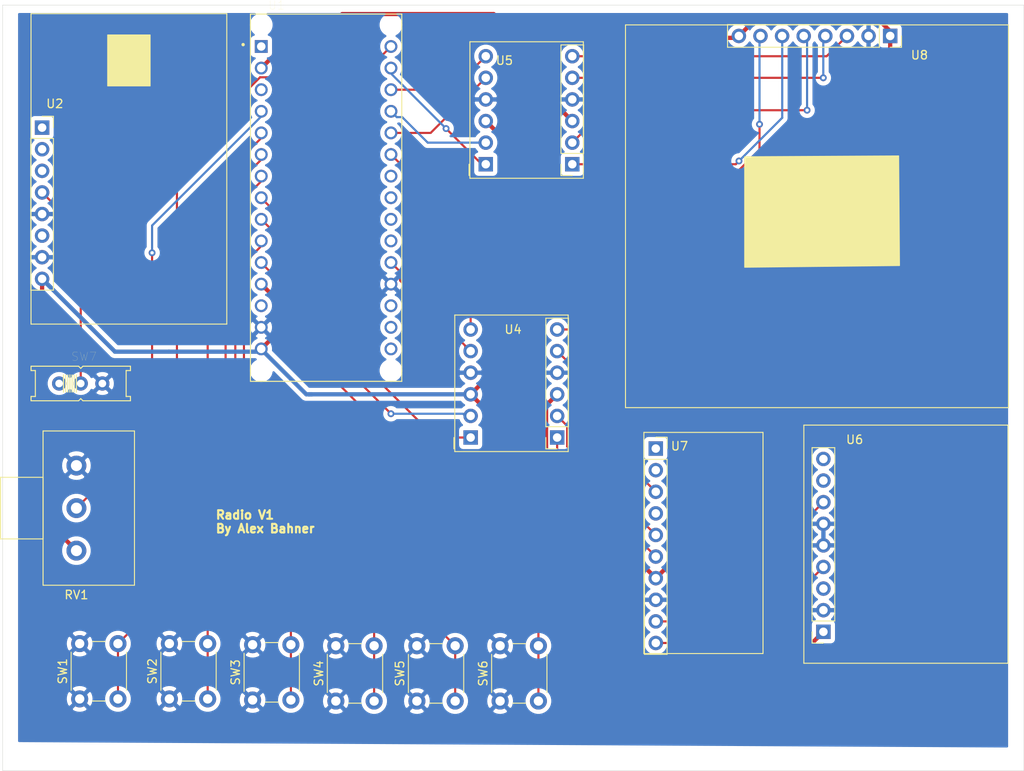
<source format=kicad_pcb>
(kicad_pcb (version 20171130) (host pcbnew 5.1.6-c6e7f7d~87~ubuntu20.04.1)

  (general
    (thickness 1.6)
    (drawings 5)
    (tracks 149)
    (zones 0)
    (modules 15)
    (nets 51)
  )

  (page A4)
  (layers
    (0 F.Cu signal)
    (31 B.Cu signal)
    (32 B.Adhes user)
    (33 F.Adhes user)
    (34 B.Paste user)
    (35 F.Paste user)
    (36 B.SilkS user)
    (37 F.SilkS user)
    (38 B.Mask user)
    (39 F.Mask user)
    (40 Dwgs.User user)
    (41 Cmts.User user)
    (42 Eco1.User user)
    (43 Eco2.User user)
    (44 Edge.Cuts user)
    (45 Margin user)
    (46 B.CrtYd user)
    (47 F.CrtYd user)
    (48 B.Fab user)
    (49 F.Fab user)
  )

  (setup
    (last_trace_width 0.25)
    (user_trace_width 0.25)
    (user_trace_width 0.5)
    (trace_clearance 0.2)
    (zone_clearance 0.508)
    (zone_45_only no)
    (trace_min 0.2)
    (via_size 0.8)
    (via_drill 0.4)
    (via_min_size 0.4)
    (via_min_drill 0.3)
    (uvia_size 0.3)
    (uvia_drill 0.1)
    (uvias_allowed no)
    (uvia_min_size 0.2)
    (uvia_min_drill 0.1)
    (edge_width 0.05)
    (segment_width 0.2)
    (pcb_text_width 0.3)
    (pcb_text_size 1.5 1.5)
    (mod_edge_width 0.12)
    (mod_text_size 1 1)
    (mod_text_width 0.15)
    (pad_size 1.524 1.524)
    (pad_drill 0.762)
    (pad_to_mask_clearance 0.05)
    (aux_axis_origin 0 0)
    (visible_elements FFFFFF7F)
    (pcbplotparams
      (layerselection 0x010fc_ffffffff)
      (usegerberextensions false)
      (usegerberattributes true)
      (usegerberadvancedattributes true)
      (creategerberjobfile true)
      (excludeedgelayer true)
      (linewidth 0.100000)
      (plotframeref false)
      (viasonmask false)
      (mode 1)
      (useauxorigin false)
      (hpglpennumber 1)
      (hpglpenspeed 20)
      (hpglpendiameter 15.000000)
      (psnegative false)
      (psa4output false)
      (plotreference true)
      (plotvalue true)
      (plotinvisibletext false)
      (padsonsilk false)
      (subtractmaskfromsilk false)
      (outputformat 1)
      (mirror false)
      (drillshape 0)
      (scaleselection 1)
      (outputdirectory "Gerbers/"))
  )

  (net 0 "")
  (net 1 +5V)
  (net 2 /Vol)
  (net 3 GND)
  (net 4 /SW0)
  (net 5 /SW1)
  (net 6 /SW2)
  (net 7 /SW3)
  (net 8 /SW4)
  (net 9 /SW5)
  (net 10 /LCD_DN)
  (net 11 /LCD_SCE)
  (net 12 /LCD_DC)
  (net 13 /LCD_RST)
  (net 14 "Net-(U1-Pad24)")
  (net 15 "Net-(U1-Pad23)")
  (net 16 "Net-(U1-Pad22)")
  (net 17 "Net-(U1-Pad21)")
  (net 18 /Si4_RST)
  (net 19 "Net-(U1-Pad18)")
  (net 20 "Net-(U1-Pad17)")
  (net 21 "Net-(U1-Pad16)")
  (net 22 "Net-(U1-Pad13)")
  (net 23 /Si4_SCLK)
  (net 24 /Si4_SDIO)
  (net 25 "Net-(U1-Pad3)")
  (net 26 +3V3)
  (net 27 /LCD_SCLK)
  (net 28 "Net-(U2-Pad6)")
  (net 29 "Net-(SW7-Pad2)")
  (net 30 "Net-(U2-Pad3)")
  (net 31 "Net-(U2-Pad2)")
  (net 32 "Net-(U2-Pad1)")
  (net 33 "Net-(U4-Pad6)")
  (net 34 "Net-(U4-Pad5)")
  (net 35 "Net-(U4-Pad2)")
  (net 36 "Net-(U4-Pad1)")
  (net 37 "Net-(U5-Pad6)")
  (net 38 "Net-(U5-Pad5)")
  (net 39 "Net-(U5-Pad2)")
  (net 40 "Net-(U5-Pad1)")
  (net 41 "Net-(U6-Pad9)")
  (net 42 "Net-(U6-Pad8)")
  (net 43 "Net-(U6-Pad7)")
  (net 44 "Net-(U6-Pad4)")
  (net 45 "Net-(U6-Pad3)")
  (net 46 "Net-(U7-Pad4)")
  (net 47 "Net-(U7-Pad2)")
  (net 48 "Net-(U7-Pad1)")
  (net 49 "Net-(SW7-Pad1)")
  (net 50 "Net-(U1-Pad1)")

  (net_class Default "This is the default net class."
    (clearance 0.2)
    (trace_width 0.25)
    (via_dia 0.8)
    (via_drill 0.4)
    (uvia_dia 0.3)
    (uvia_drill 0.1)
    (add_net +3V3)
    (add_net +5V)
    (add_net /LCD_DC)
    (add_net /LCD_DN)
    (add_net /LCD_RST)
    (add_net /LCD_SCE)
    (add_net /LCD_SCLK)
    (add_net /SW0)
    (add_net /SW1)
    (add_net /SW2)
    (add_net /SW3)
    (add_net /SW4)
    (add_net /SW5)
    (add_net /Si4_RST)
    (add_net /Si4_SCLK)
    (add_net /Si4_SDIO)
    (add_net /Vol)
    (add_net GND)
    (add_net "Net-(SW7-Pad1)")
    (add_net "Net-(SW7-Pad2)")
    (add_net "Net-(U1-Pad1)")
    (add_net "Net-(U1-Pad13)")
    (add_net "Net-(U1-Pad16)")
    (add_net "Net-(U1-Pad17)")
    (add_net "Net-(U1-Pad18)")
    (add_net "Net-(U1-Pad21)")
    (add_net "Net-(U1-Pad22)")
    (add_net "Net-(U1-Pad23)")
    (add_net "Net-(U1-Pad24)")
    (add_net "Net-(U1-Pad3)")
    (add_net "Net-(U2-Pad1)")
    (add_net "Net-(U2-Pad2)")
    (add_net "Net-(U2-Pad3)")
    (add_net "Net-(U2-Pad6)")
    (add_net "Net-(U4-Pad1)")
    (add_net "Net-(U4-Pad2)")
    (add_net "Net-(U4-Pad5)")
    (add_net "Net-(U4-Pad6)")
    (add_net "Net-(U5-Pad1)")
    (add_net "Net-(U5-Pad2)")
    (add_net "Net-(U5-Pad5)")
    (add_net "Net-(U5-Pad6)")
    (add_net "Net-(U6-Pad3)")
    (add_net "Net-(U6-Pad4)")
    (add_net "Net-(U6-Pad7)")
    (add_net "Net-(U6-Pad8)")
    (add_net "Net-(U6-Pad9)")
    (add_net "Net-(U7-Pad1)")
    (add_net "Net-(U7-Pad2)")
    (add_net "Net-(U7-Pad4)")
  )

  (module footprints:PinSocket_1x06_logicshift (layer F.Cu) (tedit 5FAA4049) (tstamp 5FA15C72)
    (at 118.237 70.358 180)
    (descr "Through hole straight socket strip, 1x06, 2.54mm pitch, single row (from Kicad 4.0.7), script generated")
    (tags "Through hole socket strip THT 1x06 2.54mm single row")
    (path /5F8E0D33)
    (fp_text reference U5 (at 9.271 13.843) (layer F.SilkS)
      (effects (font (size 1 1) (thickness 0.15)))
    )
    (fp_text value logicShifter (at -12 -12.6) (layer F.Fab)
      (effects (font (size 1 1) (thickness 0.15)))
    )
    (fp_text user %R (at 1.3 8 90) (layer F.Fab)
      (effects (font (size 1 1) (thickness 0.15)))
    )
    (fp_text user %R (at 1.3 8 90) (layer F.Fab)
      (effects (font (size 1 1) (thickness 0.15)))
    )
    (fp_line (start 13.33 0) (end 0 0) (layer F.SilkS) (width 0.12))
    (fp_line (start 13.33 16.05) (end 13.33 0) (layer F.SilkS) (width 0.12))
    (fp_line (start 0 16.05) (end 13.33 16.05) (layer F.SilkS) (width 0.12))
    (fp_line (start 0 0) (end 0 16.05) (layer F.SilkS) (width 0.12))
    (fp_line (start 0.03 0.38) (end 1.935 0.38) (layer F.Fab) (width 0.1))
    (fp_line (start 1.935 0.38) (end 2.57 1.015) (layer F.Fab) (width 0.1))
    (fp_line (start 2.57 1.015) (end 2.57 15.62) (layer F.Fab) (width 0.1))
    (fp_line (start 2.57 15.62) (end 0.03 15.62) (layer F.Fab) (width 0.1))
    (fp_line (start 0.03 15.62) (end 0.03 0.38) (layer F.Fab) (width 0.1))
    (fp_line (start -0.03 2.92) (end 2.63 2.92) (layer F.SilkS) (width 0.12))
    (fp_line (start -0.03 2.92) (end -0.03 15.68) (layer F.SilkS) (width 0.12))
    (fp_line (start -0.03 15.68) (end 2.63 15.68) (layer F.SilkS) (width 0.12))
    (fp_line (start 2.63 2.92) (end 2.63 15.68) (layer F.SilkS) (width 0.12))
    (fp_line (start 2.63 0.32) (end 2.63 1.65) (layer F.SilkS) (width 0.12))
    (fp_line (start 1.3 0.32) (end 2.63 0.32) (layer F.SilkS) (width 0.12))
    (fp_line (start 13.43 0.32) (end 13.43 1.65) (layer F.SilkS) (width 0.12))
    (fp_line (start 10.195 15.62) (end 10.195 0.38) (layer F.Fab) (width 0.1))
    (fp_line (start 10.195 0.38) (end 12.1 0.38) (layer F.Fab) (width 0.1))
    (fp_line (start 12.735 1.015) (end 12.735 15.62) (layer F.Fab) (width 0.1))
    (fp_line (start 12.735 15.62) (end 10.195 15.62) (layer F.Fab) (width 0.1))
    (fp_line (start 12.1 0.38) (end 12.735 1.015) (layer F.Fab) (width 0.1))
    (pad 7 thru_hole oval (at 11.465 14.35 180) (size 1.7 1.7) (drill 1) (layers *.Cu *.Mask)
      (net 11 /LCD_SCE))
    (pad 10 thru_hole oval (at 11.465 6.73 180) (size 1.7 1.7) (drill 1) (layers *.Cu *.Mask)
      (net 1 +5V))
    (pad 11 thru_hole oval (at 11.465 4.19 180) (size 1.7 1.7) (drill 1) (layers *.Cu *.Mask)
      (net 12 /LCD_DC))
    (pad 8 thru_hole oval (at 11.465 11.81 270) (size 1.7 1.7) (drill 1) (layers *.Cu *.Mask)
      (net 13 /LCD_RST))
    (pad 12 thru_hole rect (at 11.465 1.65 180) (size 1.7 1.7) (drill 1) (layers *.Cu *.Mask)
      (net 10 /LCD_DN))
    (pad 9 thru_hole oval (at 11.465 9.27 180) (size 1.7 1.7) (drill 1) (layers *.Cu *.Mask)
      (net 3 GND))
    (pad 6 thru_hole oval (at 1.3 14.35 180) (size 1.7 1.7) (drill 1) (layers *.Cu *.Mask)
      (net 37 "Net-(U5-Pad6)"))
    (pad 5 thru_hole oval (at 1.3 11.81 180) (size 1.7 1.7) (drill 1) (layers *.Cu *.Mask)
      (net 38 "Net-(U5-Pad5)"))
    (pad 4 thru_hole oval (at 1.3 9.27 180) (size 1.7 1.7) (drill 1) (layers *.Cu *.Mask)
      (net 3 GND))
    (pad 3 thru_hole oval (at 1.3 6.73 180) (size 1.7 1.7) (drill 1) (layers *.Cu *.Mask)
      (net 26 +3V3))
    (pad 2 thru_hole oval (at 1.3 4.19 180) (size 1.7 1.7) (drill 1) (layers *.Cu *.Mask)
      (net 39 "Net-(U5-Pad2)"))
    (pad 1 thru_hole rect (at 1.3 1.65 180) (size 1.7 1.7) (drill 1) (layers *.Cu *.Mask)
      (net 40 "Net-(U5-Pad1)"))
    (model ${KISYS3DMOD}/Connector_PinSocket_2.54mm.3dshapes/PinSocket_1x06_P2.54mm_Vertical.wrl
      (at (xyz 0 0 0))
      (scale (xyz 1 1 1))
      (rotate (xyz 0 0 0))
    )
  )

  (module footprints:MODULE_A000005 (layer F.Cu) (tedit 5FAA2EE3) (tstamp 5FA15BFC)
    (at 88.011 72.644)
    (path /5F8DF1D8)
    (fp_text reference U1 (at -5.825 -22.635) (layer F.SilkS)
      (effects (font (size 1 1) (thickness 0.015)))
    )
    (fp_text value ArdNano (at -0.11 22.635) (layer F.Fab)
      (effects (font (size 1 1) (thickness 0.015)))
    )
    (fp_line (start -8.89 -21.59) (end 8.89 -21.59) (layer F.SilkS) (width 0.127))
    (fp_line (start 8.89 -21.59) (end 8.89 21.59) (layer F.SilkS) (width 0.127))
    (fp_line (start 8.89 21.59) (end -8.89 21.59) (layer F.SilkS) (width 0.127))
    (fp_line (start -8.89 21.59) (end -8.89 -21.59) (layer F.SilkS) (width 0.127))
    (fp_line (start -9.14 -21.84) (end 9.14 -21.84) (layer F.CrtYd) (width 0.05))
    (fp_line (start 9.14 -21.84) (end 9.14 21.84) (layer F.CrtYd) (width 0.05))
    (fp_line (start 9.14 21.84) (end -9.14 21.84) (layer F.CrtYd) (width 0.05))
    (fp_line (start -9.14 21.84) (end -9.14 -21.84) (layer F.CrtYd) (width 0.05))
    (fp_line (start -8.89 -21.59) (end 8.89 -21.59) (layer F.Fab) (width 0.127))
    (fp_line (start -8.89 21.59) (end -8.89 -21.59) (layer F.Fab) (width 0.127))
    (fp_line (start 8.89 -21.59) (end 8.89 21.59) (layer F.Fab) (width 0.127))
    (fp_line (start 8.89 21.59) (end -8.89 21.59) (layer F.Fab) (width 0.127))
    (fp_circle (center -9.75 -18) (end -9.65 -18) (layer F.Fab) (width 0.2))
    (fp_circle (center -9.75 -18) (end -9.65 -18) (layer F.SilkS) (width 0.2))
    (pad 1 thru_hole rect (at -7.62 -17.78) (size 1.508 1.508) (drill 1) (layers *.Cu *.Mask)
      (net 50 "Net-(U1-Pad1)"))
    (pad 2 thru_hole circle (at -7.62 -15.24) (size 1.508 1.508) (drill 1) (layers *.Cu *.Mask)
      (net 26 +3V3))
    (pad 3 thru_hole circle (at -7.62 -12.7) (size 1.508 1.508) (drill 1) (layers *.Cu *.Mask)
      (net 25 "Net-(U1-Pad3)"))
    (pad 4 thru_hole circle (at -7.62 -10.16) (size 1.508 1.508) (drill 1) (layers *.Cu *.Mask)
      (net 2 /Vol))
    (pad 5 thru_hole circle (at -7.62 -7.62) (size 1.508 1.508) (drill 1) (layers *.Cu *.Mask)
      (net 5 /SW1))
    (pad 6 thru_hole circle (at -7.62 -5.08) (size 1.508 1.508) (drill 1) (layers *.Cu *.Mask)
      (net 6 /SW2))
    (pad 7 thru_hole circle (at -7.62 -2.54) (size 1.508 1.508) (drill 1) (layers *.Cu *.Mask)
      (net 7 /SW3))
    (pad 8 thru_hole circle (at -7.62 0) (size 1.508 1.508) (drill 1) (layers *.Cu *.Mask)
      (net 24 /Si4_SDIO))
    (pad 9 thru_hole circle (at -7.62 2.54) (size 1.508 1.508) (drill 1) (layers *.Cu *.Mask)
      (net 23 /Si4_SCLK))
    (pad 10 thru_hole circle (at -7.62 5.08) (size 1.508 1.508) (drill 1) (layers *.Cu *.Mask)
      (net 8 /SW4))
    (pad 11 thru_hole circle (at -7.62 7.62) (size 1.508 1.508) (drill 1) (layers *.Cu *.Mask)
      (net 9 /SW5))
    (pad 12 thru_hole circle (at -7.62 10.16) (size 1.508 1.508) (drill 1) (layers *.Cu *.Mask)
      (net 1 +5V))
    (pad 13 thru_hole circle (at -7.62 12.7) (size 1.508 1.508) (drill 1) (layers *.Cu *.Mask)
      (net 22 "Net-(U1-Pad13)"))
    (pad 14 thru_hole circle (at -7.62 15.24) (size 1.508 1.508) (drill 1) (layers *.Cu *.Mask)
      (net 3 GND))
    (pad 15 thru_hole circle (at -7.62 17.78) (size 1.508 1.508) (drill 1) (layers *.Cu *.Mask)
      (net 1 +5V))
    (pad 16 thru_hole circle (at 7.62 17.78) (size 1.508 1.508) (drill 1) (layers *.Cu *.Mask)
      (net 21 "Net-(U1-Pad16)"))
    (pad 17 thru_hole circle (at 7.62 15.24) (size 1.508 1.508) (drill 1) (layers *.Cu *.Mask)
      (net 20 "Net-(U1-Pad17)"))
    (pad 18 thru_hole circle (at 7.62 12.7) (size 1.508 1.508) (drill 1) (layers *.Cu *.Mask)
      (net 19 "Net-(U1-Pad18)"))
    (pad 19 thru_hole circle (at 7.62 10.16) (size 1.508 1.508) (drill 1) (layers *.Cu *.Mask)
      (net 3 GND))
    (pad 20 thru_hole circle (at 7.62 7.62) (size 1.508 1.508) (drill 1) (layers *.Cu *.Mask)
      (net 18 /Si4_RST))
    (pad 21 thru_hole circle (at 7.62 5.08) (size 1.508 1.508) (drill 1) (layers *.Cu *.Mask)
      (net 17 "Net-(U1-Pad21)"))
    (pad 22 thru_hole circle (at 7.62 2.54) (size 1.508 1.508) (drill 1) (layers *.Cu *.Mask)
      (net 16 "Net-(U1-Pad22)"))
    (pad 23 thru_hole circle (at 7.62 0) (size 1.508 1.508) (drill 1) (layers *.Cu *.Mask)
      (net 15 "Net-(U1-Pad23)"))
    (pad 24 thru_hole circle (at 7.62 -2.54) (size 1.508 1.508) (drill 1) (layers *.Cu *.Mask)
      (net 14 "Net-(U1-Pad24)"))
    (pad 25 thru_hole circle (at 7.62 -5.08) (size 1.508 1.508) (drill 1) (layers *.Cu *.Mask)
      (net 27 /LCD_SCLK))
    (pad 26 thru_hole circle (at 7.62 -7.62) (size 1.508 1.508) (drill 1) (layers *.Cu *.Mask)
      (net 13 /LCD_RST))
    (pad 27 thru_hole circle (at 7.62 -10.16) (size 1.508 1.508) (drill 1) (layers *.Cu *.Mask)
      (net 12 /LCD_DC))
    (pad 28 thru_hole circle (at 7.62 -12.7) (size 1.508 1.508) (drill 1) (layers *.Cu *.Mask)
      (net 11 /LCD_SCE))
    (pad 29 thru_hole circle (at 7.62 -15.24) (size 1.508 1.508) (drill 1) (layers *.Cu *.Mask)
      (net 10 /LCD_DN))
    (pad 30 thru_hole circle (at 7.62 -17.78) (size 1.508 1.508) (drill 1) (layers *.Cu *.Mask)
      (net 4 /SW0))
    (pad None np_thru_hole circle (at -7.62 20.32) (size 1.651 1.651) (drill 1.651) (layers *.Cu *.Mask))
    (pad None np_thru_hole circle (at 7.62 20.32) (size 1.651 1.651) (drill 1.651) (layers *.Cu *.Mask))
    (pad None np_thru_hole circle (at -7.62 -20.32) (size 1.651 1.651) (drill 1.651) (layers *.Cu *.Mask))
    (pad None np_thru_hole circle (at 7.62 -20.32) (size 1.651 1.651) (drill 1.651) (layers *.Cu *.Mask))
  )

  (module footprints:Potentiometer_Alps_RK163_Single_Horizontal (layer F.Cu) (tedit 5FAB23E2) (tstamp 5FA15ADE)
    (at 58.674 104.14 180)
    (descr "Potentiometer, horizontal, Alps RK163 Single, http://www.alps.com/prod/info/E/HTML/Potentiometer/RotaryPotentiometers/RK16/RK16_list.html")
    (tags "Potentiometer horizontal Alps RK163 Single")
    (path /5FB34448)
    (fp_text reference RV1 (at 0 -15.2) (layer F.SilkS)
      (effects (font (size 1 1) (thickness 0.15)))
    )
    (fp_text value 10k (at 0 5.2) (layer F.Fab)
      (effects (font (size 1 1) (thickness 0.15)))
    )
    (fp_text user %R (at -1.45 -5) (layer F.Fab)
      (effects (font (size 1 1) (thickness 0.15)))
    )
    (fp_line (start -6.7 -13.95) (end -6.7 3.95) (layer F.Fab) (width 0.1))
    (fp_line (start -6.7 3.95) (end 3.8 3.95) (layer F.Fab) (width 0.1))
    (fp_line (start 3.8 3.95) (end 3.8 -13.95) (layer F.Fab) (width 0.1))
    (fp_line (start 3.8 -13.95) (end -6.7 -13.95) (layer F.Fab) (width 0.1))
    (fp_line (start 3.8 -8.5) (end 3.8 -1.5) (layer F.Fab) (width 0.1))
    (fp_line (start 3.8 -1.5) (end 8.8 -1.5) (layer F.Fab) (width 0.1))
    (fp_line (start 8.8 -1.5) (end 8.8 -8.5) (layer F.Fab) (width 0.1))
    (fp_line (start 8.8 -8.5) (end 3.8 -8.5) (layer F.Fab) (width 0.1))
    (fp_line (start 8.8 -8) (end 8.8 -2) (layer F.Fab) (width 0.1))
    (fp_line (start -6.82 -14.07) (end 3.92 -14.07) (layer F.SilkS) (width 0.12))
    (fp_line (start -6.82 4.07) (end 3.92 4.07) (layer F.SilkS) (width 0.12))
    (fp_line (start -6.82 -14.07) (end -6.82 4.07) (layer F.SilkS) (width 0.12))
    (fp_line (start 3.92 -14.07) (end 3.92 4.07) (layer F.SilkS) (width 0.12))
    (fp_line (start 3.92 -8.62) (end 8.92 -8.62) (layer F.SilkS) (width 0.12))
    (fp_line (start 3.92 -1.38) (end 8.92 -1.38) (layer F.SilkS) (width 0.12))
    (fp_line (start 3.92 -8.62) (end 3.92 -1.38) (layer F.SilkS) (width 0.12))
    (fp_line (start 8.92 -8.62) (end 8.92 -1.38) (layer F.SilkS) (width 0.12))
    (fp_line (start 8.92 -8.12) (end 8.92 -1.879) (layer F.SilkS) (width 0.12))
    (fp_line (start -6.95 -14.2) (end -6.95 4.2) (layer F.CrtYd) (width 0.05))
    (pad 1 thru_hole circle (at 0 0 180) (size 2.34 2.34) (drill 1.3) (layers *.Cu *.Mask)
      (net 3 GND))
    (pad 2 thru_hole circle (at 0 -5 180) (size 2.34 2.34) (drill 1.3) (layers *.Cu *.Mask)
      (net 2 /Vol))
    (pad 3 thru_hole circle (at 0 -10 180) (size 2.34 2.34) (drill 1.3) (layers *.Cu *.Mask)
      (net 1 +5V))
    (model ${KISYS3DMOD}/Potentiometer_THT.3dshapes/Potentiometer_Alps_RK163_Single_Horizontal.wrl
      (at (xyz 0 0 0))
      (scale (xyz 1 1 1))
      (rotate (xyz 0 0 0))
    )
  )

  (module footprints:PinSocket_1x08_nokiaLCD (layer F.Cu) (tedit 5FAA4261) (tstamp 5FA15CCB)
    (at 123.19 52.324)
    (descr "Through hole straight socket strip, 1x08, 2.54mm pitch, single row (from Kicad 4.0.7), script generated")
    (tags "Through hole socket strip THT 1x08 2.54mm single row")
    (path /5F8E7632)
    (fp_text reference U8 (at 34.544 3.556) (layer F.SilkS)
      (effects (font (size 1 1) (thickness 0.15)))
    )
    (fp_text value 51110LCD (at 12.2 11.7) (layer F.Fab)
      (effects (font (size 1 1) (thickness 0.15)))
    )
    (fp_text user %R (at 22.21 1.3) (layer F.Fab)
      (effects (font (size 1 1) (thickness 0.15)))
    )
    (fp_poly (pts (xy 32.2 28.3) (xy 14 28.5) (xy 14 15.5) (xy 32.1 15.4)) (layer F.SilkS) (width 0.1))
    (fp_line (start 32.43 1.3) (end 32.43 2.63) (layer F.SilkS) (width 0.12))
    (fp_line (start 32.43 2.63) (end 31.1 2.63) (layer F.SilkS) (width 0.12))
    (fp_line (start 29.83 2.63) (end 11.99 2.63) (layer F.SilkS) (width 0.12))
    (fp_line (start 11.99 -0.03) (end 11.99 2.63) (layer F.SilkS) (width 0.12))
    (fp_line (start 29.83 -0.03) (end 11.99 -0.03) (layer F.SilkS) (width 0.12))
    (fp_line (start 29.83 -0.03) (end 29.83 2.63) (layer F.SilkS) (width 0.12))
    (fp_line (start 12.05 0.03) (end 32.37 0.03) (layer F.Fab) (width 0.1))
    (fp_line (start 12.05 2.57) (end 12.05 0.03) (layer F.Fab) (width 0.1))
    (fp_line (start 31.735 2.57) (end 12.05 2.57) (layer F.Fab) (width 0.1))
    (fp_line (start 32.37 1.935) (end 31.735 2.57) (layer F.Fab) (width 0.1))
    (fp_line (start 32.37 0.03) (end 32.37 1.935) (layer F.Fab) (width 0.1))
    (fp_line (start 0 0) (end 0 45) (layer F.SilkS) (width 0.12))
    (fp_line (start 0 45) (end 45 45) (layer F.SilkS) (width 0.12))
    (fp_line (start 45 45) (end 45 0) (layer F.SilkS) (width 0.12))
    (fp_line (start 45 0) (end 0 0) (layer F.SilkS) (width 0.12))
    (pad 8 thru_hole oval (at 13.32 1.3 270) (size 1.7 1.7) (drill 1) (layers *.Cu *.Mask)
      (net 26 +3V3))
    (pad 7 thru_hole oval (at 15.86 1.3 270) (size 1.7 1.7) (drill 1) (layers *.Cu *.Mask)
      (net 33 "Net-(U4-Pad6)"))
    (pad 6 thru_hole oval (at 18.4 1.3 270) (size 1.7 1.7) (drill 1) (layers *.Cu *.Mask)
      (net 40 "Net-(U5-Pad1)"))
    (pad 5 thru_hole oval (at 20.94 1.3 270) (size 1.7 1.7) (drill 1) (layers *.Cu *.Mask)
      (net 39 "Net-(U5-Pad2)"))
    (pad 4 thru_hole oval (at 23.48 1.3 270) (size 1.7 1.7) (drill 1) (layers *.Cu *.Mask)
      (net 38 "Net-(U5-Pad5)"))
    (pad 3 thru_hole oval (at 26.02 1.3 270) (size 1.7 1.7) (drill 1) (layers *.Cu *.Mask)
      (net 37 "Net-(U5-Pad6)"))
    (pad 2 thru_hole oval (at 28.56 1.3 270) (size 1.7 1.7) (drill 1) (layers *.Cu *.Mask)
      (net 3 GND))
    (pad 1 thru_hole rect (at 31.1 1.3 270) (size 1.7 1.7) (drill 1) (layers *.Cu *.Mask)
      (net 26 +3V3))
    (model ${KISYS3DMOD}/Connector_PinSocket_2.54mm.3dshapes/PinSocket_1x08_P2.54mm_Vertical.wrl
      (at (xyz 0 0 0))
      (scale (xyz 1 1 1))
      (rotate (xyz 0 0 0))
    )
  )

  (module footprints:PinSocket_1x10_P2.54mm_Vertical (layer F.Cu) (tedit 5FAA4346) (tstamp 5FA15CAD)
    (at 125.349 126.238 90)
    (descr "Through hole straight socket strip, 1x10, 2.54mm pitch, single row (from Kicad 4.0.7), script generated")
    (tags "Through hole socket strip THT 1x10 2.54mm single row")
    (path /5F8E04BC)
    (fp_text reference U7 (at 24.384 4.191 180) (layer F.SilkS)
      (effects (font (size 1 1) (thickness 0.15)))
    )
    (fp_text value Si470x (at 13.8 10 90) (layer F.Fab)
      (effects (font (size 1 1) (thickness 0.15)))
    )
    (fp_text user %R (at 12.67 1.4 90) (layer F.Fab)
      (effects (font (size 1 1) (thickness 0.15)))
    )
    (fp_line (start 26 0) (end 0 0) (layer F.SilkS) (width 0.12))
    (fp_line (start 26 14) (end 26 0) (layer F.SilkS) (width 0.12))
    (fp_line (start 0 14) (end 26 14) (layer F.SilkS) (width 0.12))
    (fp_line (start 0 0) (end 0 14) (layer F.SilkS) (width 0.12))
    (fp_line (start 25.37 0.13) (end 25.37 2.035) (layer F.Fab) (width 0.1))
    (fp_line (start 25.37 2.035) (end 24.735 2.67) (layer F.Fab) (width 0.1))
    (fp_line (start 24.735 2.67) (end -0.03 2.67) (layer F.Fab) (width 0.1))
    (fp_line (start -0.03 2.67) (end -0.03 0.13) (layer F.Fab) (width 0.1))
    (fp_line (start -0.03 0.13) (end 25.37 0.13) (layer F.Fab) (width 0.1))
    (fp_line (start 22.83 0.07) (end 22.83 2.73) (layer F.SilkS) (width 0.12))
    (fp_line (start 22.83 0.07) (end -0.09 0.07) (layer F.SilkS) (width 0.12))
    (fp_line (start -0.09 0.07) (end -0.09 2.73) (layer F.SilkS) (width 0.12))
    (fp_line (start 22.83 2.73) (end -0.09 2.73) (layer F.SilkS) (width 0.12))
    (fp_line (start 25.43 2.73) (end 24.1 2.73) (layer F.SilkS) (width 0.12))
    (fp_line (start 25.43 1.4) (end 25.43 2.73) (layer F.SilkS) (width 0.12))
    (pad 10 thru_hole oval (at 1.24 1.4) (size 1.7 1.7) (drill 1) (layers *.Cu *.Mask)
      (net 44 "Net-(U6-Pad4)"))
    (pad 9 thru_hole oval (at 3.78 1.4) (size 1.7 1.7) (drill 1) (layers *.Cu *.Mask)
      (net 43 "Net-(U6-Pad7)"))
    (pad 8 thru_hole oval (at 6.32 1.4) (size 1.7 1.7) (drill 1) (layers *.Cu *.Mask)
      (net 3 GND))
    (pad 7 thru_hole oval (at 8.86 1.4) (size 1.7 1.7) (drill 1) (layers *.Cu *.Mask)
      (net 26 +3V3))
    (pad 6 thru_hole oval (at 11.4 1.4) (size 1.7 1.7) (drill 1) (layers *.Cu *.Mask)
      (net 36 "Net-(U4-Pad1)"))
    (pad 5 thru_hole oval (at 13.94 1.4) (size 1.7 1.7) (drill 1) (layers *.Cu *.Mask)
      (net 35 "Net-(U4-Pad2)"))
    (pad 4 thru_hole oval (at 16.48 1.4) (size 1.7 1.7) (drill 1) (layers *.Cu *.Mask)
      (net 46 "Net-(U7-Pad4)"))
    (pad 3 thru_hole oval (at 19.02 1.4) (size 1.7 1.7) (drill 1) (layers *.Cu *.Mask)
      (net 34 "Net-(U4-Pad5)"))
    (pad 2 thru_hole oval (at 21.56 1.4) (size 1.7 1.7) (drill 1) (layers *.Cu *.Mask)
      (net 47 "Net-(U7-Pad2)"))
    (pad 1 thru_hole rect (at 24.1 1.4) (size 1.7 1.7) (drill 1) (layers *.Cu *.Mask)
      (net 48 "Net-(U7-Pad1)"))
    (model ${KISYS3DMOD}/Connector_PinSocket_2.54mm.3dshapes/PinSocket_1x10_P2.54mm_Vertical.wrl
      (at (xyz 0 0 0))
      (scale (xyz 1 1 1))
      (rotate (xyz 0 0 0))
    )
  )

  (module footprints:PinSocket_1x09_cldAMP (layer F.Cu) (tedit 5FAA431A) (tstamp 5FA15C8F)
    (at 144.145 127.381 90)
    (descr "Through hole straight socket strip, 1x09, 2.54mm pitch, single row (from Kicad 4.0.7), script generated")
    (tags "Through hole socket strip THT 1x09 2.54mm single row")
    (path /5F90991F)
    (fp_text reference U6 (at 26.289 5.969 180) (layer F.SilkS)
      (effects (font (size 1 1) (thickness 0.15)))
    )
    (fp_text value CLASSDAMP (at 14.2 19.7 90) (layer F.Fab)
      (effects (font (size 1 1) (thickness 0.15)))
    )
    (fp_text user %R (at 13.86 2.3 270) (layer F.Fab)
      (effects (font (size 1 1) (thickness 0.15)))
    )
    (fp_line (start 28 0) (end 0 0) (layer F.SilkS) (width 0.12))
    (fp_line (start 28 24) (end 28 0) (layer F.SilkS) (width 0.12))
    (fp_line (start 0 24) (end 28 24) (layer F.SilkS) (width 0.12))
    (fp_line (start 0 0) (end 0 24) (layer F.SilkS) (width 0.12))
    (fp_line (start 2.43 3.57) (end 2.43 1.665) (layer F.Fab) (width 0.1))
    (fp_line (start 2.43 1.665) (end 3.065 1.03) (layer F.Fab) (width 0.1))
    (fp_line (start 3.065 1.03) (end 25.29 1.03) (layer F.Fab) (width 0.1))
    (fp_line (start 25.29 1.03) (end 25.29 3.57) (layer F.Fab) (width 0.1))
    (fp_line (start 25.29 3.57) (end 2.43 3.57) (layer F.Fab) (width 0.1))
    (fp_line (start 4.97 3.63) (end 4.97 0.97) (layer F.SilkS) (width 0.12))
    (fp_line (start 4.97 3.63) (end 25.35 3.63) (layer F.SilkS) (width 0.12))
    (fp_line (start 25.35 3.63) (end 25.35 0.97) (layer F.SilkS) (width 0.12))
    (fp_line (start 4.97 0.97) (end 25.35 0.97) (layer F.SilkS) (width 0.12))
    (fp_line (start 2.37 0.97) (end 3.7 0.97) (layer F.SilkS) (width 0.12))
    (fp_line (start 2.37 2.3) (end 2.37 0.97) (layer F.SilkS) (width 0.12))
    (pad 9 thru_hole oval (at 24.02 2.3 180) (size 1.7 1.7) (drill 1) (layers *.Cu *.Mask)
      (net 41 "Net-(U6-Pad9)"))
    (pad 8 thru_hole oval (at 21.48 2.3 180) (size 1.7 1.7) (drill 1) (layers *.Cu *.Mask)
      (net 42 "Net-(U6-Pad8)"))
    (pad 7 thru_hole oval (at 18.94 2.3 180) (size 1.7 1.7) (drill 1) (layers *.Cu *.Mask)
      (net 43 "Net-(U6-Pad7)"))
    (pad 6 thru_hole oval (at 16.4 2.3 180) (size 1.7 1.7) (drill 1) (layers *.Cu *.Mask)
      (net 3 GND))
    (pad 5 thru_hole oval (at 13.86 2.3 180) (size 1.7 1.7) (drill 1) (layers *.Cu *.Mask)
      (net 3 GND))
    (pad 4 thru_hole oval (at 11.32 2.3 180) (size 1.7 1.7) (drill 1) (layers *.Cu *.Mask)
      (net 44 "Net-(U6-Pad4)"))
    (pad 3 thru_hole oval (at 8.78 2.3 180) (size 1.7 1.7) (drill 1) (layers *.Cu *.Mask)
      (net 45 "Net-(U6-Pad3)"))
    (pad 2 thru_hole oval (at 6.24 2.3 180) (size 1.7 1.7) (drill 1) (layers *.Cu *.Mask)
      (net 3 GND))
    (pad 1 thru_hole rect (at 3.7 2.3 180) (size 1.7 1.7) (drill 1) (layers *.Cu *.Mask)
      (net 1 +5V))
    (model ${KISYS3DMOD}/Connector_PinSocket_2.54mm.3dshapes/PinSocket_1x09_P2.54mm_Vertical.wrl
      (at (xyz 0 0 0))
      (scale (xyz 1 1 1))
      (rotate (xyz 0 0 0))
    )
  )

  (module footprints:PinSocket_1x06_logicshift (layer F.Cu) (tedit 5FAA4049) (tstamp 5FA15C46)
    (at 116.459 102.489 180)
    (descr "Through hole straight socket strip, 1x06, 2.54mm pitch, single row (from Kicad 4.0.7), script generated")
    (tags "Through hole socket strip THT 1x06 2.54mm single row")
    (path /5F8E7CBB)
    (fp_text reference U4 (at 6.477 14.351) (layer F.SilkS)
      (effects (font (size 1 1) (thickness 0.15)))
    )
    (fp_text value logicShifter (at -12 -12.6) (layer F.Fab)
      (effects (font (size 1 1) (thickness 0.15)))
    )
    (fp_text user %R (at 1.3 8 90) (layer F.Fab)
      (effects (font (size 1 1) (thickness 0.15)))
    )
    (fp_text user %R (at 1.3 8 90) (layer F.Fab)
      (effects (font (size 1 1) (thickness 0.15)))
    )
    (fp_line (start 13.33 0) (end 0 0) (layer F.SilkS) (width 0.12))
    (fp_line (start 13.33 16.05) (end 13.33 0) (layer F.SilkS) (width 0.12))
    (fp_line (start 0 16.05) (end 13.33 16.05) (layer F.SilkS) (width 0.12))
    (fp_line (start 0 0) (end 0 16.05) (layer F.SilkS) (width 0.12))
    (fp_line (start 0.03 0.38) (end 1.935 0.38) (layer F.Fab) (width 0.1))
    (fp_line (start 1.935 0.38) (end 2.57 1.015) (layer F.Fab) (width 0.1))
    (fp_line (start 2.57 1.015) (end 2.57 15.62) (layer F.Fab) (width 0.1))
    (fp_line (start 2.57 15.62) (end 0.03 15.62) (layer F.Fab) (width 0.1))
    (fp_line (start 0.03 15.62) (end 0.03 0.38) (layer F.Fab) (width 0.1))
    (fp_line (start -0.03 2.92) (end 2.63 2.92) (layer F.SilkS) (width 0.12))
    (fp_line (start -0.03 2.92) (end -0.03 15.68) (layer F.SilkS) (width 0.12))
    (fp_line (start -0.03 15.68) (end 2.63 15.68) (layer F.SilkS) (width 0.12))
    (fp_line (start 2.63 2.92) (end 2.63 15.68) (layer F.SilkS) (width 0.12))
    (fp_line (start 2.63 0.32) (end 2.63 1.65) (layer F.SilkS) (width 0.12))
    (fp_line (start 1.3 0.32) (end 2.63 0.32) (layer F.SilkS) (width 0.12))
    (fp_line (start 13.43 0.32) (end 13.43 1.65) (layer F.SilkS) (width 0.12))
    (fp_line (start 10.195 15.62) (end 10.195 0.38) (layer F.Fab) (width 0.1))
    (fp_line (start 10.195 0.38) (end 12.1 0.38) (layer F.Fab) (width 0.1))
    (fp_line (start 12.735 1.015) (end 12.735 15.62) (layer F.Fab) (width 0.1))
    (fp_line (start 12.735 15.62) (end 10.195 15.62) (layer F.Fab) (width 0.1))
    (fp_line (start 12.1 0.38) (end 12.735 1.015) (layer F.Fab) (width 0.1))
    (pad 7 thru_hole oval (at 11.465 14.35 180) (size 1.7 1.7) (drill 1) (layers *.Cu *.Mask)
      (net 27 /LCD_SCLK))
    (pad 10 thru_hole oval (at 11.465 6.73 180) (size 1.7 1.7) (drill 1) (layers *.Cu *.Mask)
      (net 1 +5V))
    (pad 11 thru_hole oval (at 11.465 4.19 180) (size 1.7 1.7) (drill 1) (layers *.Cu *.Mask)
      (net 23 /Si4_SCLK))
    (pad 8 thru_hole oval (at 11.465 11.81 270) (size 1.7 1.7) (drill 1) (layers *.Cu *.Mask)
      (net 18 /Si4_RST))
    (pad 12 thru_hole rect (at 11.465 1.65 180) (size 1.7 1.7) (drill 1) (layers *.Cu *.Mask)
      (net 24 /Si4_SDIO))
    (pad 9 thru_hole oval (at 11.465 9.27 180) (size 1.7 1.7) (drill 1) (layers *.Cu *.Mask)
      (net 3 GND))
    (pad 6 thru_hole oval (at 1.3 14.35 180) (size 1.7 1.7) (drill 1) (layers *.Cu *.Mask)
      (net 33 "Net-(U4-Pad6)"))
    (pad 5 thru_hole oval (at 1.3 11.81 180) (size 1.7 1.7) (drill 1) (layers *.Cu *.Mask)
      (net 34 "Net-(U4-Pad5)"))
    (pad 4 thru_hole oval (at 1.3 9.27 180) (size 1.7 1.7) (drill 1) (layers *.Cu *.Mask)
      (net 3 GND))
    (pad 3 thru_hole oval (at 1.3 6.73 180) (size 1.7 1.7) (drill 1) (layers *.Cu *.Mask)
      (net 26 +3V3))
    (pad 2 thru_hole oval (at 1.3 4.19 180) (size 1.7 1.7) (drill 1) (layers *.Cu *.Mask)
      (net 35 "Net-(U4-Pad2)"))
    (pad 1 thru_hole rect (at 1.3 1.65 180) (size 1.7 1.7) (drill 1) (layers *.Cu *.Mask)
      (net 36 "Net-(U4-Pad1)"))
    (model ${KISYS3DMOD}/Connector_PinSocket_2.54mm.3dshapes/PinSocket_1x06_P2.54mm_Vertical.wrl
      (at (xyz 0 0 0))
      (scale (xyz 1 1 1))
      (rotate (xyz 0 0 0))
    )
  )

  (module footprints:PinSocket_1x08_powerboost (layer F.Cu) (tedit 5FAA42B7) (tstamp 5FA15C1A)
    (at 53.34 87.503 90)
    (descr "Through hole straight socket strip, 1x08, 2.54mm pitch, single row (from Kicad 4.0.7), script generated")
    (tags "Through hole socket strip THT 1x08 2.54mm single row")
    (path /5F9087A5)
    (fp_text reference U2 (at 25.908 2.794 180) (layer F.SilkS)
      (effects (font (size 1 1) (thickness 0.15)))
    )
    (fp_text value POWERBOOST (at 14.1 19.6 90) (layer F.Fab)
      (effects (font (size 1 1) (thickness 0.15)))
    )
    (fp_text user %R (at 14.21 1.3 90) (layer F.Fab)
      (effects (font (size 1 1) (thickness 0.15)))
    )
    (fp_poly (pts (xy 34 14) (xy 28 14) (xy 28 9) (xy 34 9)) (layer F.SilkS) (width 0.1))
    (fp_line (start 36.5 0) (end 0 0) (layer F.SilkS) (width 0.12))
    (fp_line (start 36.5 23) (end 36.5 0) (layer F.SilkS) (width 0.12))
    (fp_line (start 0 23) (end 36.5 23) (layer F.SilkS) (width 0.12))
    (fp_line (start 0 0) (end 0 23) (layer F.SilkS) (width 0.12))
    (fp_line (start 24.37 0.03) (end 24.37 1.935) (layer F.Fab) (width 0.1))
    (fp_line (start 24.37 1.935) (end 23.735 2.57) (layer F.Fab) (width 0.1))
    (fp_line (start 23.735 2.57) (end 4.05 2.57) (layer F.Fab) (width 0.1))
    (fp_line (start 4.05 2.57) (end 4.05 0.03) (layer F.Fab) (width 0.1))
    (fp_line (start 4.05 0.03) (end 24.37 0.03) (layer F.Fab) (width 0.1))
    (fp_line (start 21.83 -0.03) (end 21.83 2.63) (layer F.SilkS) (width 0.12))
    (fp_line (start 21.83 -0.03) (end 3.99 -0.03) (layer F.SilkS) (width 0.12))
    (fp_line (start 3.99 -0.03) (end 3.99 2.63) (layer F.SilkS) (width 0.12))
    (fp_line (start 21.83 2.63) (end 3.99 2.63) (layer F.SilkS) (width 0.12))
    (fp_line (start 24.43 2.63) (end 23.1 2.63) (layer F.SilkS) (width 0.12))
    (fp_line (start 24.43 1.3) (end 24.43 2.63) (layer F.SilkS) (width 0.12))
    (fp_line (start 24.9 -0.5) (end 24.9 3.05) (layer F.CrtYd) (width 0.05))
    (pad 8 thru_hole oval (at 5.32 1.3) (size 1.7 1.7) (drill 1) (layers *.Cu *.Mask)
      (net 1 +5V))
    (pad 7 thru_hole oval (at 7.86 1.3) (size 1.7 1.7) (drill 1) (layers *.Cu *.Mask)
      (net 3 GND))
    (pad 6 thru_hole oval (at 10.4 1.3) (size 1.7 1.7) (drill 1) (layers *.Cu *.Mask)
      (net 28 "Net-(U2-Pad6)"))
    (pad 5 thru_hole oval (at 12.94 1.3) (size 1.7 1.7) (drill 1) (layers *.Cu *.Mask)
      (net 3 GND))
    (pad 4 thru_hole oval (at 15.48 1.3) (size 1.7 1.7) (drill 1) (layers *.Cu *.Mask)
      (net 29 "Net-(SW7-Pad2)"))
    (pad 3 thru_hole oval (at 18.02 1.3) (size 1.7 1.7) (drill 1) (layers *.Cu *.Mask)
      (net 30 "Net-(U2-Pad3)"))
    (pad 2 thru_hole oval (at 20.56 1.3) (size 1.7 1.7) (drill 1) (layers *.Cu *.Mask)
      (net 31 "Net-(U2-Pad2)"))
    (pad 1 thru_hole rect (at 23.1 1.3) (size 1.7 1.7) (drill 1) (layers *.Cu *.Mask)
      (net 32 "Net-(U2-Pad1)"))
    (model ${KISYS3DMOD}/Connector_PinSocket_2.54mm.3dshapes/PinSocket_1x08_P2.54mm_Vertical.wrl
      (at (xyz 0 0 0))
      (scale (xyz 1 1 1))
      (rotate (xyz 0 0 0))
    )
  )

  (module footprints:EG1218 (layer F.Cu) (tedit 5FA0DB3E) (tstamp 5FA15BBC)
    (at 59.182 94.488)
    (path /5FACE6DD)
    (fp_text reference SW7 (at 0.381 -3.175) (layer F.SilkS)
      (effects (font (size 1 1) (thickness 0.015)))
    )
    (fp_text value SW_DPDT_x2 (at -0.190501 0.403499) (layer F.Fab)
      (effects (font (size 0.787402 0.787402) (thickness 0.015)))
    )
    (fp_line (start -0.508 -1.016) (end -0.508 1.016) (layer F.SilkS) (width 0.127))
    (fp_line (start -0.762 1.016) (end -0.762 -1.016) (layer F.SilkS) (width 0.127))
    (fp_line (start -1.016 -1.016) (end -1.016 1.016) (layer F.SilkS) (width 0.127))
    (fp_line (start -1.27 1.016) (end -1.27 -1.016) (layer F.SilkS) (width 0.127))
    (fp_line (start -1.524 -1.016) (end -1.524 1.016) (layer F.SilkS) (width 0.127))
    (fp_line (start -1.778 1.016) (end -1.778 -1.016) (layer F.SilkS) (width 0.127))
    (fp_line (start -2.032 -1.016) (end -2.032 1.016) (layer F.SilkS) (width 0.127))
    (fp_line (start -2.286 1.016) (end -2.286 -1.016) (layer Dwgs.User) (width 0.127))
    (fp_line (start 2.286 1.016) (end -2.286 1.016) (layer Dwgs.User) (width 0.127))
    (fp_line (start 2.286 -1.016) (end 2.286 1.016) (layer Dwgs.User) (width 0.127))
    (fp_line (start -2.286 -1.016) (end 2.286 -1.016) (layer Dwgs.User) (width 0.127))
    (fp_line (start -5.842 -1.524) (end -5.842 -2.032) (layer F.SilkS) (width 0.127))
    (fp_line (start -5.334 -1.524) (end -5.842 -1.524) (layer F.SilkS) (width 0.127))
    (fp_line (start -5.334 1.524) (end -5.334 -1.524) (layer F.SilkS) (width 0.127))
    (fp_line (start -5.842 1.524) (end -5.334 1.524) (layer F.SilkS) (width 0.127))
    (fp_line (start -5.842 2.032) (end -5.842 1.524) (layer F.SilkS) (width 0.127))
    (fp_line (start -0.254 2.032) (end -5.842 2.032) (layer F.SilkS) (width 0.127))
    (fp_line (start 0 1.778) (end -0.254 2.032) (layer F.SilkS) (width 0.127))
    (fp_line (start 0.254 2.032) (end 0 1.778) (layer F.SilkS) (width 0.127))
    (fp_line (start 5.842 2.032) (end 0.254 2.032) (layer F.SilkS) (width 0.127))
    (fp_line (start 5.842 1.524) (end 5.842 2.032) (layer F.SilkS) (width 0.127))
    (fp_line (start 5.334 1.524) (end 5.842 1.524) (layer F.SilkS) (width 0.127))
    (fp_line (start 5.334 -1.524) (end 5.334 1.524) (layer F.SilkS) (width 0.127))
    (fp_line (start 5.842 -1.524) (end 5.334 -1.524) (layer F.SilkS) (width 0.127))
    (fp_line (start 5.842 -2.032) (end 5.842 -1.524) (layer F.SilkS) (width 0.127))
    (fp_line (start 0.254 -2.032) (end 5.842 -2.032) (layer F.SilkS) (width 0.127))
    (fp_line (start 0 -1.778) (end 0.254 -2.032) (layer F.SilkS) (width 0.127))
    (fp_line (start -0.254 -2.032) (end 0 -1.778) (layer F.SilkS) (width 0.127))
    (fp_line (start -5.842 -2.032) (end -0.254 -2.032) (layer F.SilkS) (width 0.127))
    (pad 3 thru_hole circle (at 2.54 0) (size 1.6764 1.6764) (drill 0.9) (layers *.Cu *.Mask)
      (net 3 GND))
    (pad 1 thru_hole circle (at -2.54 0) (size 1.6764 1.6764) (drill 0.9) (layers *.Cu *.Mask)
      (net 49 "Net-(SW7-Pad1)"))
    (pad 2 thru_hole circle (at 0 0) (size 1.6764 1.6764) (drill 0.9) (layers *.Cu *.Mask)
      (net 29 "Net-(SW7-Pad2)"))
  )

  (module Button_Switch_THT:SW_PUSH_6mm_H4.3mm (layer F.Cu) (tedit 5A02FE31) (tstamp 5FA15B98)
    (at 108.458 131.826 90)
    (descr "tactile push button, 6x6mm e.g. PHAP33xx series, height=4.3mm")
    (tags "tact sw push 6mm")
    (path /5FA2E051)
    (fp_text reference SW6 (at 3.25 -2 90) (layer F.SilkS)
      (effects (font (size 1 1) (thickness 0.15)))
    )
    (fp_text value SW_Push (at 3.75 6.7 90) (layer F.Fab)
      (effects (font (size 1 1) (thickness 0.15)))
    )
    (fp_text user %R (at 3.25 2.25 90) (layer F.Fab)
      (effects (font (size 1 1) (thickness 0.15)))
    )
    (fp_line (start 3.25 -0.75) (end 6.25 -0.75) (layer F.Fab) (width 0.1))
    (fp_line (start 6.25 -0.75) (end 6.25 5.25) (layer F.Fab) (width 0.1))
    (fp_line (start 6.25 5.25) (end 0.25 5.25) (layer F.Fab) (width 0.1))
    (fp_line (start 0.25 5.25) (end 0.25 -0.75) (layer F.Fab) (width 0.1))
    (fp_line (start 0.25 -0.75) (end 3.25 -0.75) (layer F.Fab) (width 0.1))
    (fp_line (start 7.75 6) (end 8 6) (layer F.CrtYd) (width 0.05))
    (fp_line (start 8 6) (end 8 5.75) (layer F.CrtYd) (width 0.05))
    (fp_line (start 7.75 -1.5) (end 8 -1.5) (layer F.CrtYd) (width 0.05))
    (fp_line (start 8 -1.5) (end 8 -1.25) (layer F.CrtYd) (width 0.05))
    (fp_line (start -1.5 -1.25) (end -1.5 -1.5) (layer F.CrtYd) (width 0.05))
    (fp_line (start -1.5 -1.5) (end -1.25 -1.5) (layer F.CrtYd) (width 0.05))
    (fp_line (start -1.5 5.75) (end -1.5 6) (layer F.CrtYd) (width 0.05))
    (fp_line (start -1.5 6) (end -1.25 6) (layer F.CrtYd) (width 0.05))
    (fp_line (start -1.25 -1.5) (end 7.75 -1.5) (layer F.CrtYd) (width 0.05))
    (fp_line (start -1.5 5.75) (end -1.5 -1.25) (layer F.CrtYd) (width 0.05))
    (fp_line (start 7.75 6) (end -1.25 6) (layer F.CrtYd) (width 0.05))
    (fp_line (start 8 -1.25) (end 8 5.75) (layer F.CrtYd) (width 0.05))
    (fp_line (start 1 5.5) (end 5.5 5.5) (layer F.SilkS) (width 0.12))
    (fp_line (start -0.25 1.5) (end -0.25 3) (layer F.SilkS) (width 0.12))
    (fp_line (start 5.5 -1) (end 1 -1) (layer F.SilkS) (width 0.12))
    (fp_line (start 6.75 3) (end 6.75 1.5) (layer F.SilkS) (width 0.12))
    (fp_circle (center 3.25 2.25) (end 1.25 2.5) (layer F.Fab) (width 0.1))
    (pad 1 thru_hole circle (at 6.5 0 180) (size 2 2) (drill 1.1) (layers *.Cu *.Mask)
      (net 3 GND))
    (pad 2 thru_hole circle (at 6.5 4.5 180) (size 2 2) (drill 1.1) (layers *.Cu *.Mask)
      (net 9 /SW5))
    (pad 1 thru_hole circle (at 0 0 180) (size 2 2) (drill 1.1) (layers *.Cu *.Mask)
      (net 3 GND))
    (pad 2 thru_hole circle (at 0 4.5 180) (size 2 2) (drill 1.1) (layers *.Cu *.Mask)
      (net 9 /SW5))
    (model ${KISYS3DMOD}/Button_Switch_THT.3dshapes/SW_PUSH_6mm_H4.3mm.wrl
      (at (xyz 0 0 0))
      (scale (xyz 1 1 1))
      (rotate (xyz 0 0 0))
    )
  )

  (module Button_Switch_THT:SW_PUSH_6mm_H4.3mm (layer F.Cu) (tedit 5A02FE31) (tstamp 5FA15B79)
    (at 98.679 131.826 90)
    (descr "tactile push button, 6x6mm e.g. PHAP33xx series, height=4.3mm")
    (tags "tact sw push 6mm")
    (path /5FA2E06C)
    (fp_text reference SW5 (at 3.25 -2 90) (layer F.SilkS)
      (effects (font (size 1 1) (thickness 0.15)))
    )
    (fp_text value SW_Push (at 3.75 6.7 90) (layer F.Fab)
      (effects (font (size 1 1) (thickness 0.15)))
    )
    (fp_text user %R (at 3.25 2.25 90) (layer F.Fab)
      (effects (font (size 1 1) (thickness 0.15)))
    )
    (fp_line (start 3.25 -0.75) (end 6.25 -0.75) (layer F.Fab) (width 0.1))
    (fp_line (start 6.25 -0.75) (end 6.25 5.25) (layer F.Fab) (width 0.1))
    (fp_line (start 6.25 5.25) (end 0.25 5.25) (layer F.Fab) (width 0.1))
    (fp_line (start 0.25 5.25) (end 0.25 -0.75) (layer F.Fab) (width 0.1))
    (fp_line (start 0.25 -0.75) (end 3.25 -0.75) (layer F.Fab) (width 0.1))
    (fp_line (start 7.75 6) (end 8 6) (layer F.CrtYd) (width 0.05))
    (fp_line (start 8 6) (end 8 5.75) (layer F.CrtYd) (width 0.05))
    (fp_line (start 7.75 -1.5) (end 8 -1.5) (layer F.CrtYd) (width 0.05))
    (fp_line (start 8 -1.5) (end 8 -1.25) (layer F.CrtYd) (width 0.05))
    (fp_line (start -1.5 -1.25) (end -1.5 -1.5) (layer F.CrtYd) (width 0.05))
    (fp_line (start -1.5 -1.5) (end -1.25 -1.5) (layer F.CrtYd) (width 0.05))
    (fp_line (start -1.5 5.75) (end -1.5 6) (layer F.CrtYd) (width 0.05))
    (fp_line (start -1.5 6) (end -1.25 6) (layer F.CrtYd) (width 0.05))
    (fp_line (start -1.25 -1.5) (end 7.75 -1.5) (layer F.CrtYd) (width 0.05))
    (fp_line (start -1.5 5.75) (end -1.5 -1.25) (layer F.CrtYd) (width 0.05))
    (fp_line (start 7.75 6) (end -1.25 6) (layer F.CrtYd) (width 0.05))
    (fp_line (start 8 -1.25) (end 8 5.75) (layer F.CrtYd) (width 0.05))
    (fp_line (start 1 5.5) (end 5.5 5.5) (layer F.SilkS) (width 0.12))
    (fp_line (start -0.25 1.5) (end -0.25 3) (layer F.SilkS) (width 0.12))
    (fp_line (start 5.5 -1) (end 1 -1) (layer F.SilkS) (width 0.12))
    (fp_line (start 6.75 3) (end 6.75 1.5) (layer F.SilkS) (width 0.12))
    (fp_circle (center 3.25 2.25) (end 1.25 2.5) (layer F.Fab) (width 0.1))
    (pad 1 thru_hole circle (at 6.5 0 180) (size 2 2) (drill 1.1) (layers *.Cu *.Mask)
      (net 3 GND))
    (pad 2 thru_hole circle (at 6.5 4.5 180) (size 2 2) (drill 1.1) (layers *.Cu *.Mask)
      (net 8 /SW4))
    (pad 1 thru_hole circle (at 0 0 180) (size 2 2) (drill 1.1) (layers *.Cu *.Mask)
      (net 3 GND))
    (pad 2 thru_hole circle (at 0 4.5 180) (size 2 2) (drill 1.1) (layers *.Cu *.Mask)
      (net 8 /SW4))
    (model ${KISYS3DMOD}/Button_Switch_THT.3dshapes/SW_PUSH_6mm_H4.3mm.wrl
      (at (xyz 0 0 0))
      (scale (xyz 1 1 1))
      (rotate (xyz 0 0 0))
    )
  )

  (module Button_Switch_THT:SW_PUSH_6mm_H4.3mm (layer F.Cu) (tedit 5A02FE31) (tstamp 5FA15B5A)
    (at 89.154 131.826 90)
    (descr "tactile push button, 6x6mm e.g. PHAP33xx series, height=4.3mm")
    (tags "tact sw push 6mm")
    (path /5F9EFF86)
    (fp_text reference SW4 (at 3.25 -2 90) (layer F.SilkS)
      (effects (font (size 1 1) (thickness 0.15)))
    )
    (fp_text value SW_Push (at 3.75 6.7 90) (layer F.Fab)
      (effects (font (size 1 1) (thickness 0.15)))
    )
    (fp_text user %R (at 3.25 2.25 90) (layer F.Fab)
      (effects (font (size 1 1) (thickness 0.15)))
    )
    (fp_line (start 3.25 -0.75) (end 6.25 -0.75) (layer F.Fab) (width 0.1))
    (fp_line (start 6.25 -0.75) (end 6.25 5.25) (layer F.Fab) (width 0.1))
    (fp_line (start 6.25 5.25) (end 0.25 5.25) (layer F.Fab) (width 0.1))
    (fp_line (start 0.25 5.25) (end 0.25 -0.75) (layer F.Fab) (width 0.1))
    (fp_line (start 0.25 -0.75) (end 3.25 -0.75) (layer F.Fab) (width 0.1))
    (fp_line (start 7.75 6) (end 8 6) (layer F.CrtYd) (width 0.05))
    (fp_line (start 8 6) (end 8 5.75) (layer F.CrtYd) (width 0.05))
    (fp_line (start 7.75 -1.5) (end 8 -1.5) (layer F.CrtYd) (width 0.05))
    (fp_line (start 8 -1.5) (end 8 -1.25) (layer F.CrtYd) (width 0.05))
    (fp_line (start -1.5 -1.25) (end -1.5 -1.5) (layer F.CrtYd) (width 0.05))
    (fp_line (start -1.5 -1.5) (end -1.25 -1.5) (layer F.CrtYd) (width 0.05))
    (fp_line (start -1.5 5.75) (end -1.5 6) (layer F.CrtYd) (width 0.05))
    (fp_line (start -1.5 6) (end -1.25 6) (layer F.CrtYd) (width 0.05))
    (fp_line (start -1.25 -1.5) (end 7.75 -1.5) (layer F.CrtYd) (width 0.05))
    (fp_line (start -1.5 5.75) (end -1.5 -1.25) (layer F.CrtYd) (width 0.05))
    (fp_line (start 7.75 6) (end -1.25 6) (layer F.CrtYd) (width 0.05))
    (fp_line (start 8 -1.25) (end 8 5.75) (layer F.CrtYd) (width 0.05))
    (fp_line (start 1 5.5) (end 5.5 5.5) (layer F.SilkS) (width 0.12))
    (fp_line (start -0.25 1.5) (end -0.25 3) (layer F.SilkS) (width 0.12))
    (fp_line (start 5.5 -1) (end 1 -1) (layer F.SilkS) (width 0.12))
    (fp_line (start 6.75 3) (end 6.75 1.5) (layer F.SilkS) (width 0.12))
    (fp_circle (center 3.25 2.25) (end 1.25 2.5) (layer F.Fab) (width 0.1))
    (pad 1 thru_hole circle (at 6.5 0 180) (size 2 2) (drill 1.1) (layers *.Cu *.Mask)
      (net 3 GND))
    (pad 2 thru_hole circle (at 6.5 4.5 180) (size 2 2) (drill 1.1) (layers *.Cu *.Mask)
      (net 7 /SW3))
    (pad 1 thru_hole circle (at 0 0 180) (size 2 2) (drill 1.1) (layers *.Cu *.Mask)
      (net 3 GND))
    (pad 2 thru_hole circle (at 0 4.5 180) (size 2 2) (drill 1.1) (layers *.Cu *.Mask)
      (net 7 /SW3))
    (model ${KISYS3DMOD}/Button_Switch_THT.3dshapes/SW_PUSH_6mm_H4.3mm.wrl
      (at (xyz 0 0 0))
      (scale (xyz 1 1 1))
      (rotate (xyz 0 0 0))
    )
  )

  (module Button_Switch_THT:SW_PUSH_6mm_H4.3mm (layer F.Cu) (tedit 5A02FE31) (tstamp 5FA15B3B)
    (at 79.375 131.699 90)
    (descr "tactile push button, 6x6mm e.g. PHAP33xx series, height=4.3mm")
    (tags "tact sw push 6mm")
    (path /5FA1A2D6)
    (fp_text reference SW3 (at 3.25 -2 90) (layer F.SilkS)
      (effects (font (size 1 1) (thickness 0.15)))
    )
    (fp_text value SW_Push (at 3.75 6.7 90) (layer F.Fab)
      (effects (font (size 1 1) (thickness 0.15)))
    )
    (fp_text user %R (at 3.25 2.25 90) (layer F.Fab)
      (effects (font (size 1 1) (thickness 0.15)))
    )
    (fp_line (start 3.25 -0.75) (end 6.25 -0.75) (layer F.Fab) (width 0.1))
    (fp_line (start 6.25 -0.75) (end 6.25 5.25) (layer F.Fab) (width 0.1))
    (fp_line (start 6.25 5.25) (end 0.25 5.25) (layer F.Fab) (width 0.1))
    (fp_line (start 0.25 5.25) (end 0.25 -0.75) (layer F.Fab) (width 0.1))
    (fp_line (start 0.25 -0.75) (end 3.25 -0.75) (layer F.Fab) (width 0.1))
    (fp_line (start 7.75 6) (end 8 6) (layer F.CrtYd) (width 0.05))
    (fp_line (start 8 6) (end 8 5.75) (layer F.CrtYd) (width 0.05))
    (fp_line (start 7.75 -1.5) (end 8 -1.5) (layer F.CrtYd) (width 0.05))
    (fp_line (start 8 -1.5) (end 8 -1.25) (layer F.CrtYd) (width 0.05))
    (fp_line (start -1.5 -1.25) (end -1.5 -1.5) (layer F.CrtYd) (width 0.05))
    (fp_line (start -1.5 -1.5) (end -1.25 -1.5) (layer F.CrtYd) (width 0.05))
    (fp_line (start -1.5 5.75) (end -1.5 6) (layer F.CrtYd) (width 0.05))
    (fp_line (start -1.5 6) (end -1.25 6) (layer F.CrtYd) (width 0.05))
    (fp_line (start -1.25 -1.5) (end 7.75 -1.5) (layer F.CrtYd) (width 0.05))
    (fp_line (start -1.5 5.75) (end -1.5 -1.25) (layer F.CrtYd) (width 0.05))
    (fp_line (start 7.75 6) (end -1.25 6) (layer F.CrtYd) (width 0.05))
    (fp_line (start 8 -1.25) (end 8 5.75) (layer F.CrtYd) (width 0.05))
    (fp_line (start 1 5.5) (end 5.5 5.5) (layer F.SilkS) (width 0.12))
    (fp_line (start -0.25 1.5) (end -0.25 3) (layer F.SilkS) (width 0.12))
    (fp_line (start 5.5 -1) (end 1 -1) (layer F.SilkS) (width 0.12))
    (fp_line (start 6.75 3) (end 6.75 1.5) (layer F.SilkS) (width 0.12))
    (fp_circle (center 3.25 2.25) (end 1.25 2.5) (layer F.Fab) (width 0.1))
    (pad 1 thru_hole circle (at 6.5 0 180) (size 2 2) (drill 1.1) (layers *.Cu *.Mask)
      (net 3 GND))
    (pad 2 thru_hole circle (at 6.5 4.5 180) (size 2 2) (drill 1.1) (layers *.Cu *.Mask)
      (net 6 /SW2))
    (pad 1 thru_hole circle (at 0 0 180) (size 2 2) (drill 1.1) (layers *.Cu *.Mask)
      (net 3 GND))
    (pad 2 thru_hole circle (at 0 4.5 180) (size 2 2) (drill 1.1) (layers *.Cu *.Mask)
      (net 6 /SW2))
    (model ${KISYS3DMOD}/Button_Switch_THT.3dshapes/SW_PUSH_6mm_H4.3mm.wrl
      (at (xyz 0 0 0))
      (scale (xyz 1 1 1))
      (rotate (xyz 0 0 0))
    )
  )

  (module Button_Switch_THT:SW_PUSH_6mm_H4.3mm (layer F.Cu) (tedit 5A02FE31) (tstamp 5FA15B1C)
    (at 69.596 131.572 90)
    (descr "tactile push button, 6x6mm e.g. PHAP33xx series, height=4.3mm")
    (tags "tact sw push 6mm")
    (path /5FA3F04D)
    (fp_text reference SW2 (at 3.25 -2 90) (layer F.SilkS)
      (effects (font (size 1 1) (thickness 0.15)))
    )
    (fp_text value SW_Push (at 3.75 6.7 90) (layer F.Fab)
      (effects (font (size 1 1) (thickness 0.15)))
    )
    (fp_text user %R (at 3.25 2.25 90) (layer F.Fab)
      (effects (font (size 1 1) (thickness 0.15)))
    )
    (fp_line (start 3.25 -0.75) (end 6.25 -0.75) (layer F.Fab) (width 0.1))
    (fp_line (start 6.25 -0.75) (end 6.25 5.25) (layer F.Fab) (width 0.1))
    (fp_line (start 6.25 5.25) (end 0.25 5.25) (layer F.Fab) (width 0.1))
    (fp_line (start 0.25 5.25) (end 0.25 -0.75) (layer F.Fab) (width 0.1))
    (fp_line (start 0.25 -0.75) (end 3.25 -0.75) (layer F.Fab) (width 0.1))
    (fp_line (start 7.75 6) (end 8 6) (layer F.CrtYd) (width 0.05))
    (fp_line (start 8 6) (end 8 5.75) (layer F.CrtYd) (width 0.05))
    (fp_line (start 7.75 -1.5) (end 8 -1.5) (layer F.CrtYd) (width 0.05))
    (fp_line (start 8 -1.5) (end 8 -1.25) (layer F.CrtYd) (width 0.05))
    (fp_line (start -1.5 -1.25) (end -1.5 -1.5) (layer F.CrtYd) (width 0.05))
    (fp_line (start -1.5 -1.5) (end -1.25 -1.5) (layer F.CrtYd) (width 0.05))
    (fp_line (start -1.5 5.75) (end -1.5 6) (layer F.CrtYd) (width 0.05))
    (fp_line (start -1.5 6) (end -1.25 6) (layer F.CrtYd) (width 0.05))
    (fp_line (start -1.25 -1.5) (end 7.75 -1.5) (layer F.CrtYd) (width 0.05))
    (fp_line (start -1.5 5.75) (end -1.5 -1.25) (layer F.CrtYd) (width 0.05))
    (fp_line (start 7.75 6) (end -1.25 6) (layer F.CrtYd) (width 0.05))
    (fp_line (start 8 -1.25) (end 8 5.75) (layer F.CrtYd) (width 0.05))
    (fp_line (start 1 5.5) (end 5.5 5.5) (layer F.SilkS) (width 0.12))
    (fp_line (start -0.25 1.5) (end -0.25 3) (layer F.SilkS) (width 0.12))
    (fp_line (start 5.5 -1) (end 1 -1) (layer F.SilkS) (width 0.12))
    (fp_line (start 6.75 3) (end 6.75 1.5) (layer F.SilkS) (width 0.12))
    (fp_circle (center 3.25 2.25) (end 1.25 2.5) (layer F.Fab) (width 0.1))
    (pad 1 thru_hole circle (at 6.5 0 180) (size 2 2) (drill 1.1) (layers *.Cu *.Mask)
      (net 3 GND))
    (pad 2 thru_hole circle (at 6.5 4.5 180) (size 2 2) (drill 1.1) (layers *.Cu *.Mask)
      (net 5 /SW1))
    (pad 1 thru_hole circle (at 0 0 180) (size 2 2) (drill 1.1) (layers *.Cu *.Mask)
      (net 3 GND))
    (pad 2 thru_hole circle (at 0 4.5 180) (size 2 2) (drill 1.1) (layers *.Cu *.Mask)
      (net 5 /SW1))
    (model ${KISYS3DMOD}/Button_Switch_THT.3dshapes/SW_PUSH_6mm_H4.3mm.wrl
      (at (xyz 0 0 0))
      (scale (xyz 1 1 1))
      (rotate (xyz 0 0 0))
    )
  )

  (module Button_Switch_THT:SW_PUSH_6mm_H4.3mm (layer F.Cu) (tedit 5A02FE31) (tstamp 5FA15AFD)
    (at 59.055 131.572 90)
    (descr "tactile push button, 6x6mm e.g. PHAP33xx series, height=4.3mm")
    (tags "tact sw push 6mm")
    (path /5FA3F068)
    (fp_text reference SW1 (at 3.25 -2 90) (layer F.SilkS)
      (effects (font (size 1 1) (thickness 0.15)))
    )
    (fp_text value SW_Push (at 3.75 6.7 90) (layer F.Fab)
      (effects (font (size 1 1) (thickness 0.15)))
    )
    (fp_text user %R (at 3.25 2.25 90) (layer F.Fab)
      (effects (font (size 1 1) (thickness 0.15)))
    )
    (fp_line (start 3.25 -0.75) (end 6.25 -0.75) (layer F.Fab) (width 0.1))
    (fp_line (start 6.25 -0.75) (end 6.25 5.25) (layer F.Fab) (width 0.1))
    (fp_line (start 6.25 5.25) (end 0.25 5.25) (layer F.Fab) (width 0.1))
    (fp_line (start 0.25 5.25) (end 0.25 -0.75) (layer F.Fab) (width 0.1))
    (fp_line (start 0.25 -0.75) (end 3.25 -0.75) (layer F.Fab) (width 0.1))
    (fp_line (start 7.75 6) (end 8 6) (layer F.CrtYd) (width 0.05))
    (fp_line (start 8 6) (end 8 5.75) (layer F.CrtYd) (width 0.05))
    (fp_line (start 7.75 -1.5) (end 8 -1.5) (layer F.CrtYd) (width 0.05))
    (fp_line (start 8 -1.5) (end 8 -1.25) (layer F.CrtYd) (width 0.05))
    (fp_line (start -1.5 -1.25) (end -1.5 -1.5) (layer F.CrtYd) (width 0.05))
    (fp_line (start -1.5 -1.5) (end -1.25 -1.5) (layer F.CrtYd) (width 0.05))
    (fp_line (start -1.5 5.75) (end -1.5 6) (layer F.CrtYd) (width 0.05))
    (fp_line (start -1.5 6) (end -1.25 6) (layer F.CrtYd) (width 0.05))
    (fp_line (start -1.25 -1.5) (end 7.75 -1.5) (layer F.CrtYd) (width 0.05))
    (fp_line (start -1.5 5.75) (end -1.5 -1.25) (layer F.CrtYd) (width 0.05))
    (fp_line (start 7.75 6) (end -1.25 6) (layer F.CrtYd) (width 0.05))
    (fp_line (start 8 -1.25) (end 8 5.75) (layer F.CrtYd) (width 0.05))
    (fp_line (start 1 5.5) (end 5.5 5.5) (layer F.SilkS) (width 0.12))
    (fp_line (start -0.25 1.5) (end -0.25 3) (layer F.SilkS) (width 0.12))
    (fp_line (start 5.5 -1) (end 1 -1) (layer F.SilkS) (width 0.12))
    (fp_line (start 6.75 3) (end 6.75 1.5) (layer F.SilkS) (width 0.12))
    (fp_circle (center 3.25 2.25) (end 1.25 2.5) (layer F.Fab) (width 0.1))
    (pad 1 thru_hole circle (at 6.5 0 180) (size 2 2) (drill 1.1) (layers *.Cu *.Mask)
      (net 3 GND))
    (pad 2 thru_hole circle (at 6.5 4.5 180) (size 2 2) (drill 1.1) (layers *.Cu *.Mask)
      (net 4 /SW0))
    (pad 1 thru_hole circle (at 0 0 180) (size 2 2) (drill 1.1) (layers *.Cu *.Mask)
      (net 3 GND))
    (pad 2 thru_hole circle (at 0 4.5 180) (size 2 2) (drill 1.1) (layers *.Cu *.Mask)
      (net 4 /SW0))
    (model ${KISYS3DMOD}/Button_Switch_THT.3dshapes/SW_PUSH_6mm_H4.3mm.wrl
      (at (xyz 0 0 0))
      (scale (xyz 1 1 1))
      (rotate (xyz 0 0 0))
    )
  )

  (gr_text "Radio V1 \nBy Alex Bahner" (at 74.93 110.744) (layer F.SilkS)
    (effects (font (size 1 1) (thickness 0.25)) (justify left))
  )
  (gr_line (start 170 50) (end 50 50) (layer Edge.Cuts) (width 0.05) (tstamp 5FA160C0))
  (gr_line (start 170 140) (end 170 50) (layer Edge.Cuts) (width 0.05))
  (gr_line (start 50 140) (end 170 140) (layer Edge.Cuts) (width 0.05))
  (gr_line (start 50 50) (end 50 140) (layer Edge.Cuts) (width 0.05))

  (segment (start 63.204 90.747) (end 54.64 82.183) (width 0.5) (layer B.Cu) (net 1))
  (segment (start 69.538 90.747) (end 63.204 90.747) (width 0.5) (layer B.Cu) (net 1))
  (segment (start 80.672 90.747) (end 69.538 90.747) (width 0.5) (layer B.Cu) (net 1))
  (segment (start 80.672 90.747) (end 85.684 95.759) (width 0.5) (layer B.Cu) (net 1))
  (segment (start 55.584 83.127) (end 54.64 82.183) (width 0.5) (layer B.Cu) (net 1))
  (segment (start 86.361 95.759) (end 85.978 95.759) (width 0.5) (layer B.Cu) (net 1))
  (segment (start 85.978 95.759) (end 104.359 95.759) (width 0.5) (layer B.Cu) (net 1))
  (segment (start 85.684 95.759) (end 85.978 95.759) (width 0.5) (layer B.Cu) (net 1))
  (segment (start 80.391 82.804) (end 82.296 84.709) (width 0.5) (layer F.Cu) (net 1))
  (segment (start 82.296 88.519) (end 80.391 90.424) (width 0.5) (layer F.Cu) (net 1))
  (segment (start 82.296 84.709) (end 82.296 88.519) (width 0.5) (layer F.Cu) (net 1))
  (segment (start 104.994 95.759) (end 111.506 102.271) (width 0.5) (layer F.Cu) (net 1))
  (segment (start 111.506 102.271) (end 111.506 115.697) (width 0.5) (layer F.Cu) (net 1))
  (segment (start 111.506 115.697) (end 126.873 131.064) (width 0.5) (layer F.Cu) (net 1))
  (segment (start 139.062 131.064) (end 146.445 123.681) (width 0.5) (layer F.Cu) (net 1))
  (segment (start 126.873 131.064) (end 139.062 131.064) (width 0.5) (layer F.Cu) (net 1))
  (segment (start 108.072001 92.680999) (end 108.072001 72.521999) (width 0.5) (layer F.Cu) (net 1))
  (segment (start 104.994 95.759) (end 108.072001 92.680999) (width 0.5) (layer F.Cu) (net 1))
  (segment (start 108.072001 72.521999) (end 110.744 69.85) (width 0.5) (layer F.Cu) (net 1))
  (segment (start 110.744 67.6) (end 106.772 63.628) (width 0.5) (layer F.Cu) (net 1))
  (segment (start 110.744 69.85) (end 110.744 67.6) (width 0.5) (layer F.Cu) (net 1))
  (segment (start 54.64 110.106) (end 54.64 82.183) (width 0.5) (layer F.Cu) (net 1))
  (segment (start 58.674 114.14) (end 54.64 110.106) (width 0.5) (layer F.Cu) (net 1))
  (via (at 67.564 79.121) (size 0.8) (drill 0.4) (layers F.Cu B.Cu) (net 2))
  (segment (start 67.564 75.915) (end 67.564 79.121) (width 0.25) (layer B.Cu) (net 2))
  (segment (start 80.672 62.807) (end 67.564 75.915) (width 0.25) (layer B.Cu) (net 2))
  (segment (start 58.674 109.14) (end 67.564 100.25) (width 0.25) (layer F.Cu) (net 2))
  (segment (start 67.564 100.25) (end 67.564 96.266) (width 0.25) (layer F.Cu) (net 2))
  (segment (start 67.564 96.266) (end 67.564 96.393) (width 0.25) (layer F.Cu) (net 2))
  (segment (start 67.564 79.121) (end 67.564 96.266) (width 0.25) (layer F.Cu) (net 2))
  (segment (start 63.555 125.072) (end 63.555 131.572) (width 0.25) (layer F.Cu) (net 4))
  (segment (start 63.555 125.072) (end 70.485 118.142) (width 0.25) (layer F.Cu) (net 4))
  (segment (start 92.011999 58.483001) (end 95.631 54.864) (width 0.25) (layer F.Cu) (net 4))
  (segment (start 80.255077 58.483001) (end 92.011999 58.483001) (width 0.25) (layer F.Cu) (net 4))
  (segment (start 70.485 68.253078) (end 80.255077 58.483001) (width 0.25) (layer F.Cu) (net 4))
  (segment (start 70.485 118.142) (end 70.485 68.253078) (width 0.25) (layer F.Cu) (net 4))
  (segment (start 74.096 71.923) (end 80.672 65.347) (width 0.25) (layer F.Cu) (net 5))
  (segment (start 74.096 125.072) (end 74.096 71.923) (width 0.25) (layer F.Cu) (net 5))
  (segment (start 74.096 125.072) (end 74.096 131.572) (width 0.25) (layer F.Cu) (net 5))
  (segment (start 76.2 101.346) (end 76.2 72.359) (width 0.25) (layer F.Cu) (net 6))
  (segment (start 83.875 109.021) (end 76.2 101.346) (width 0.25) (layer F.Cu) (net 6))
  (segment (start 76.2 72.359) (end 80.672 67.887) (width 0.25) (layer F.Cu) (net 6))
  (segment (start 83.875 125.199) (end 83.875 109.021) (width 0.25) (layer F.Cu) (net 6))
  (segment (start 83.875 125.199) (end 83.875 131.699) (width 0.25) (layer F.Cu) (net 6))
  (segment (start 93.654 125.326) (end 93.654 116.895) (width 0.25) (layer F.Cu) (net 7))
  (segment (start 93.654 116.895) (end 77.343 100.584) (width 0.25) (layer F.Cu) (net 7))
  (segment (start 77.343 73.756) (end 80.672 70.427) (width 0.25) (layer F.Cu) (net 7))
  (segment (start 77.343 100.584) (end 77.343 73.756) (width 0.25) (layer F.Cu) (net 7))
  (segment (start 93.654 125.326) (end 93.654 131.826) (width 0.25) (layer F.Cu) (net 7))
  (segment (start 103.179 125.326) (end 78.359 100.506) (width 0.25) (layer F.Cu) (net 8))
  (segment (start 78.359 80.36) (end 80.672 78.047) (width 0.25) (layer F.Cu) (net 8))
  (segment (start 78.359 100.506) (end 78.359 80.36) (width 0.25) (layer F.Cu) (net 8))
  (segment (start 103.179 125.326) (end 103.179 131.826) (width 0.25) (layer F.Cu) (net 8))
  (segment (start 84.709 84.624) (end 80.672 80.587) (width 0.25) (layer F.Cu) (net 9))
  (segment (start 84.709 89.789) (end 84.709 84.624) (width 0.25) (layer F.Cu) (net 9))
  (segment (start 112.958 125.326) (end 112.958 131.826) (width 0.25) (layer F.Cu) (net 9))
  (segment (start 112.958 118.038) (end 84.709 89.789) (width 0.25) (layer F.Cu) (net 9))
  (segment (start 112.958 125.326) (end 112.958 118.038) (width 0.25) (layer F.Cu) (net 9))
  (via (at 102.108 64.516) (size 0.8) (drill 0.4) (layers F.Cu B.Cu) (net 10))
  (segment (start 106.137 68.545) (end 102.108 64.516) (width 0.25) (layer F.Cu) (net 10))
  (segment (start 106.137 68.708) (end 106.137 68.545) (width 0.25) (layer F.Cu) (net 10))
  (segment (start 102.108 64.516) (end 95.679 58.087) (width 0.25) (layer B.Cu) (net 10))
  (segment (start 102.836 59.944) (end 106.772 56.008) (width 0.25) (layer F.Cu) (net 11))
  (segment (start 95.631 59.944) (end 102.836 59.944) (width 0.25) (layer F.Cu) (net 11))
  (segment (start 99.95 66.168) (end 106.137 66.168) (width 0.25) (layer B.Cu) (net 12))
  (segment (start 96.949 63.167) (end 99.95 66.168) (width 0.25) (layer B.Cu) (net 12))
  (segment (start 96.314 63.167) (end 95.631 62.484) (width 0.25) (layer B.Cu) (net 12))
  (segment (start 96.949 63.167) (end 96.314 63.167) (width 0.25) (layer B.Cu) (net 12))
  (segment (start 100.296 65.024) (end 106.772 58.548) (width 0.25) (layer F.Cu) (net 13))
  (segment (start 95.631 65.024) (end 100.296 65.024) (width 0.25) (layer F.Cu) (net 13))
  (segment (start 104.359 90.16) (end 104.359 90.679) (width 0.25) (layer F.Cu) (net 18))
  (segment (start 96.710001 82.395001) (end 104.994 90.679) (width 0.25) (layer F.Cu) (net 18))
  (segment (start 96.710001 81.343001) (end 96.710001 82.395001) (width 0.25) (layer F.Cu) (net 18))
  (segment (start 95.631 80.264) (end 96.710001 81.343001) (width 0.25) (layer F.Cu) (net 18))
  (segment (start 81.889001 76.682001) (end 90.424 85.217) (width 0.25) (layer F.Cu) (net 23))
  (via (at 95.631 98.044) (size 0.8) (drill 0.4) (layers F.Cu B.Cu) (net 23))
  (segment (start 90.424 92.837) (end 95.631 98.044) (width 0.25) (layer F.Cu) (net 23))
  (segment (start 90.424 85.217) (end 90.424 92.837) (width 0.25) (layer F.Cu) (net 23))
  (segment (start 104.104 98.044) (end 104.359 98.299) (width 0.25) (layer B.Cu) (net 23))
  (segment (start 95.631 98.044) (end 104.104 98.044) (width 0.25) (layer B.Cu) (net 23))
  (segment (start 81.889001 76.682001) (end 80.391 75.184) (width 0.25) (layer F.Cu) (net 23))
  (segment (start 80.672 72.967) (end 91.44 83.735) (width 0.25) (layer F.Cu) (net 24))
  (segment (start 91.44 83.735) (end 91.44 91.44) (width 0.25) (layer F.Cu) (net 24))
  (segment (start 100.839 100.839) (end 104.359 100.839) (width 0.25) (layer F.Cu) (net 24))
  (segment (start 91.44 91.44) (end 100.839 100.839) (width 0.25) (layer F.Cu) (net 24))
  (segment (start 81.595001 56.199999) (end 84.770001 56.199999) (width 0.5) (layer F.Cu) (net 26))
  (segment (start 80.391 57.404) (end 81.595001 56.199999) (width 0.5) (layer F.Cu) (net 26))
  (segment (start 89.921501 51.048499) (end 107.690499 51.048499) (width 0.5) (layer F.Cu) (net 26))
  (segment (start 84.770001 56.199999) (end 89.921501 51.048499) (width 0.5) (layer F.Cu) (net 26))
  (segment (start 107.690499 51.048499) (end 110.49 53.848) (width 0.5) (layer F.Cu) (net 26))
  (segment (start 110.49 57.181) (end 116.937 63.628) (width 0.5) (layer F.Cu) (net 26))
  (segment (start 110.49 53.848) (end 110.49 57.181) (width 0.5) (layer F.Cu) (net 26))
  (segment (start 136.286 53.848) (end 136.51 53.624) (width 0.5) (layer F.Cu) (net 26))
  (segment (start 110.49 53.848) (end 136.286 53.848) (width 0.5) (layer F.Cu) (net 26))
  (segment (start 136.51 53.624) (end 138.557 51.577) (width 0.5) (layer F.Cu) (net 26))
  (segment (start 138.557 51.577) (end 152.796 51.577) (width 0.5) (layer F.Cu) (net 26))
  (segment (start 154.29 53.071) (end 154.29 53.624) (width 0.5) (layer F.Cu) (net 26))
  (segment (start 152.796 51.577) (end 154.29 53.071) (width 0.5) (layer F.Cu) (net 26))
  (segment (start 154.29 53.624) (end 154.29 75.199) (width 0.5) (layer F.Cu) (net 26))
  (segment (start 154.29 75.199) (end 136.271 93.218) (width 0.5) (layer F.Cu) (net 26))
  (segment (start 136.271 107.856) (end 126.749 117.378) (width 0.5) (layer F.Cu) (net 26))
  (segment (start 136.271 93.218) (end 136.271 107.856) (width 0.5) (layer F.Cu) (net 26))
  (segment (start 113.858999 104.487999) (end 126.749 117.378) (width 0.5) (layer F.Cu) (net 26))
  (segment (start 113.858999 97.059001) (end 113.858999 104.487999) (width 0.5) (layer F.Cu) (net 26))
  (segment (start 115.159 95.759) (end 113.858999 97.059001) (width 0.5) (layer F.Cu) (net 26))
  (segment (start 104.994 76.927) (end 95.631 67.564) (width 0.25) (layer F.Cu) (net 27))
  (segment (start 104.994 88.139) (end 104.994 76.927) (width 0.25) (layer F.Cu) (net 27))
  (segment (start 59.182 76.565) (end 54.64 72.023) (width 0.25) (layer F.Cu) (net 29))
  (segment (start 59.182 94.488) (end 59.182 76.565) (width 0.25) (layer F.Cu) (net 29))
  (via (at 138.938 64.008) (size 0.8) (drill 0.4) (layers F.Cu B.Cu) (net 33))
  (segment (start 138.938 66.986002) (end 138.938 64.008) (width 0.25) (layer F.Cu) (net 33))
  (segment (start 117.785002 88.139) (end 138.938 66.986002) (width 0.25) (layer F.Cu) (net 33))
  (segment (start 115.159 88.139) (end 117.785002 88.139) (width 0.25) (layer F.Cu) (net 33))
  (segment (start 138.938 53.736) (end 139.05 53.624) (width 0.25) (layer B.Cu) (net 33))
  (segment (start 138.938 64.008) (end 138.938 53.736) (width 0.25) (layer B.Cu) (net 33))
  (segment (start 116.784011 97.253011) (end 126.749 107.218) (width 0.25) (layer F.Cu) (net 34))
  (segment (start 116.784011 92.304011) (end 116.784011 97.253011) (width 0.25) (layer F.Cu) (net 34))
  (segment (start 115.159 90.679) (end 116.784011 92.304011) (width 0.25) (layer F.Cu) (net 34))
  (segment (start 116.334001 99.474001) (end 116.334001 101.883001) (width 0.25) (layer F.Cu) (net 35))
  (segment (start 116.334001 101.883001) (end 126.749 112.298) (width 0.25) (layer F.Cu) (net 35))
  (segment (start 115.159 98.299) (end 116.334001 99.474001) (width 0.25) (layer F.Cu) (net 35))
  (segment (start 115.159 103.248) (end 126.749 114.838) (width 0.25) (layer F.Cu) (net 36))
  (segment (start 115.159 100.839) (end 115.159 103.248) (width 0.25) (layer F.Cu) (net 36))
  (segment (start 149.21 53.624) (end 149.128 53.624) (width 0.25) (layer F.Cu) (net 37))
  (segment (start 116.937 56.008) (end 117.093 56.008) (width 0.25) (layer F.Cu) (net 37))
  (segment (start 146.826 56.008) (end 149.21 53.624) (width 0.25) (layer F.Cu) (net 37))
  (segment (start 116.937 56.008) (end 146.826 56.008) (width 0.25) (layer F.Cu) (net 37))
  (segment (start 116.937 58.548) (end 141.746 58.548) (width 0.25) (layer F.Cu) (net 38))
  (via (at 146.431 58.547) (size 0.8) (drill 0.4) (layers F.Cu B.Cu) (net 38))
  (segment (start 146.43 58.548) (end 146.431 58.547) (width 0.25) (layer F.Cu) (net 38))
  (segment (start 141.746 58.548) (end 146.43 58.548) (width 0.25) (layer F.Cu) (net 38))
  (segment (start 146.431 53.863) (end 146.67 53.624) (width 0.25) (layer B.Cu) (net 38))
  (segment (start 146.431 58.547) (end 146.431 53.863) (width 0.25) (layer B.Cu) (net 38))
  (via (at 144.526 62.357) (size 0.8) (drill 0.4) (layers F.Cu B.Cu) (net 39))
  (segment (start 120.748 62.357) (end 144.526 62.357) (width 0.25) (layer F.Cu) (net 39))
  (segment (start 116.937 66.168) (end 120.748 62.357) (width 0.25) (layer F.Cu) (net 39))
  (segment (start 144.526 54.02) (end 144.13 53.624) (width 0.25) (layer B.Cu) (net 39))
  (segment (start 144.526 62.357) (end 144.526 54.02) (width 0.25) (layer B.Cu) (net 39))
  (segment (start 116.937 68.708) (end 132.206 68.708) (width 0.25) (layer F.Cu) (net 40))
  (via (at 136.525 68.326) (size 0.8) (drill 0.4) (layers F.Cu B.Cu) (net 40))
  (segment (start 136.143 68.708) (end 136.525 68.326) (width 0.25) (layer F.Cu) (net 40))
  (segment (start 132.206 68.708) (end 136.143 68.708) (width 0.25) (layer F.Cu) (net 40))
  (segment (start 141.605 53.639) (end 141.59 53.624) (width 0.25) (layer B.Cu) (net 40))
  (segment (start 141.605 63.246) (end 141.605 53.639) (width 0.25) (layer B.Cu) (net 40))
  (segment (start 136.525 68.326) (end 141.605 63.246) (width 0.25) (layer B.Cu) (net 40))
  (segment (start 132.428 122.458) (end 146.445 108.441) (width 0.25) (layer F.Cu) (net 43))
  (segment (start 126.749 122.458) (end 132.428 122.458) (width 0.25) (layer F.Cu) (net 43))
  (segment (start 137.508 124.998) (end 146.445 116.061) (width 0.25) (layer F.Cu) (net 44))
  (segment (start 126.749 124.998) (end 137.508 124.998) (width 0.25) (layer F.Cu) (net 44))

  (zone (net 3) (net_name GND) (layer B.Cu) (tstamp 5FAB7689) (hatch edge 0.508)
    (connect_pads (clearance 0.508))
    (min_thickness 0.254)
    (fill yes (arc_segments 32) (thermal_gap 0.508) (thermal_bridge_width 0.508))
    (polygon
      (pts
        (xy 168.148 137.287) (xy 51.816 136.652) (xy 51.816 50.927) (xy 168.148 50.927)
      )
    )
    (filled_polygon
      (pts
        (xy 79.459985 51.189555) (xy 79.256555 51.392985) (xy 79.096721 51.632194) (xy 78.986626 51.897988) (xy 78.9305 52.180153)
        (xy 78.9305 52.467847) (xy 78.986626 52.750012) (xy 79.096721 53.015806) (xy 79.256555 53.255015) (xy 79.459985 53.458445)
        (xy 79.502885 53.48711) (xy 79.39282 53.520498) (xy 79.282506 53.579463) (xy 79.185815 53.658815) (xy 79.106463 53.755506)
        (xy 79.047498 53.86582) (xy 79.011188 53.985518) (xy 78.998928 54.11) (xy 78.998928 55.618) (xy 79.011188 55.742482)
        (xy 79.047498 55.86218) (xy 79.106463 55.972494) (xy 79.185815 56.069185) (xy 79.282506 56.148537) (xy 79.39282 56.207502)
        (xy 79.512518 56.243812) (xy 79.612476 56.253657) (xy 79.505564 56.325093) (xy 79.312093 56.518564) (xy 79.160084 56.746062)
        (xy 79.055378 56.998844) (xy 79.002 57.267195) (xy 79.002 57.540805) (xy 79.055378 57.809156) (xy 79.160084 58.061938)
        (xy 79.312093 58.289436) (xy 79.505564 58.482907) (xy 79.733062 58.634916) (xy 79.827419 58.674) (xy 79.733062 58.713084)
        (xy 79.505564 58.865093) (xy 79.312093 59.058564) (xy 79.160084 59.286062) (xy 79.055378 59.538844) (xy 79.002 59.807195)
        (xy 79.002 60.080805) (xy 79.055378 60.349156) (xy 79.160084 60.601938) (xy 79.312093 60.829436) (xy 79.505564 61.022907)
        (xy 79.733062 61.174916) (xy 79.827419 61.214) (xy 79.733062 61.253084) (xy 79.505564 61.405093) (xy 79.312093 61.598564)
        (xy 79.160084 61.826062) (xy 79.055378 62.078844) (xy 79.002 62.347195) (xy 79.002 62.620805) (xy 79.055378 62.889156)
        (xy 79.160084 63.141938) (xy 79.20101 63.203188) (xy 67.053003 75.351196) (xy 67.023999 75.374999) (xy 66.968871 75.442174)
        (xy 66.929026 75.490724) (xy 66.89025 75.563269) (xy 66.858454 75.622754) (xy 66.814997 75.766015) (xy 66.804 75.877668)
        (xy 66.804 75.877678) (xy 66.800324 75.915) (xy 66.804 75.952323) (xy 66.804001 78.417288) (xy 66.760063 78.461226)
        (xy 66.646795 78.630744) (xy 66.568774 78.819102) (xy 66.529 79.019061) (xy 66.529 79.222939) (xy 66.568774 79.422898)
        (xy 66.646795 79.611256) (xy 66.760063 79.780774) (xy 66.904226 79.924937) (xy 67.073744 80.038205) (xy 67.262102 80.116226)
        (xy 67.462061 80.156) (xy 67.665939 80.156) (xy 67.865898 80.116226) (xy 68.054256 80.038205) (xy 68.223774 79.924937)
        (xy 68.367937 79.780774) (xy 68.481205 79.611256) (xy 68.559226 79.422898) (xy 68.599 79.222939) (xy 68.599 79.019061)
        (xy 68.559226 78.819102) (xy 68.481205 78.630744) (xy 68.367937 78.461226) (xy 68.324 78.417289) (xy 68.324 76.229801)
        (xy 79.075666 65.478136) (xy 79.160084 65.681938) (xy 79.312093 65.909436) (xy 79.505564 66.102907) (xy 79.733062 66.254916)
        (xy 79.827419 66.294) (xy 79.733062 66.333084) (xy 79.505564 66.485093) (xy 79.312093 66.678564) (xy 79.160084 66.906062)
        (xy 79.055378 67.158844) (xy 79.002 67.427195) (xy 79.002 67.700805) (xy 79.055378 67.969156) (xy 79.160084 68.221938)
        (xy 79.312093 68.449436) (xy 79.505564 68.642907) (xy 79.733062 68.794916) (xy 79.827419 68.834) (xy 79.733062 68.873084)
        (xy 79.505564 69.025093) (xy 79.312093 69.218564) (xy 79.160084 69.446062) (xy 79.055378 69.698844) (xy 79.002 69.967195)
        (xy 79.002 70.240805) (xy 79.055378 70.509156) (xy 79.160084 70.761938) (xy 79.312093 70.989436) (xy 79.505564 71.182907)
        (xy 79.733062 71.334916) (xy 79.827419 71.374) (xy 79.733062 71.413084) (xy 79.505564 71.565093) (xy 79.312093 71.758564)
        (xy 79.160084 71.986062) (xy 79.055378 72.238844) (xy 79.002 72.507195) (xy 79.002 72.780805) (xy 79.055378 73.049156)
        (xy 79.160084 73.301938) (xy 79.312093 73.529436) (xy 79.505564 73.722907) (xy 79.733062 73.874916) (xy 79.827419 73.914)
        (xy 79.733062 73.953084) (xy 79.505564 74.105093) (xy 79.312093 74.298564) (xy 79.160084 74.526062) (xy 79.055378 74.778844)
        (xy 79.002 75.047195) (xy 79.002 75.320805) (xy 79.055378 75.589156) (xy 79.160084 75.841938) (xy 79.312093 76.069436)
        (xy 79.505564 76.262907) (xy 79.733062 76.414916) (xy 79.827419 76.454) (xy 79.733062 76.493084) (xy 79.505564 76.645093)
        (xy 79.312093 76.838564) (xy 79.160084 77.066062) (xy 79.055378 77.318844) (xy 79.002 77.587195) (xy 79.002 77.860805)
        (xy 79.055378 78.129156) (xy 79.160084 78.381938) (xy 79.312093 78.609436) (xy 79.505564 78.802907) (xy 79.733062 78.954916)
        (xy 79.827419 78.994) (xy 79.733062 79.033084) (xy 79.505564 79.185093) (xy 79.312093 79.378564) (xy 79.160084 79.606062)
        (xy 79.055378 79.858844) (xy 79.002 80.127195) (xy 79.002 80.400805) (xy 79.055378 80.669156) (xy 79.160084 80.921938)
        (xy 79.312093 81.149436) (xy 79.505564 81.342907) (xy 79.733062 81.494916) (xy 79.827419 81.534) (xy 79.733062 81.573084)
        (xy 79.505564 81.725093) (xy 79.312093 81.918564) (xy 79.160084 82.146062) (xy 79.055378 82.398844) (xy 79.002 82.667195)
        (xy 79.002 82.940805) (xy 79.055378 83.209156) (xy 79.160084 83.461938) (xy 79.312093 83.689436) (xy 79.505564 83.882907)
        (xy 79.733062 84.034916) (xy 79.827419 84.074) (xy 79.733062 84.113084) (xy 79.505564 84.265093) (xy 79.312093 84.458564)
        (xy 79.160084 84.686062) (xy 79.055378 84.938844) (xy 79.002 85.207195) (xy 79.002 85.480805) (xy 79.055378 85.749156)
        (xy 79.160084 86.001938) (xy 79.312093 86.229436) (xy 79.505564 86.422907) (xy 79.733062 86.574916) (xy 79.823174 86.612242)
        (xy 79.790771 86.623937) (xy 79.676765 86.684873) (xy 79.610754 86.924149) (xy 80.391 87.704395) (xy 81.171246 86.924149)
        (xy 81.105235 86.684873) (xy 80.954437 86.61406) (xy 81.048938 86.574916) (xy 81.276436 86.422907) (xy 81.469907 86.229436)
        (xy 81.621916 86.001938) (xy 81.726622 85.749156) (xy 81.78 85.480805) (xy 81.78 85.207195) (xy 81.726622 84.938844)
        (xy 81.621916 84.686062) (xy 81.469907 84.458564) (xy 81.276436 84.265093) (xy 81.048938 84.113084) (xy 80.954581 84.074)
        (xy 81.048938 84.034916) (xy 81.276436 83.882907) (xy 81.469907 83.689436) (xy 81.621916 83.461938) (xy 81.726622 83.209156)
        (xy 81.78 82.940805) (xy 81.78 82.876334) (xy 94.237155 82.876334) (xy 94.278049 83.14687) (xy 94.370937 83.404229)
        (xy 94.431873 83.518235) (xy 94.671149 83.584246) (xy 95.451395 82.804) (xy 95.810605 82.804) (xy 96.590851 83.584246)
        (xy 96.830127 83.518235) (xy 96.946426 83.270574) (xy 97.012174 83.004982) (xy 97.024845 82.731666) (xy 96.983951 82.46113)
        (xy 96.891063 82.203771) (xy 96.830127 82.089765) (xy 96.590851 82.023754) (xy 95.810605 82.804) (xy 95.451395 82.804)
        (xy 94.671149 82.023754) (xy 94.431873 82.089765) (xy 94.315574 82.337426) (xy 94.249826 82.603018) (xy 94.237155 82.876334)
        (xy 81.78 82.876334) (xy 81.78 82.667195) (xy 81.726622 82.398844) (xy 81.621916 82.146062) (xy 81.469907 81.918564)
        (xy 81.276436 81.725093) (xy 81.048938 81.573084) (xy 80.954581 81.534) (xy 81.048938 81.494916) (xy 81.276436 81.342907)
        (xy 81.469907 81.149436) (xy 81.621916 80.921938) (xy 81.726622 80.669156) (xy 81.78 80.400805) (xy 81.78 80.127195)
        (xy 81.726622 79.858844) (xy 81.621916 79.606062) (xy 81.469907 79.378564) (xy 81.276436 79.185093) (xy 81.048938 79.033084)
        (xy 80.954581 78.994) (xy 81.048938 78.954916) (xy 81.276436 78.802907) (xy 81.469907 78.609436) (xy 81.621916 78.381938)
        (xy 81.726622 78.129156) (xy 81.78 77.860805) (xy 81.78 77.587195) (xy 81.726622 77.318844) (xy 81.621916 77.066062)
        (xy 81.469907 76.838564) (xy 81.276436 76.645093) (xy 81.048938 76.493084) (xy 80.954581 76.454) (xy 81.048938 76.414916)
        (xy 81.276436 76.262907) (xy 81.469907 76.069436) (xy 81.621916 75.841938) (xy 81.726622 75.589156) (xy 81.78 75.320805)
        (xy 81.78 75.047195) (xy 81.726622 74.778844) (xy 81.621916 74.526062) (xy 81.469907 74.298564) (xy 81.276436 74.105093)
        (xy 81.048938 73.953084) (xy 80.954581 73.914) (xy 81.048938 73.874916) (xy 81.276436 73.722907) (xy 81.469907 73.529436)
        (xy 81.621916 73.301938) (xy 81.726622 73.049156) (xy 81.78 72.780805) (xy 81.78 72.507195) (xy 81.726622 72.238844)
        (xy 81.621916 71.986062) (xy 81.469907 71.758564) (xy 81.276436 71.565093) (xy 81.048938 71.413084) (xy 80.954581 71.374)
        (xy 81.048938 71.334916) (xy 81.276436 71.182907) (xy 81.469907 70.989436) (xy 81.621916 70.761938) (xy 81.726622 70.509156)
        (xy 81.78 70.240805) (xy 81.78 69.967195) (xy 81.726622 69.698844) (xy 81.621916 69.446062) (xy 81.469907 69.218564)
        (xy 81.276436 69.025093) (xy 81.048938 68.873084) (xy 80.954581 68.834) (xy 81.048938 68.794916) (xy 81.276436 68.642907)
        (xy 81.469907 68.449436) (xy 81.621916 68.221938) (xy 81.726622 67.969156) (xy 81.78 67.700805) (xy 81.78 67.427195)
        (xy 81.726622 67.158844) (xy 81.621916 66.906062) (xy 81.469907 66.678564) (xy 81.276436 66.485093) (xy 81.048938 66.333084)
        (xy 80.954581 66.294) (xy 81.048938 66.254916) (xy 81.276436 66.102907) (xy 81.469907 65.909436) (xy 81.621916 65.681938)
        (xy 81.726622 65.429156) (xy 81.78 65.160805) (xy 81.78 64.887195) (xy 81.726622 64.618844) (xy 81.621916 64.366062)
        (xy 81.469907 64.138564) (xy 81.276436 63.945093) (xy 81.048938 63.793084) (xy 80.954581 63.754) (xy 81.048938 63.714916)
        (xy 81.276436 63.562907) (xy 81.469907 63.369436) (xy 81.621916 63.141938) (xy 81.726622 62.889156) (xy 81.78 62.620805)
        (xy 81.78 62.347195) (xy 81.726622 62.078844) (xy 81.621916 61.826062) (xy 81.469907 61.598564) (xy 81.276436 61.405093)
        (xy 81.048938 61.253084) (xy 80.954581 61.214) (xy 81.048938 61.174916) (xy 81.276436 61.022907) (xy 81.469907 60.829436)
        (xy 81.621916 60.601938) (xy 81.726622 60.349156) (xy 81.78 60.080805) (xy 81.78 59.807195) (xy 81.726622 59.538844)
        (xy 81.621916 59.286062) (xy 81.469907 59.058564) (xy 81.276436 58.865093) (xy 81.048938 58.713084) (xy 80.954581 58.674)
        (xy 81.048938 58.634916) (xy 81.276436 58.482907) (xy 81.469907 58.289436) (xy 81.621916 58.061938) (xy 81.726622 57.809156)
        (xy 81.78 57.540805) (xy 81.78 57.267195) (xy 81.726622 56.998844) (xy 81.621916 56.746062) (xy 81.469907 56.518564)
        (xy 81.276436 56.325093) (xy 81.169524 56.253657) (xy 81.269482 56.243812) (xy 81.38918 56.207502) (xy 81.499494 56.148537)
        (xy 81.596185 56.069185) (xy 81.675537 55.972494) (xy 81.734502 55.86218) (xy 81.770812 55.742482) (xy 81.783072 55.618)
        (xy 81.783072 54.11) (xy 81.770812 53.985518) (xy 81.734502 53.86582) (xy 81.675537 53.755506) (xy 81.596185 53.658815)
        (xy 81.499494 53.579463) (xy 81.38918 53.520498) (xy 81.279115 53.48711) (xy 81.322015 53.458445) (xy 81.525445 53.255015)
        (xy 81.685279 53.015806) (xy 81.795374 52.750012) (xy 81.8515 52.467847) (xy 81.8515 52.180153) (xy 81.795374 51.897988)
        (xy 81.685279 51.632194) (xy 81.525445 51.392985) (xy 81.322015 51.189555) (xy 81.119142 51.054) (xy 94.902858 51.054)
        (xy 94.699985 51.189555) (xy 94.496555 51.392985) (xy 94.336721 51.632194) (xy 94.226626 51.897988) (xy 94.1705 52.180153)
        (xy 94.1705 52.467847) (xy 94.226626 52.750012) (xy 94.336721 53.015806) (xy 94.496555 53.255015) (xy 94.699985 53.458445)
        (xy 94.939194 53.618279) (xy 94.973999 53.632696) (xy 94.973062 53.633084) (xy 94.745564 53.785093) (xy 94.552093 53.978564)
        (xy 94.400084 54.206062) (xy 94.295378 54.458844) (xy 94.242 54.727195) (xy 94.242 55.000805) (xy 94.295378 55.269156)
        (xy 94.400084 55.521938) (xy 94.552093 55.749436) (xy 94.745564 55.942907) (xy 94.973062 56.094916) (xy 95.067419 56.134)
        (xy 94.973062 56.173084) (xy 94.745564 56.325093) (xy 94.552093 56.518564) (xy 94.400084 56.746062) (xy 94.295378 56.998844)
        (xy 94.242 57.267195) (xy 94.242 57.540805) (xy 94.295378 57.809156) (xy 94.400084 58.061938) (xy 94.552093 58.289436)
        (xy 94.745564 58.482907) (xy 94.973062 58.634916) (xy 95.067419 58.674) (xy 94.973062 58.713084) (xy 94.745564 58.865093)
        (xy 94.552093 59.058564) (xy 94.400084 59.286062) (xy 94.295378 59.538844) (xy 94.242 59.807195) (xy 94.242 60.080805)
        (xy 94.295378 60.349156) (xy 94.400084 60.601938) (xy 94.552093 60.829436) (xy 94.745564 61.022907) (xy 94.973062 61.174916)
        (xy 95.067419 61.214) (xy 94.973062 61.253084) (xy 94.745564 61.405093) (xy 94.552093 61.598564) (xy 94.400084 61.826062)
        (xy 94.295378 62.078844) (xy 94.242 62.347195) (xy 94.242 62.620805) (xy 94.295378 62.889156) (xy 94.400084 63.141938)
        (xy 94.552093 63.369436) (xy 94.745564 63.562907) (xy 94.973062 63.714916) (xy 95.067419 63.754) (xy 94.973062 63.793084)
        (xy 94.745564 63.945093) (xy 94.552093 64.138564) (xy 94.400084 64.366062) (xy 94.295378 64.618844) (xy 94.242 64.887195)
        (xy 94.242 65.160805) (xy 94.295378 65.429156) (xy 94.400084 65.681938) (xy 94.552093 65.909436) (xy 94.745564 66.102907)
        (xy 94.973062 66.254916) (xy 95.067419 66.294) (xy 94.973062 66.333084) (xy 94.745564 66.485093) (xy 94.552093 66.678564)
        (xy 94.400084 66.906062) (xy 94.295378 67.158844) (xy 94.242 67.427195) (xy 94.242 67.700805) (xy 94.295378 67.969156)
        (xy 94.400084 68.221938) (xy 94.552093 68.449436) (xy 94.745564 68.642907) (xy 94.973062 68.794916) (xy 95.067419 68.834)
        (xy 94.973062 68.873084) (xy 94.745564 69.025093) (xy 94.552093 69.218564) (xy 94.400084 69.446062) (xy 94.295378 69.698844)
        (xy 94.242 69.967195) (xy 94.242 70.240805) (xy 94.295378 70.509156) (xy 94.400084 70.761938) (xy 94.552093 70.989436)
        (xy 94.745564 71.182907) (xy 94.973062 71.334916) (xy 95.067419 71.374) (xy 94.973062 71.413084) (xy 94.745564 71.565093)
        (xy 94.552093 71.758564) (xy 94.400084 71.986062) (xy 94.295378 72.238844) (xy 94.242 72.507195) (xy 94.242 72.780805)
        (xy 94.295378 73.049156) (xy 94.400084 73.301938) (xy 94.552093 73.529436) (xy 94.745564 73.722907) (xy 94.973062 73.874916)
        (xy 95.067419 73.914) (xy 94.973062 73.953084) (xy 94.745564 74.105093) (xy 94.552093 74.298564) (xy 94.400084 74.526062)
        (xy 94.295378 74.778844) (xy 94.242 75.047195) (xy 94.242 75.320805) (xy 94.295378 75.589156) (xy 94.400084 75.841938)
        (xy 94.552093 76.069436) (xy 94.745564 76.262907) (xy 94.973062 76.414916) (xy 95.067419 76.454) (xy 94.973062 76.493084)
        (xy 94.745564 76.645093) (xy 94.552093 76.838564) (xy 94.400084 77.066062) (xy 94.295378 77.318844) (xy 94.242 77.587195)
        (xy 94.242 77.860805) (xy 94.295378 78.129156) (xy 94.400084 78.381938) (xy 94.552093 78.609436) (xy 94.745564 78.802907)
        (xy 94.973062 78.954916) (xy 95.067419 78.994) (xy 94.973062 79.033084) (xy 94.745564 79.185093) (xy 94.552093 79.378564)
        (xy 94.400084 79.606062) (xy 94.295378 79.858844) (xy 94.242 80.127195) (xy 94.242 80.400805) (xy 94.295378 80.669156)
        (xy 94.400084 80.921938) (xy 94.552093 81.149436) (xy 94.745564 81.342907) (xy 94.973062 81.494916) (xy 95.063174 81.532242)
        (xy 95.030771 81.543937) (xy 94.916765 81.604873) (xy 94.850754 81.844149) (xy 95.631 82.624395) (xy 96.411246 81.844149)
        (xy 96.345235 81.604873) (xy 96.194437 81.53406) (xy 96.288938 81.494916) (xy 96.516436 81.342907) (xy 96.709907 81.149436)
        (xy 96.861916 80.921938) (xy 96.966622 80.669156) (xy 97.02 80.400805) (xy 97.02 80.127195) (xy 96.966622 79.858844)
        (xy 96.861916 79.606062) (xy 96.709907 79.378564) (xy 96.516436 79.185093) (xy 96.288938 79.033084) (xy 96.194581 78.994)
        (xy 96.288938 78.954916) (xy 96.516436 78.802907) (xy 96.709907 78.609436) (xy 96.861916 78.381938) (xy 96.966622 78.129156)
        (xy 97.02 77.860805) (xy 97.02 77.587195) (xy 96.966622 77.318844) (xy 96.861916 77.066062) (xy 96.709907 76.838564)
        (xy 96.516436 76.645093) (xy 96.288938 76.493084) (xy 96.194581 76.454) (xy 96.288938 76.414916) (xy 96.516436 76.262907)
        (xy 96.709907 76.069436) (xy 96.861916 75.841938) (xy 96.966622 75.589156) (xy 97.02 75.320805) (xy 97.02 75.047195)
        (xy 96.966622 74.778844) (xy 96.861916 74.526062) (xy 96.709907 74.298564) (xy 96.516436 74.105093) (xy 96.288938 73.953084)
        (xy 96.194581 73.914) (xy 96.288938 73.874916) (xy 96.516436 73.722907) (xy 96.709907 73.529436) (xy 96.861916 73.301938)
        (xy 96.966622 73.049156) (xy 97.02 72.780805) (xy 97.02 72.507195) (xy 96.966622 72.238844) (xy 96.861916 71.986062)
        (xy 96.709907 71.758564) (xy 96.516436 71.565093) (xy 96.288938 71.413084) (xy 96.194581 71.374) (xy 96.288938 71.334916)
        (xy 96.516436 71.182907) (xy 96.709907 70.989436) (xy 96.861916 70.761938) (xy 96.966622 70.509156) (xy 97.02 70.240805)
        (xy 97.02 69.967195) (xy 96.966622 69.698844) (xy 96.861916 69.446062) (xy 96.709907 69.218564) (xy 96.516436 69.025093)
        (xy 96.288938 68.873084) (xy 96.194581 68.834) (xy 96.288938 68.794916) (xy 96.516436 68.642907) (xy 96.709907 68.449436)
        (xy 96.861916 68.221938) (xy 96.966622 67.969156) (xy 97.02 67.700805) (xy 97.02 67.427195) (xy 96.966622 67.158844)
        (xy 96.861916 66.906062) (xy 96.709907 66.678564) (xy 96.516436 66.485093) (xy 96.288938 66.333084) (xy 96.194581 66.294)
        (xy 96.288938 66.254916) (xy 96.516436 66.102907) (xy 96.709907 65.909436) (xy 96.861916 65.681938) (xy 96.966622 65.429156)
        (xy 97.02 65.160805) (xy 97.02 64.887195) (xy 96.966622 64.618844) (xy 96.861916 64.366062) (xy 96.709907 64.138564)
        (xy 96.516436 63.945093) (xy 96.489358 63.927) (xy 96.634199 63.927) (xy 99.386201 66.679003) (xy 99.409999 66.708001)
        (xy 99.438997 66.731799) (xy 99.525723 66.802974) (xy 99.653759 66.871411) (xy 99.657753 66.873546) (xy 99.801014 66.917003)
        (xy 99.912667 66.928) (xy 99.912677 66.928) (xy 99.95 66.931676) (xy 99.987323 66.928) (xy 105.493822 66.928)
        (xy 105.618525 67.114632) (xy 105.75038 67.246487) (xy 105.67782 67.268498) (xy 105.567506 67.327463) (xy 105.470815 67.406815)
        (xy 105.391463 67.503506) (xy 105.332498 67.61382) (xy 105.296188 67.733518) (xy 105.283928 67.858) (xy 105.283928 69.558)
        (xy 105.296188 69.682482) (xy 105.332498 69.80218) (xy 105.391463 69.912494) (xy 105.470815 70.009185) (xy 105.567506 70.088537)
        (xy 105.67782 70.147502) (xy 105.797518 70.183812) (xy 105.922 70.196072) (xy 107.622 70.196072) (xy 107.746482 70.183812)
        (xy 107.86618 70.147502) (xy 107.976494 70.088537) (xy 108.073185 70.009185) (xy 108.152537 69.912494) (xy 108.211502 69.80218)
        (xy 108.247812 69.682482) (xy 108.260072 69.558) (xy 108.260072 67.858) (xy 115.448928 67.858) (xy 115.448928 69.558)
        (xy 115.461188 69.682482) (xy 115.497498 69.80218) (xy 115.556463 69.912494) (xy 115.635815 70.009185) (xy 115.732506 70.088537)
        (xy 115.84282 70.147502) (xy 115.962518 70.183812) (xy 116.087 70.196072) (xy 117.787 70.196072) (xy 117.911482 70.183812)
        (xy 118.03118 70.147502) (xy 118.141494 70.088537) (xy 118.238185 70.009185) (xy 118.317537 69.912494) (xy 118.376502 69.80218)
        (xy 118.412812 69.682482) (xy 118.425072 69.558) (xy 118.425072 67.858) (xy 118.412812 67.733518) (xy 118.376502 67.61382)
        (xy 118.317537 67.503506) (xy 118.238185 67.406815) (xy 118.141494 67.327463) (xy 118.03118 67.268498) (xy 117.95862 67.246487)
        (xy 118.090475 67.114632) (xy 118.25299 66.871411) (xy 118.364932 66.601158) (xy 118.422 66.31426) (xy 118.422 66.02174)
        (xy 118.364932 65.734842) (xy 118.25299 65.464589) (xy 118.090475 65.221368) (xy 117.883632 65.014525) (xy 117.70924 64.898)
        (xy 117.883632 64.781475) (xy 118.090475 64.574632) (xy 118.25299 64.331411) (xy 118.364932 64.061158) (xy 118.422 63.77426)
        (xy 118.422 63.48174) (xy 118.364932 63.194842) (xy 118.25299 62.924589) (xy 118.090475 62.681368) (xy 117.883632 62.474525)
        (xy 117.701466 62.352805) (xy 117.818355 62.283178) (xy 118.034588 62.088269) (xy 118.208641 61.85492) (xy 118.333825 61.592099)
        (xy 118.378476 61.44489) (xy 118.257155 61.215) (xy 117.064 61.215) (xy 117.064 61.235) (xy 116.81 61.235)
        (xy 116.81 61.215) (xy 115.616845 61.215) (xy 115.495524 61.44489) (xy 115.540175 61.592099) (xy 115.665359 61.85492)
        (xy 115.839412 62.088269) (xy 116.055645 62.283178) (xy 116.172534 62.352805) (xy 115.990368 62.474525) (xy 115.783525 62.681368)
        (xy 115.62101 62.924589) (xy 115.509068 63.194842) (xy 115.452 63.48174) (xy 115.452 63.77426) (xy 115.509068 64.061158)
        (xy 115.62101 64.331411) (xy 115.783525 64.574632) (xy 115.990368 64.781475) (xy 116.16476 64.898) (xy 115.990368 65.014525)
        (xy 115.783525 65.221368) (xy 115.62101 65.464589) (xy 115.509068 65.734842) (xy 115.452 66.02174) (xy 115.452 66.31426)
        (xy 115.509068 66.601158) (xy 115.62101 66.871411) (xy 115.783525 67.114632) (xy 115.91538 67.246487) (xy 115.84282 67.268498)
        (xy 115.732506 67.327463) (xy 115.635815 67.406815) (xy 115.556463 67.503506) (xy 115.497498 67.61382) (xy 115.461188 67.733518)
        (xy 115.448928 67.858) (xy 108.260072 67.858) (xy 108.247812 67.733518) (xy 108.211502 67.61382) (xy 108.152537 67.503506)
        (xy 108.073185 67.406815) (xy 107.976494 67.327463) (xy 107.86618 67.268498) (xy 107.79362 67.246487) (xy 107.925475 67.114632)
        (xy 108.08799 66.871411) (xy 108.199932 66.601158) (xy 108.257 66.31426) (xy 108.257 66.02174) (xy 108.199932 65.734842)
        (xy 108.08799 65.464589) (xy 107.925475 65.221368) (xy 107.718632 65.014525) (xy 107.54424 64.898) (xy 107.718632 64.781475)
        (xy 107.925475 64.574632) (xy 108.08799 64.331411) (xy 108.199932 64.061158) (xy 108.257 63.77426) (xy 108.257 63.48174)
        (xy 108.199932 63.194842) (xy 108.08799 62.924589) (xy 107.925475 62.681368) (xy 107.718632 62.474525) (xy 107.536466 62.352805)
        (xy 107.653355 62.283178) (xy 107.869588 62.088269) (xy 108.043641 61.85492) (xy 108.168825 61.592099) (xy 108.213476 61.44489)
        (xy 108.092155 61.215) (xy 106.899 61.215) (xy 106.899 61.235) (xy 106.645 61.235) (xy 106.645 61.215)
        (xy 105.451845 61.215) (xy 105.330524 61.44489) (xy 105.375175 61.592099) (xy 105.500359 61.85492) (xy 105.674412 62.088269)
        (xy 105.890645 62.283178) (xy 106.007534 62.352805) (xy 105.825368 62.474525) (xy 105.618525 62.681368) (xy 105.45601 62.924589)
        (xy 105.344068 63.194842) (xy 105.287 63.48174) (xy 105.287 63.77426) (xy 105.344068 64.061158) (xy 105.45601 64.331411)
        (xy 105.618525 64.574632) (xy 105.825368 64.781475) (xy 105.99976 64.898) (xy 105.825368 65.014525) (xy 105.618525 65.221368)
        (xy 105.493822 65.408) (xy 102.635978 65.408) (xy 102.767774 65.319937) (xy 102.911937 65.175774) (xy 103.025205 65.006256)
        (xy 103.103226 64.817898) (xy 103.143 64.617939) (xy 103.143 64.414061) (xy 103.103226 64.214102) (xy 103.025205 64.025744)
        (xy 102.911937 63.856226) (xy 102.767774 63.712063) (xy 102.598256 63.598795) (xy 102.409898 63.520774) (xy 102.209939 63.481)
        (xy 102.147802 63.481) (xy 96.808573 58.141772) (xy 96.861916 58.061938) (xy 96.966622 57.809156) (xy 97.02 57.540805)
        (xy 97.02 57.267195) (xy 96.966622 56.998844) (xy 96.861916 56.746062) (xy 96.709907 56.518564) (xy 96.516436 56.325093)
        (xy 96.288938 56.173084) (xy 96.194581 56.134) (xy 96.288938 56.094916) (xy 96.516436 55.942907) (xy 96.597603 55.86174)
        (xy 105.287 55.86174) (xy 105.287 56.15426) (xy 105.344068 56.441158) (xy 105.45601 56.711411) (xy 105.618525 56.954632)
        (xy 105.825368 57.161475) (xy 105.99976 57.278) (xy 105.825368 57.394525) (xy 105.618525 57.601368) (xy 105.45601 57.844589)
        (xy 105.344068 58.114842) (xy 105.287 58.40174) (xy 105.287 58.69426) (xy 105.344068 58.981158) (xy 105.45601 59.251411)
        (xy 105.618525 59.494632) (xy 105.825368 59.701475) (xy 106.007534 59.823195) (xy 105.890645 59.892822) (xy 105.674412 60.087731)
        (xy 105.500359 60.32108) (xy 105.375175 60.583901) (xy 105.330524 60.73111) (xy 105.451845 60.961) (xy 106.645 60.961)
        (xy 106.645 60.941) (xy 106.899 60.941) (xy 106.899 60.961) (xy 108.092155 60.961) (xy 108.213476 60.73111)
        (xy 108.168825 60.583901) (xy 108.043641 60.32108) (xy 107.869588 60.087731) (xy 107.653355 59.892822) (xy 107.536466 59.823195)
        (xy 107.718632 59.701475) (xy 107.925475 59.494632) (xy 108.08799 59.251411) (xy 108.199932 58.981158) (xy 108.257 58.69426)
        (xy 108.257 58.40174) (xy 108.199932 58.114842) (xy 108.08799 57.844589) (xy 107.925475 57.601368) (xy 107.718632 57.394525)
        (xy 107.54424 57.278) (xy 107.718632 57.161475) (xy 107.925475 56.954632) (xy 108.08799 56.711411) (xy 108.199932 56.441158)
        (xy 108.257 56.15426) (xy 108.257 55.86174) (xy 115.452 55.86174) (xy 115.452 56.15426) (xy 115.509068 56.441158)
        (xy 115.62101 56.711411) (xy 115.783525 56.954632) (xy 115.990368 57.161475) (xy 116.16476 57.278) (xy 115.990368 57.394525)
        (xy 115.783525 57.601368) (xy 115.62101 57.844589) (xy 115.509068 58.114842) (xy 115.452 58.40174) (xy 115.452 58.69426)
        (xy 115.509068 58.981158) (xy 115.62101 59.251411) (xy 115.783525 59.494632) (xy 115.990368 59.701475) (xy 116.172534 59.823195)
        (xy 116.055645 59.892822) (xy 115.839412 60.087731) (xy 115.665359 60.32108) (xy 115.540175 60.583901) (xy 115.495524 60.73111)
        (xy 115.616845 60.961) (xy 116.81 60.961) (xy 116.81 60.941) (xy 117.064 60.941) (xy 117.064 60.961)
        (xy 118.257155 60.961) (xy 118.378476 60.73111) (xy 118.333825 60.583901) (xy 118.208641 60.32108) (xy 118.034588 60.087731)
        (xy 117.818355 59.892822) (xy 117.701466 59.823195) (xy 117.883632 59.701475) (xy 118.090475 59.494632) (xy 118.25299 59.251411)
        (xy 118.364932 58.981158) (xy 118.422 58.69426) (xy 118.422 58.40174) (xy 118.364932 58.114842) (xy 118.25299 57.844589)
        (xy 118.090475 57.601368) (xy 117.883632 57.394525) (xy 117.70924 57.278) (xy 117.883632 57.161475) (xy 118.090475 56.954632)
        (xy 118.25299 56.711411) (xy 118.364932 56.441158) (xy 118.422 56.15426) (xy 118.422 55.86174) (xy 118.364932 55.574842)
        (xy 118.25299 55.304589) (xy 118.090475 55.061368) (xy 117.883632 54.854525) (xy 117.640411 54.69201) (xy 117.370158 54.580068)
        (xy 117.08326 54.523) (xy 116.79074 54.523) (xy 116.503842 54.580068) (xy 116.233589 54.69201) (xy 115.990368 54.854525)
        (xy 115.783525 55.061368) (xy 115.62101 55.304589) (xy 115.509068 55.574842) (xy 115.452 55.86174) (xy 108.257 55.86174)
        (xy 108.199932 55.574842) (xy 108.08799 55.304589) (xy 107.925475 55.061368) (xy 107.718632 54.854525) (xy 107.475411 54.69201)
        (xy 107.205158 54.580068) (xy 106.91826 54.523) (xy 106.62574 54.523) (xy 106.338842 54.580068) (xy 106.068589 54.69201)
        (xy 105.825368 54.854525) (xy 105.618525 55.061368) (xy 105.45601 55.304589) (xy 105.344068 55.574842) (xy 105.287 55.86174)
        (xy 96.597603 55.86174) (xy 96.709907 55.749436) (xy 96.861916 55.521938) (xy 96.966622 55.269156) (xy 97.02 55.000805)
        (xy 97.02 54.727195) (xy 96.966622 54.458844) (xy 96.861916 54.206062) (xy 96.709907 53.978564) (xy 96.516436 53.785093)
        (xy 96.288938 53.633084) (xy 96.288001 53.632696) (xy 96.322806 53.618279) (xy 96.533137 53.47774) (xy 135.025 53.47774)
        (xy 135.025 53.77026) (xy 135.082068 54.057158) (xy 135.19401 54.327411) (xy 135.356525 54.570632) (xy 135.563368 54.777475)
        (xy 135.806589 54.93999) (xy 136.076842 55.051932) (xy 136.36374 55.109) (xy 136.65626 55.109) (xy 136.943158 55.051932)
        (xy 137.213411 54.93999) (xy 137.456632 54.777475) (xy 137.663475 54.570632) (xy 137.78 54.39624) (xy 137.896525 54.570632)
        (xy 138.103368 54.777475) (xy 138.178001 54.827343) (xy 138.178 63.304289) (xy 138.134063 63.348226) (xy 138.020795 63.517744)
        (xy 137.942774 63.706102) (xy 137.903 63.906061) (xy 137.903 64.109939) (xy 137.942774 64.309898) (xy 138.020795 64.498256)
        (xy 138.134063 64.667774) (xy 138.278226 64.811937) (xy 138.447744 64.925205) (xy 138.636102 65.003226) (xy 138.750264 65.025934)
        (xy 136.485199 67.291) (xy 136.423061 67.291) (xy 136.223102 67.330774) (xy 136.034744 67.408795) (xy 135.865226 67.522063)
        (xy 135.721063 67.666226) (xy 135.607795 67.835744) (xy 135.529774 68.024102) (xy 135.49 68.224061) (xy 135.49 68.427939)
        (xy 135.529774 68.627898) (xy 135.607795 68.816256) (xy 135.721063 68.985774) (xy 135.865226 69.129937) (xy 136.034744 69.243205)
        (xy 136.223102 69.321226) (xy 136.423061 69.361) (xy 136.626939 69.361) (xy 136.826898 69.321226) (xy 137.015256 69.243205)
        (xy 137.184774 69.129937) (xy 137.328937 68.985774) (xy 137.442205 68.816256) (xy 137.520226 68.627898) (xy 137.56 68.427939)
        (xy 137.56 68.365801) (xy 142.116004 63.809798) (xy 142.145001 63.786001) (xy 142.203339 63.714916) (xy 142.239974 63.670277)
        (xy 142.310546 63.538247) (xy 142.327911 63.481) (xy 142.354003 63.394986) (xy 142.365 63.283333) (xy 142.365 63.283323)
        (xy 142.368676 63.246) (xy 142.365 63.208677) (xy 142.365 54.892156) (xy 142.536632 54.777475) (xy 142.743475 54.570632)
        (xy 142.86 54.39624) (xy 142.976525 54.570632) (xy 143.183368 54.777475) (xy 143.426589 54.93999) (xy 143.696842 55.051932)
        (xy 143.766001 55.065689) (xy 143.766 61.653289) (xy 143.722063 61.697226) (xy 143.608795 61.866744) (xy 143.530774 62.055102)
        (xy 143.491 62.255061) (xy 143.491 62.458939) (xy 143.530774 62.658898) (xy 143.608795 62.847256) (xy 143.722063 63.016774)
        (xy 143.866226 63.160937) (xy 144.035744 63.274205) (xy 144.224102 63.352226) (xy 144.424061 63.392) (xy 144.627939 63.392)
        (xy 144.827898 63.352226) (xy 145.016256 63.274205) (xy 145.185774 63.160937) (xy 145.329937 63.016774) (xy 145.443205 62.847256)
        (xy 145.521226 62.658898) (xy 145.561 62.458939) (xy 145.561 62.255061) (xy 145.521226 62.055102) (xy 145.443205 61.866744)
        (xy 145.329937 61.697226) (xy 145.286 61.653289) (xy 145.286 54.566853) (xy 145.4 54.39624) (xy 145.516525 54.570632)
        (xy 145.671001 54.725108) (xy 145.671 57.843289) (xy 145.627063 57.887226) (xy 145.513795 58.056744) (xy 145.435774 58.245102)
        (xy 145.396 58.445061) (xy 145.396 58.648939) (xy 145.435774 58.848898) (xy 145.513795 59.037256) (xy 145.627063 59.206774)
        (xy 145.771226 59.350937) (xy 145.940744 59.464205) (xy 146.129102 59.542226) (xy 146.329061 59.582) (xy 146.532939 59.582)
        (xy 146.732898 59.542226) (xy 146.921256 59.464205) (xy 147.090774 59.350937) (xy 147.234937 59.206774) (xy 147.348205 59.037256)
        (xy 147.426226 58.848898) (xy 147.466 58.648939) (xy 147.466 58.445061) (xy 147.426226 58.245102) (xy 147.348205 58.056744)
        (xy 147.234937 57.887226) (xy 147.191 57.843289) (xy 147.191 55.015547) (xy 147.373411 54.93999) (xy 147.616632 54.777475)
        (xy 147.823475 54.570632) (xy 147.94 54.39624) (xy 148.056525 54.570632) (xy 148.263368 54.777475) (xy 148.506589 54.93999)
        (xy 148.776842 55.051932) (xy 149.06374 55.109) (xy 149.35626 55.109) (xy 149.643158 55.051932) (xy 149.913411 54.93999)
        (xy 150.156632 54.777475) (xy 150.363475 54.570632) (xy 150.485195 54.388466) (xy 150.554822 54.505355) (xy 150.749731 54.721588)
        (xy 150.98308 54.895641) (xy 151.245901 55.020825) (xy 151.39311 55.065476) (xy 151.623 54.944155) (xy 151.623 53.751)
        (xy 151.603 53.751) (xy 151.603 53.497) (xy 151.623 53.497) (xy 151.623 52.303845) (xy 151.877 52.303845)
        (xy 151.877 53.497) (xy 151.897 53.497) (xy 151.897 53.751) (xy 151.877 53.751) (xy 151.877 54.944155)
        (xy 152.10689 55.065476) (xy 152.254099 55.020825) (xy 152.51692 54.895641) (xy 152.750269 54.721588) (xy 152.826034 54.637534)
        (xy 152.850498 54.71818) (xy 152.909463 54.828494) (xy 152.988815 54.925185) (xy 153.085506 55.004537) (xy 153.19582 55.063502)
        (xy 153.315518 55.099812) (xy 153.44 55.112072) (xy 155.14 55.112072) (xy 155.264482 55.099812) (xy 155.38418 55.063502)
        (xy 155.494494 55.004537) (xy 155.591185 54.925185) (xy 155.670537 54.828494) (xy 155.729502 54.71818) (xy 155.765812 54.598482)
        (xy 155.778072 54.474) (xy 155.778072 52.774) (xy 155.765812 52.649518) (xy 155.729502 52.52982) (xy 155.670537 52.419506)
        (xy 155.591185 52.322815) (xy 155.494494 52.243463) (xy 155.38418 52.184498) (xy 155.264482 52.148188) (xy 155.14 52.135928)
        (xy 153.44 52.135928) (xy 153.315518 52.148188) (xy 153.19582 52.184498) (xy 153.085506 52.243463) (xy 152.988815 52.322815)
        (xy 152.909463 52.419506) (xy 152.850498 52.52982) (xy 152.826034 52.610466) (xy 152.750269 52.526412) (xy 152.51692 52.352359)
        (xy 152.254099 52.227175) (xy 152.10689 52.182524) (xy 151.877 52.303845) (xy 151.623 52.303845) (xy 151.39311 52.182524)
        (xy 151.245901 52.227175) (xy 150.98308 52.352359) (xy 150.749731 52.526412) (xy 150.554822 52.742645) (xy 150.485195 52.859534)
        (xy 150.363475 52.677368) (xy 150.156632 52.470525) (xy 149.913411 52.30801) (xy 149.643158 52.196068) (xy 149.35626 52.139)
        (xy 149.06374 52.139) (xy 148.776842 52.196068) (xy 148.506589 52.30801) (xy 148.263368 52.470525) (xy 148.056525 52.677368)
        (xy 147.94 52.85176) (xy 147.823475 52.677368) (xy 147.616632 52.470525) (xy 147.373411 52.30801) (xy 147.103158 52.196068)
        (xy 146.81626 52.139) (xy 146.52374 52.139) (xy 146.236842 52.196068) (xy 145.966589 52.30801) (xy 145.723368 52.470525)
        (xy 145.516525 52.677368) (xy 145.4 52.85176) (xy 145.283475 52.677368) (xy 145.076632 52.470525) (xy 144.833411 52.30801)
        (xy 144.563158 52.196068) (xy 144.27626 52.139) (xy 143.98374 52.139) (xy 143.696842 52.196068) (xy 143.426589 52.30801)
        (xy 143.183368 52.470525) (xy 142.976525 52.677368) (xy 142.86 52.85176) (xy 142.743475 52.677368) (xy 142.536632 52.470525)
        (xy 142.293411 52.30801) (xy 142.023158 52.196068) (xy 141.73626 52.139) (xy 141.44374 52.139) (xy 141.156842 52.196068)
        (xy 140.886589 52.30801) (xy 140.643368 52.470525) (xy 140.436525 52.677368) (xy 140.32 52.85176) (xy 140.203475 52.677368)
        (xy 139.996632 52.470525) (xy 139.753411 52.30801) (xy 139.483158 52.196068) (xy 139.19626 52.139) (xy 138.90374 52.139)
        (xy 138.616842 52.196068) (xy 138.346589 52.30801) (xy 138.103368 52.470525) (xy 137.896525 52.677368) (xy 137.78 52.85176)
        (xy 137.663475 52.677368) (xy 137.456632 52.470525) (xy 137.213411 52.30801) (xy 136.943158 52.196068) (xy 136.65626 52.139)
        (xy 136.36374 52.139) (xy 136.076842 52.196068) (xy 135.806589 52.30801) (xy 135.563368 52.470525) (xy 135.356525 52.677368)
        (xy 135.19401 52.920589) (xy 135.082068 53.190842) (xy 135.025 53.47774) (xy 96.533137 53.47774) (xy 96.562015 53.458445)
        (xy 96.765445 53.255015) (xy 96.925279 53.015806) (xy 97.035374 52.750012) (xy 97.0915 52.467847) (xy 97.0915 52.180153)
        (xy 97.035374 51.897988) (xy 96.925279 51.632194) (xy 96.765445 51.392985) (xy 96.562015 51.189555) (xy 96.359142 51.054)
        (xy 168.021 51.054) (xy 168.021 137.159305) (xy 51.943 136.525691) (xy 51.943 132.707413) (xy 58.099192 132.707413)
        (xy 58.194956 132.971814) (xy 58.484571 133.112704) (xy 58.796108 133.194384) (xy 59.117595 133.213718) (xy 59.436675 133.169961)
        (xy 59.741088 133.064795) (xy 59.915044 132.971814) (xy 60.010808 132.707413) (xy 59.055 131.751605) (xy 58.099192 132.707413)
        (xy 51.943 132.707413) (xy 51.943 131.634595) (xy 57.413282 131.634595) (xy 57.457039 131.953675) (xy 57.562205 132.258088)
        (xy 57.655186 132.432044) (xy 57.919587 132.527808) (xy 58.875395 131.572) (xy 59.234605 131.572) (xy 60.190413 132.527808)
        (xy 60.454814 132.432044) (xy 60.595704 132.142429) (xy 60.677384 131.830892) (xy 60.696718 131.509405) (xy 60.683219 131.410967)
        (xy 61.92 131.410967) (xy 61.92 131.733033) (xy 61.982832 132.048912) (xy 62.106082 132.346463) (xy 62.285013 132.614252)
        (xy 62.512748 132.841987) (xy 62.780537 133.020918) (xy 63.078088 133.144168) (xy 63.393967 133.207) (xy 63.716033 133.207)
        (xy 64.031912 133.144168) (xy 64.329463 133.020918) (xy 64.597252 132.841987) (xy 64.731826 132.707413) (xy 68.640192 132.707413)
        (xy 68.735956 132.971814) (xy 69.025571 133.112704) (xy 69.337108 133.194384) (xy 69.658595 133.213718) (xy 69.977675 133.169961)
        (xy 70.282088 133.064795) (xy 70.456044 132.971814) (xy 70.551808 132.707413) (xy 69.596 131.751605) (xy 68.640192 132.707413)
        (xy 64.731826 132.707413) (xy 64.824987 132.614252) (xy 65.003918 132.346463) (xy 65.127168 132.048912) (xy 65.19 131.733033)
        (xy 65.19 131.634595) (xy 67.954282 131.634595) (xy 67.998039 131.953675) (xy 68.103205 132.258088) (xy 68.196186 132.432044)
        (xy 68.460587 132.527808) (xy 69.416395 131.572) (xy 69.775605 131.572) (xy 70.731413 132.527808) (xy 70.995814 132.432044)
        (xy 71.136704 132.142429) (xy 71.218384 131.830892) (xy 71.237718 131.509405) (xy 71.224219 131.410967) (xy 72.461 131.410967)
        (xy 72.461 131.733033) (xy 72.523832 132.048912) (xy 72.647082 132.346463) (xy 72.826013 132.614252) (xy 73.053748 132.841987)
        (xy 73.321537 133.020918) (xy 73.619088 133.144168) (xy 73.934967 133.207) (xy 74.257033 133.207) (xy 74.572912 133.144168)
        (xy 74.870463 133.020918) (xy 75.138252 132.841987) (xy 75.145826 132.834413) (xy 78.419192 132.834413) (xy 78.514956 133.098814)
        (xy 78.804571 133.239704) (xy 79.116108 133.321384) (xy 79.437595 133.340718) (xy 79.756675 133.296961) (xy 80.061088 133.191795)
        (xy 80.235044 133.098814) (xy 80.330808 132.834413) (xy 79.375 131.878605) (xy 78.419192 132.834413) (xy 75.145826 132.834413)
        (xy 75.365987 132.614252) (xy 75.544918 132.346463) (xy 75.668168 132.048912) (xy 75.725318 131.761595) (xy 77.733282 131.761595)
        (xy 77.777039 132.080675) (xy 77.882205 132.385088) (xy 77.975186 132.559044) (xy 78.239587 132.654808) (xy 79.195395 131.699)
        (xy 79.554605 131.699) (xy 80.510413 132.654808) (xy 80.774814 132.559044) (xy 80.915704 132.269429) (xy 80.997384 131.957892)
        (xy 81.016718 131.636405) (xy 81.003219 131.537967) (xy 82.24 131.537967) (xy 82.24 131.860033) (xy 82.302832 132.175912)
        (xy 82.426082 132.473463) (xy 82.605013 132.741252) (xy 82.832748 132.968987) (xy 83.100537 133.147918) (xy 83.398088 133.271168)
        (xy 83.713967 133.334) (xy 84.036033 133.334) (xy 84.351912 133.271168) (xy 84.649463 133.147918) (xy 84.917252 132.968987)
        (xy 84.924826 132.961413) (xy 88.198192 132.961413) (xy 88.293956 133.225814) (xy 88.583571 133.366704) (xy 88.895108 133.448384)
        (xy 89.216595 133.467718) (xy 89.535675 133.423961) (xy 89.840088 133.318795) (xy 90.014044 133.225814) (xy 90.109808 132.961413)
        (xy 89.154 132.005605) (xy 88.198192 132.961413) (xy 84.924826 132.961413) (xy 85.144987 132.741252) (xy 85.323918 132.473463)
        (xy 85.447168 132.175912) (xy 85.504318 131.888595) (xy 87.512282 131.888595) (xy 87.556039 132.207675) (xy 87.661205 132.512088)
        (xy 87.754186 132.686044) (xy 88.018587 132.781808) (xy 88.974395 131.826) (xy 89.333605 131.826) (xy 90.289413 132.781808)
        (xy 90.553814 132.686044) (xy 90.694704 132.396429) (xy 90.776384 132.084892) (xy 90.795718 131.763405) (xy 90.782219 131.664967)
        (xy 92.019 131.664967) (xy 92.019 131.987033) (xy 92.081832 132.302912) (xy 92.205082 132.600463) (xy 92.384013 132.868252)
        (xy 92.611748 133.095987) (xy 92.879537 133.274918) (xy 93.177088 133.398168) (xy 93.492967 133.461) (xy 93.815033 133.461)
        (xy 94.130912 133.398168) (xy 94.428463 133.274918) (xy 94.696252 133.095987) (xy 94.830826 132.961413) (xy 97.723192 132.961413)
        (xy 97.818956 133.225814) (xy 98.108571 133.366704) (xy 98.420108 133.448384) (xy 98.741595 133.467718) (xy 99.060675 133.423961)
        (xy 99.365088 133.318795) (xy 99.539044 133.225814) (xy 99.634808 132.961413) (xy 98.679 132.005605) (xy 97.723192 132.961413)
        (xy 94.830826 132.961413) (xy 94.923987 132.868252) (xy 95.102918 132.600463) (xy 95.226168 132.302912) (xy 95.289 131.987033)
        (xy 95.289 131.888595) (xy 97.037282 131.888595) (xy 97.081039 132.207675) (xy 97.186205 132.512088) (xy 97.279186 132.686044)
        (xy 97.543587 132.781808) (xy 98.499395 131.826) (xy 98.858605 131.826) (xy 99.814413 132.781808) (xy 100.078814 132.686044)
        (xy 100.219704 132.396429) (xy 100.301384 132.084892) (xy 100.320718 131.763405) (xy 100.307219 131.664967) (xy 101.544 131.664967)
        (xy 101.544 131.987033) (xy 101.606832 132.302912) (xy 101.730082 132.600463) (xy 101.909013 132.868252) (xy 102.136748 133.095987)
        (xy 102.404537 133.274918) (xy 102.702088 133.398168) (xy 103.017967 133.461) (xy 103.340033 133.461) (xy 103.655912 133.398168)
        (xy 103.953463 133.274918) (xy 104.221252 133.095987) (xy 104.355826 132.961413) (xy 107.502192 132.961413) (xy 107.597956 133.225814)
        (xy 107.887571 133.366704) (xy 108.199108 133.448384) (xy 108.520595 133.467718) (xy 108.839675 133.423961) (xy 109.144088 133.318795)
        (xy 109.318044 133.225814) (xy 109.413808 132.961413) (xy 108.458 132.005605) (xy 107.502192 132.961413) (xy 104.355826 132.961413)
        (xy 104.448987 132.868252) (xy 104.627918 132.600463) (xy 104.751168 132.302912) (xy 104.814 131.987033) (xy 104.814 131.888595)
        (xy 106.816282 131.888595) (xy 106.860039 132.207675) (xy 106.965205 132.512088) (xy 107.058186 132.686044) (xy 107.322587 132.781808)
        (xy 108.278395 131.826) (xy 108.637605 131.826) (xy 109.593413 132.781808) (xy 109.857814 132.686044) (xy 109.998704 132.396429)
        (xy 110.080384 132.084892) (xy 110.099718 131.763405) (xy 110.086219 131.664967) (xy 111.323 131.664967) (xy 111.323 131.987033)
        (xy 111.385832 132.302912) (xy 111.509082 132.600463) (xy 111.688013 132.868252) (xy 111.915748 133.095987) (xy 112.183537 133.274918)
        (xy 112.481088 133.398168) (xy 112.796967 133.461) (xy 113.119033 133.461) (xy 113.434912 133.398168) (xy 113.732463 133.274918)
        (xy 114.000252 133.095987) (xy 114.227987 132.868252) (xy 114.406918 132.600463) (xy 114.530168 132.302912) (xy 114.593 131.987033)
        (xy 114.593 131.664967) (xy 114.530168 131.349088) (xy 114.406918 131.051537) (xy 114.227987 130.783748) (xy 114.000252 130.556013)
        (xy 113.732463 130.377082) (xy 113.434912 130.253832) (xy 113.119033 130.191) (xy 112.796967 130.191) (xy 112.481088 130.253832)
        (xy 112.183537 130.377082) (xy 111.915748 130.556013) (xy 111.688013 130.783748) (xy 111.509082 131.051537) (xy 111.385832 131.349088)
        (xy 111.323 131.664967) (xy 110.086219 131.664967) (xy 110.055961 131.444325) (xy 109.950795 131.139912) (xy 109.857814 130.965956)
        (xy 109.593413 130.870192) (xy 108.637605 131.826) (xy 108.278395 131.826) (xy 107.322587 130.870192) (xy 107.058186 130.965956)
        (xy 106.917296 131.255571) (xy 106.835616 131.567108) (xy 106.816282 131.888595) (xy 104.814 131.888595) (xy 104.814 131.664967)
        (xy 104.751168 131.349088) (xy 104.627918 131.051537) (xy 104.448987 130.783748) (xy 104.355826 130.690587) (xy 107.502192 130.690587)
        (xy 108.458 131.646395) (xy 109.413808 130.690587) (xy 109.318044 130.426186) (xy 109.028429 130.285296) (xy 108.716892 130.203616)
        (xy 108.395405 130.184282) (xy 108.076325 130.228039) (xy 107.771912 130.333205) (xy 107.597956 130.426186) (xy 107.502192 130.690587)
        (xy 104.355826 130.690587) (xy 104.221252 130.556013) (xy 103.953463 130.377082) (xy 103.655912 130.253832) (xy 103.340033 130.191)
        (xy 103.017967 130.191) (xy 102.702088 130.253832) (xy 102.404537 130.377082) (xy 102.136748 130.556013) (xy 101.909013 130.783748)
        (xy 101.730082 131.051537) (xy 101.606832 131.349088) (xy 101.544 131.664967) (xy 100.307219 131.664967) (xy 100.276961 131.444325)
        (xy 100.171795 131.139912) (xy 100.078814 130.965956) (xy 99.814413 130.870192) (xy 98.858605 131.826) (xy 98.499395 131.826)
        (xy 97.543587 130.870192) (xy 97.279186 130.965956) (xy 97.138296 131.255571) (xy 97.056616 131.567108) (xy 97.037282 131.888595)
        (xy 95.289 131.888595) (xy 95.289 131.664967) (xy 95.226168 131.349088) (xy 95.102918 131.051537) (xy 94.923987 130.783748)
        (xy 94.830826 130.690587) (xy 97.723192 130.690587) (xy 98.679 131.646395) (xy 99.634808 130.690587) (xy 99.539044 130.426186)
        (xy 99.249429 130.285296) (xy 98.937892 130.203616) (xy 98.616405 130.184282) (xy 98.297325 130.228039) (xy 97.992912 130.333205)
        (xy 97.818956 130.426186) (xy 97.723192 130.690587) (xy 94.830826 130.690587) (xy 94.696252 130.556013) (xy 94.428463 130.377082)
        (xy 94.130912 130.253832) (xy 93.815033 130.191) (xy 93.492967 130.191) (xy 93.177088 130.253832) (xy 92.879537 130.377082)
        (xy 92.611748 130.556013) (xy 92.384013 130.783748) (xy 92.205082 131.051537) (xy 92.081832 131.349088) (xy 92.019 131.664967)
        (xy 90.782219 131.664967) (xy 90.751961 131.444325) (xy 90.646795 131.139912) (xy 90.553814 130.965956) (xy 90.289413 130.870192)
        (xy 89.333605 131.826) (xy 88.974395 131.826) (xy 88.018587 130.870192) (xy 87.754186 130.965956) (xy 87.613296 131.255571)
        (xy 87.531616 131.567108) (xy 87.512282 131.888595) (xy 85.504318 131.888595) (xy 85.51 131.860033) (xy 85.51 131.537967)
        (xy 85.447168 131.222088) (xy 85.323918 130.924537) (xy 85.167598 130.690587) (xy 88.198192 130.690587) (xy 89.154 131.646395)
        (xy 90.109808 130.690587) (xy 90.014044 130.426186) (xy 89.724429 130.285296) (xy 89.412892 130.203616) (xy 89.091405 130.184282)
        (xy 88.772325 130.228039) (xy 88.467912 130.333205) (xy 88.293956 130.426186) (xy 88.198192 130.690587) (xy 85.167598 130.690587)
        (xy 85.144987 130.656748) (xy 84.917252 130.429013) (xy 84.649463 130.250082) (xy 84.351912 130.126832) (xy 84.036033 130.064)
        (xy 83.713967 130.064) (xy 83.398088 130.126832) (xy 83.100537 130.250082) (xy 82.832748 130.429013) (xy 82.605013 130.656748)
        (xy 82.426082 130.924537) (xy 82.302832 131.222088) (xy 82.24 131.537967) (xy 81.003219 131.537967) (xy 80.972961 131.317325)
        (xy 80.867795 131.012912) (xy 80.774814 130.838956) (xy 80.510413 130.743192) (xy 79.554605 131.699) (xy 79.195395 131.699)
        (xy 78.239587 130.743192) (xy 77.975186 130.838956) (xy 77.834296 131.128571) (xy 77.752616 131.440108) (xy 77.733282 131.761595)
        (xy 75.725318 131.761595) (xy 75.731 131.733033) (xy 75.731 131.410967) (xy 75.668168 131.095088) (xy 75.544918 130.797537)
        (xy 75.388598 130.563587) (xy 78.419192 130.563587) (xy 79.375 131.519395) (xy 80.330808 130.563587) (xy 80.235044 130.299186)
        (xy 79.945429 130.158296) (xy 79.633892 130.076616) (xy 79.312405 130.057282) (xy 78.993325 130.101039) (xy 78.688912 130.206205)
        (xy 78.514956 130.299186) (xy 78.419192 130.563587) (xy 75.388598 130.563587) (xy 75.365987 130.529748) (xy 75.138252 130.302013)
        (xy 74.870463 130.123082) (xy 74.572912 129.999832) (xy 74.257033 129.937) (xy 73.934967 129.937) (xy 73.619088 129.999832)
        (xy 73.321537 130.123082) (xy 73.053748 130.302013) (xy 72.826013 130.529748) (xy 72.647082 130.797537) (xy 72.523832 131.095088)
        (xy 72.461 131.410967) (xy 71.224219 131.410967) (xy 71.193961 131.190325) (xy 71.088795 130.885912) (xy 70.995814 130.711956)
        (xy 70.731413 130.616192) (xy 69.775605 131.572) (xy 69.416395 131.572) (xy 68.460587 130.616192) (xy 68.196186 130.711956)
        (xy 68.055296 131.001571) (xy 67.973616 131.313108) (xy 67.954282 131.634595) (xy 65.19 131.634595) (xy 65.19 131.410967)
        (xy 65.127168 131.095088) (xy 65.003918 130.797537) (xy 64.824987 130.529748) (xy 64.731826 130.436587) (xy 68.640192 130.436587)
        (xy 69.596 131.392395) (xy 70.551808 130.436587) (xy 70.456044 130.172186) (xy 70.166429 130.031296) (xy 69.854892 129.949616)
        (xy 69.533405 129.930282) (xy 69.214325 129.974039) (xy 68.909912 130.079205) (xy 68.735956 130.172186) (xy 68.640192 130.436587)
        (xy 64.731826 130.436587) (xy 64.597252 130.302013) (xy 64.329463 130.123082) (xy 64.031912 129.999832) (xy 63.716033 129.937)
        (xy 63.393967 129.937) (xy 63.078088 129.999832) (xy 62.780537 130.123082) (xy 62.512748 130.302013) (xy 62.285013 130.529748)
        (xy 62.106082 130.797537) (xy 61.982832 131.095088) (xy 61.92 131.410967) (xy 60.683219 131.410967) (xy 60.652961 131.190325)
        (xy 60.547795 130.885912) (xy 60.454814 130.711956) (xy 60.190413 130.616192) (xy 59.234605 131.572) (xy 58.875395 131.572)
        (xy 57.919587 130.616192) (xy 57.655186 130.711956) (xy 57.514296 131.001571) (xy 57.432616 131.313108) (xy 57.413282 131.634595)
        (xy 51.943 131.634595) (xy 51.943 130.436587) (xy 58.099192 130.436587) (xy 59.055 131.392395) (xy 60.010808 130.436587)
        (xy 59.915044 130.172186) (xy 59.625429 130.031296) (xy 59.313892 129.949616) (xy 58.992405 129.930282) (xy 58.673325 129.974039)
        (xy 58.368912 130.079205) (xy 58.194956 130.172186) (xy 58.099192 130.436587) (xy 51.943 130.436587) (xy 51.943 126.207413)
        (xy 58.099192 126.207413) (xy 58.194956 126.471814) (xy 58.484571 126.612704) (xy 58.796108 126.694384) (xy 59.117595 126.713718)
        (xy 59.436675 126.669961) (xy 59.741088 126.564795) (xy 59.915044 126.471814) (xy 60.010808 126.207413) (xy 59.055 125.251605)
        (xy 58.099192 126.207413) (xy 51.943 126.207413) (xy 51.943 125.134595) (xy 57.413282 125.134595) (xy 57.457039 125.453675)
        (xy 57.562205 125.758088) (xy 57.655186 125.932044) (xy 57.919587 126.027808) (xy 58.875395 125.072) (xy 59.234605 125.072)
        (xy 60.190413 126.027808) (xy 60.454814 125.932044) (xy 60.595704 125.642429) (xy 60.677384 125.330892) (xy 60.696718 125.009405)
        (xy 60.683219 124.910967) (xy 61.92 124.910967) (xy 61.92 125.233033) (xy 61.982832 125.548912) (xy 62.106082 125.846463)
        (xy 62.285013 126.114252) (xy 62.512748 126.341987) (xy 62.780537 126.520918) (xy 63.078088 126.644168) (xy 63.393967 126.707)
        (xy 63.716033 126.707) (xy 64.031912 126.644168) (xy 64.329463 126.520918) (xy 64.597252 126.341987) (xy 64.731826 126.207413)
        (xy 68.640192 126.207413) (xy 68.735956 126.471814) (xy 69.025571 126.612704) (xy 69.337108 126.694384) (xy 69.658595 126.713718)
        (xy 69.977675 126.669961) (xy 70.282088 126.564795) (xy 70.456044 126.471814) (xy 70.551808 126.207413) (xy 69.596 125.251605)
        (xy 68.640192 126.207413) (xy 64.731826 126.207413) (xy 64.824987 126.114252) (xy 65.003918 125.846463) (xy 65.127168 125.548912)
        (xy 65.19 125.233033) (xy 65.19 125.134595) (xy 67.954282 125.134595) (xy 67.998039 125.453675) (xy 68.103205 125.758088)
        (xy 68.196186 125.932044) (xy 68.460587 126.027808) (xy 69.416395 125.072) (xy 69.775605 125.072) (xy 70.731413 126.027808)
        (xy 70.995814 125.932044) (xy 71.136704 125.642429) (xy 71.218384 125.330892) (xy 71.237718 125.009405) (xy 71.224219 124.910967)
        (xy 72.461 124.910967) (xy 72.461 125.233033) (xy 72.523832 125.548912) (xy 72.647082 125.846463) (xy 72.826013 126.114252)
        (xy 73.053748 126.341987) (xy 73.321537 126.520918) (xy 73.619088 126.644168) (xy 73.934967 126.707) (xy 74.257033 126.707)
        (xy 74.572912 126.644168) (xy 74.870463 126.520918) (xy 75.138252 126.341987) (xy 75.145826 126.334413) (xy 78.419192 126.334413)
        (xy 78.514956 126.598814) (xy 78.804571 126.739704) (xy 79.116108 126.821384) (xy 79.437595 126.840718) (xy 79.756675 126.796961)
        (xy 80.061088 126.691795) (xy 80.235044 126.598814) (xy 80.330808 126.334413) (xy 79.375 125.378605) (xy 78.419192 126.334413)
        (xy 75.145826 126.334413) (xy 75.365987 126.114252) (xy 75.544918 125.846463) (xy 75.668168 125.548912) (xy 75.725318 125.261595)
        (xy 77.733282 125.261595) (xy 77.777039 125.580675) (xy 77.882205 125.885088) (xy 77.975186 126.059044) (xy 78.239587 126.154808)
        (xy 79.195395 125.199) (xy 79.554605 125.199) (xy 80.510413 126.154808) (xy 80.774814 126.059044) (xy 80.915704 125.769429)
        (xy 80.997384 125.457892) (xy 81.016718 125.136405) (xy 81.003219 125.037967) (xy 82.24 125.037967) (xy 82.24 125.360033)
        (xy 82.302832 125.675912) (xy 82.426082 125.973463) (xy 82.605013 126.241252) (xy 82.832748 126.468987) (xy 83.100537 126.647918)
        (xy 83.398088 126.771168) (xy 83.713967 126.834) (xy 84.036033 126.834) (xy 84.351912 126.771168) (xy 84.649463 126.647918)
        (xy 84.917252 126.468987) (xy 84.924826 126.461413) (xy 88.198192 126.461413) (xy 88.293956 126.725814) (xy 88.583571 126.866704)
        (xy 88.895108 126.948384) (xy 89.216595 126.967718) (xy 89.535675 126.923961) (xy 89.840088 126.818795) (xy 90.014044 126.725814)
        (xy 90.109808 126.461413) (xy 89.154 125.505605) (xy 88.198192 126.461413) (xy 84.924826 126.461413) (xy 85.144987 126.241252)
        (xy 85.323918 125.973463) (xy 85.447168 125.675912) (xy 85.504318 125.388595) (xy 87.512282 125.388595) (xy 87.556039 125.707675)
        (xy 87.661205 126.012088) (xy 87.754186 126.186044) (xy 88.018587 126.281808) (xy 88.974395 125.326) (xy 89.333605 125.326)
        (xy 90.289413 126.281808) (xy 90.553814 126.186044) (xy 90.694704 125.896429) (xy 90.776384 125.584892) (xy 90.795718 125.263405)
        (xy 90.782219 125.164967) (xy 92.019 125.164967) (xy 92.019 125.487033) (xy 92.081832 125.802912) (xy 92.205082 126.100463)
        (xy 92.384013 126.368252) (xy 92.611748 126.595987) (xy 92.879537 126.774918) (xy 93.177088 126.898168) (xy 93.492967 126.961)
        (xy 93.815033 126.961) (xy 94.130912 126.898168) (xy 94.428463 126.774918) (xy 94.696252 126.595987) (xy 94.830826 126.461413)
        (xy 97.723192 126.461413) (xy 97.818956 126.725814) (xy 98.108571 126.866704) (xy 98.420108 126.948384) (xy 98.741595 126.967718)
        (xy 99.060675 126.923961) (xy 99.365088 126.818795) (xy 99.539044 126.725814) (xy 99.634808 126.461413) (xy 98.679 125.505605)
        (xy 97.723192 126.461413) (xy 94.830826 126.461413) (xy 94.923987 126.368252) (xy 95.102918 126.100463) (xy 95.226168 125.802912)
        (xy 95.289 125.487033) (xy 95.289 125.388595) (xy 97.037282 125.388595) (xy 97.081039 125.707675) (xy 97.186205 126.012088)
        (xy 97.279186 126.186044) (xy 97.543587 126.281808) (xy 98.499395 125.326) (xy 98.858605 125.326) (xy 99.814413 126.281808)
        (xy 100.078814 126.186044) (xy 100.219704 125.896429) (xy 100.301384 125.584892) (xy 100.320718 125.263405) (xy 100.307219 125.164967)
        (xy 101.544 125.164967) (xy 101.544 125.487033) (xy 101.606832 125.802912) (xy 101.730082 126.100463) (xy 101.909013 126.368252)
        (xy 102.136748 126.595987) (xy 102.404537 126.774918) (xy 102.702088 126.898168) (xy 103.017967 126.961) (xy 103.340033 126.961)
        (xy 103.655912 126.898168) (xy 103.953463 126.774918) (xy 104.221252 126.595987) (xy 104.355826 126.461413) (xy 107.502192 126.461413)
        (xy 107.597956 126.725814) (xy 107.887571 126.866704) (xy 108.199108 126.948384) (xy 108.520595 126.967718) (xy 108.839675 126.923961)
        (xy 109.144088 126.818795) (xy 109.318044 126.725814) (xy 109.413808 126.461413) (xy 108.458 125.505605) (xy 107.502192 126.461413)
        (xy 104.355826 126.461413) (xy 104.448987 126.368252) (xy 104.627918 126.100463) (xy 104.751168 125.802912) (xy 104.814 125.487033)
        (xy 104.814 125.388595) (xy 106.816282 125.388595) (xy 106.860039 125.707675) (xy 106.965205 126.012088) (xy 107.058186 126.186044)
        (xy 107.322587 126.281808) (xy 108.278395 125.326) (xy 108.637605 125.326) (xy 109.593413 126.281808) (xy 109.857814 126.186044)
        (xy 109.998704 125.896429) (xy 110.080384 125.584892) (xy 110.099718 125.263405) (xy 110.086219 125.164967) (xy 111.323 125.164967)
        (xy 111.323 125.487033) (xy 111.385832 125.802912) (xy 111.509082 126.100463) (xy 111.688013 126.368252) (xy 111.915748 126.595987)
        (xy 112.183537 126.774918) (xy 112.481088 126.898168) (xy 112.796967 126.961) (xy 113.119033 126.961) (xy 113.434912 126.898168)
        (xy 113.732463 126.774918) (xy 114.000252 126.595987) (xy 114.227987 126.368252) (xy 114.406918 126.100463) (xy 114.530168 125.802912)
        (xy 114.593 125.487033) (xy 114.593 125.164967) (xy 114.530168 124.849088) (xy 114.406918 124.551537) (xy 114.227987 124.283748)
        (xy 114.000252 124.056013) (xy 113.732463 123.877082) (xy 113.434912 123.753832) (xy 113.119033 123.691) (xy 112.796967 123.691)
        (xy 112.481088 123.753832) (xy 112.183537 123.877082) (xy 111.915748 124.056013) (xy 111.688013 124.283748) (xy 111.509082 124.551537)
        (xy 111.385832 124.849088) (xy 111.323 125.164967) (xy 110.086219 125.164967) (xy 110.055961 124.944325) (xy 109.950795 124.639912)
        (xy 109.857814 124.465956) (xy 109.593413 124.370192) (xy 108.637605 125.326) (xy 108.278395 125.326) (xy 107.322587 124.370192)
        (xy 107.058186 124.465956) (xy 106.917296 124.755571) (xy 106.835616 125.067108) (xy 106.816282 125.388595) (xy 104.814 125.388595)
        (xy 104.814 125.164967) (xy 104.751168 124.849088) (xy 104.627918 124.551537) (xy 104.448987 124.283748) (xy 104.355826 124.190587)
        (xy 107.502192 124.190587) (xy 108.458 125.146395) (xy 109.413808 124.190587) (xy 109.318044 123.926186) (xy 109.028429 123.785296)
        (xy 108.716892 123.703616) (xy 108.395405 123.684282) (xy 108.076325 123.728039) (xy 107.771912 123.833205) (xy 107.597956 123.926186)
        (xy 107.502192 124.190587) (xy 104.355826 124.190587) (xy 104.221252 124.056013) (xy 103.953463 123.877082) (xy 103.655912 123.753832)
        (xy 103.340033 123.691) (xy 103.017967 123.691) (xy 102.702088 123.753832) (xy 102.404537 123.877082) (xy 102.136748 124.056013)
        (xy 101.909013 124.283748) (xy 101.730082 124.551537) (xy 101.606832 124.849088) (xy 101.544 125.164967) (xy 100.307219 125.164967)
        (xy 100.276961 124.944325) (xy 100.171795 124.639912) (xy 100.078814 124.465956) (xy 99.814413 124.370192) (xy 98.858605 125.326)
        (xy 98.499395 125.326) (xy 97.543587 124.370192) (xy 97.279186 124.465956) (xy 97.138296 124.755571) (xy 97.056616 125.067108)
        (xy 97.037282 125.388595) (xy 95.289 125.388595) (xy 95.289 125.164967) (xy 95.226168 124.849088) (xy 95.102918 124.551537)
        (xy 94.923987 124.283748) (xy 94.830826 124.190587) (xy 97.723192 124.190587) (xy 98.679 125.146395) (xy 99.634808 124.190587)
        (xy 99.539044 123.926186) (xy 99.249429 123.785296) (xy 98.937892 123.703616) (xy 98.616405 123.684282) (xy 98.297325 123.728039)
        (xy 97.992912 123.833205) (xy 97.818956 123.926186) (xy 97.723192 124.190587) (xy 94.830826 124.190587) (xy 94.696252 124.056013)
        (xy 94.428463 123.877082) (xy 94.130912 123.753832) (xy 93.815033 123.691) (xy 93.492967 123.691) (xy 93.177088 123.753832)
        (xy 92.879537 123.877082) (xy 92.611748 124.056013) (xy 92.384013 124.283748) (xy 92.205082 124.551537) (xy 92.081832 124.849088)
        (xy 92.019 125.164967) (xy 90.782219 125.164967) (xy 90.751961 124.944325) (xy 90.646795 124.639912) (xy 90.553814 124.465956)
        (xy 90.289413 124.370192) (xy 89.333605 125.326) (xy 88.974395 125.326) (xy 88.018587 124.370192) (xy 87.754186 124.465956)
        (xy 87.613296 124.755571) (xy 87.531616 125.067108) (xy 87.512282 125.388595) (xy 85.504318 125.388595) (xy 85.51 125.360033)
        (xy 85.51 125.037967) (xy 85.447168 124.722088) (xy 85.323918 124.424537) (xy 85.167598 124.190587) (xy 88.198192 124.190587)
        (xy 89.154 125.146395) (xy 90.109808 124.190587) (xy 90.014044 123.926186) (xy 89.724429 123.785296) (xy 89.412892 123.703616)
        (xy 89.091405 123.684282) (xy 88.772325 123.728039) (xy 88.467912 123.833205) (xy 88.293956 123.926186) (xy 88.198192 124.190587)
        (xy 85.167598 124.190587) (xy 85.144987 124.156748) (xy 84.917252 123.929013) (xy 84.649463 123.750082) (xy 84.351912 123.626832)
        (xy 84.036033 123.564) (xy 83.713967 123.564) (xy 83.398088 123.626832) (xy 83.100537 123.750082) (xy 82.832748 123.929013)
        (xy 82.605013 124.156748) (xy 82.426082 124.424537) (xy 82.302832 124.722088) (xy 82.24 125.037967) (xy 81.003219 125.037967)
        (xy 80.972961 124.817325) (xy 80.867795 124.512912) (xy 80.774814 124.338956) (xy 80.510413 124.243192) (xy 79.554605 125.199)
        (xy 79.195395 125.199) (xy 78.239587 124.243192) (xy 77.975186 124.338956) (xy 77.834296 124.628571) (xy 77.752616 124.940108)
        (xy 77.733282 125.261595) (xy 75.725318 125.261595) (xy 75.731 125.233033) (xy 75.731 124.910967) (xy 75.668168 124.595088)
        (xy 75.544918 124.297537) (xy 75.388598 124.063587) (xy 78.419192 124.063587) (xy 79.375 125.019395) (xy 80.330808 124.063587)
        (xy 80.235044 123.799186) (xy 79.945429 123.658296) (xy 79.633892 123.576616) (xy 79.312405 123.557282) (xy 78.993325 123.601039)
        (xy 78.688912 123.706205) (xy 78.514956 123.799186) (xy 78.419192 124.063587) (xy 75.388598 124.063587) (xy 75.365987 124.029748)
        (xy 75.138252 123.802013) (xy 74.870463 123.623082) (xy 74.572912 123.499832) (xy 74.257033 123.437) (xy 73.934967 123.437)
        (xy 73.619088 123.499832) (xy 73.321537 123.623082) (xy 73.053748 123.802013) (xy 72.826013 124.029748) (xy 72.647082 124.297537)
        (xy 72.523832 124.595088) (xy 72.461 124.910967) (xy 71.224219 124.910967) (xy 71.193961 124.690325) (xy 71.088795 124.385912)
        (xy 70.995814 124.211956) (xy 70.731413 124.116192) (xy 69.775605 125.072) (xy 69.416395 125.072) (xy 68.460587 124.116192)
        (xy 68.196186 124.211956) (xy 68.055296 124.501571) (xy 67.973616 124.813108) (xy 67.954282 125.134595) (xy 65.19 125.134595)
        (xy 65.19 124.910967) (xy 65.127168 124.595088) (xy 65.003918 124.297537) (xy 64.824987 124.029748) (xy 64.731826 123.936587)
        (xy 68.640192 123.936587) (xy 69.596 124.892395) (xy 70.551808 123.936587) (xy 70.456044 123.672186) (xy 70.166429 123.531296)
        (xy 69.854892 123.449616) (xy 69.533405 123.430282) (xy 69.214325 123.474039) (xy 68.909912 123.579205) (xy 68.735956 123.672186)
        (xy 68.640192 123.936587) (xy 64.731826 123.936587) (xy 64.597252 123.802013) (xy 64.329463 123.623082) (xy 64.031912 123.499832)
        (xy 63.716033 123.437) (xy 63.393967 123.437) (xy 63.078088 123.499832) (xy 62.780537 123.623082) (xy 62.512748 123.802013)
        (xy 62.285013 124.029748) (xy 62.106082 124.297537) (xy 61.982832 124.595088) (xy 61.92 124.910967) (xy 60.683219 124.910967)
        (xy 60.652961 124.690325) (xy 60.547795 124.385912) (xy 60.454814 124.211956) (xy 60.190413 124.116192) (xy 59.234605 125.072)
        (xy 58.875395 125.072) (xy 57.919587 124.116192) (xy 57.655186 124.211956) (xy 57.514296 124.501571) (xy 57.432616 124.813108)
        (xy 57.413282 125.134595) (xy 51.943 125.134595) (xy 51.943 123.936587) (xy 58.099192 123.936587) (xy 59.055 124.892395)
        (xy 60.010808 123.936587) (xy 59.915044 123.672186) (xy 59.625429 123.531296) (xy 59.313892 123.449616) (xy 58.992405 123.430282)
        (xy 58.673325 123.474039) (xy 58.368912 123.579205) (xy 58.194956 123.672186) (xy 58.099192 123.936587) (xy 51.943 123.936587)
        (xy 51.943 122.31174) (xy 125.264 122.31174) (xy 125.264 122.60426) (xy 125.321068 122.891158) (xy 125.43301 123.161411)
        (xy 125.595525 123.404632) (xy 125.802368 123.611475) (xy 125.97676 123.728) (xy 125.802368 123.844525) (xy 125.595525 124.051368)
        (xy 125.43301 124.294589) (xy 125.321068 124.564842) (xy 125.264 124.85174) (xy 125.264 125.14426) (xy 125.321068 125.431158)
        (xy 125.43301 125.701411) (xy 125.595525 125.944632) (xy 125.802368 126.151475) (xy 126.045589 126.31399) (xy 126.315842 126.425932)
        (xy 126.60274 126.483) (xy 126.89526 126.483) (xy 127.182158 126.425932) (xy 127.452411 126.31399) (xy 127.695632 126.151475)
        (xy 127.902475 125.944632) (xy 128.06499 125.701411) (xy 128.176932 125.431158) (xy 128.234 125.14426) (xy 128.234 124.85174)
        (xy 128.176932 124.564842) (xy 128.06499 124.294589) (xy 127.902475 124.051368) (xy 127.695632 123.844525) (xy 127.52124 123.728)
        (xy 127.695632 123.611475) (xy 127.902475 123.404632) (xy 128.06499 123.161411) (xy 128.176932 122.891158) (xy 128.188898 122.831)
        (xy 144.956928 122.831) (xy 144.956928 124.531) (xy 144.969188 124.655482) (xy 145.005498 124.77518) (xy 145.064463 124.885494)
        (xy 145.143815 124.982185) (xy 145.240506 125.061537) (xy 145.35082 125.120502) (xy 145.470518 125.156812) (xy 145.595 125.169072)
        (xy 147.295 125.169072) (xy 147.419482 125.156812) (xy 147.53918 125.120502) (xy 147.649494 125.061537) (xy 147.746185 124.982185)
        (xy 147.825537 124.885494) (xy 147.884502 124.77518) (xy 147.920812 124.655482) (xy 147.933072 124.531) (xy 147.933072 122.831)
        (xy 147.920812 122.706518) (xy 147.884502 122.58682) (xy 147.825537 122.476506) (xy 147.746185 122.379815) (xy 147.649494 122.300463)
        (xy 147.53918 122.241498) (xy 147.458534 122.217034) (xy 147.542588 122.141269) (xy 147.716641 121.90792) (xy 147.841825 121.645099)
        (xy 147.886476 121.49789) (xy 147.765155 121.268) (xy 146.572 121.268) (xy 146.572 121.288) (xy 146.318 121.288)
        (xy 146.318 121.268) (xy 145.124845 121.268) (xy 145.003524 121.49789) (xy 145.048175 121.645099) (xy 145.173359 121.90792)
        (xy 145.347412 122.141269) (xy 145.431466 122.217034) (xy 145.35082 122.241498) (xy 145.240506 122.300463) (xy 145.143815 122.379815)
        (xy 145.064463 122.476506) (xy 145.005498 122.58682) (xy 144.969188 122.706518) (xy 144.956928 122.831) (xy 128.188898 122.831)
        (xy 128.234 122.60426) (xy 128.234 122.31174) (xy 128.176932 122.024842) (xy 128.06499 121.754589) (xy 127.902475 121.511368)
        (xy 127.695632 121.304525) (xy 127.513466 121.182805) (xy 127.630355 121.113178) (xy 127.846588 120.918269) (xy 128.020641 120.68492)
        (xy 128.145825 120.422099) (xy 128.190476 120.27489) (xy 128.069155 120.045) (xy 126.876 120.045) (xy 126.876 120.065)
        (xy 126.622 120.065) (xy 126.622 120.045) (xy 125.428845 120.045) (xy 125.307524 120.27489) (xy 125.352175 120.422099)
        (xy 125.477359 120.68492) (xy 125.651412 120.918269) (xy 125.867645 121.113178) (xy 125.984534 121.182805) (xy 125.802368 121.304525)
        (xy 125.595525 121.511368) (xy 125.43301 121.754589) (xy 125.321068 122.024842) (xy 125.264 122.31174) (xy 51.943 122.31174)
        (xy 51.943 113.962223) (xy 56.869 113.962223) (xy 56.869 114.317777) (xy 56.938365 114.666499) (xy 57.074429 114.994988)
        (xy 57.271965 115.290621) (xy 57.523379 115.542035) (xy 57.819012 115.739571) (xy 58.147501 115.875635) (xy 58.496223 115.945)
        (xy 58.851777 115.945) (xy 59.200499 115.875635) (xy 59.528988 115.739571) (xy 59.824621 115.542035) (xy 60.076035 115.290621)
        (xy 60.273571 114.994988) (xy 60.409635 114.666499) (xy 60.479 114.317777) (xy 60.479 113.962223) (xy 60.409635 113.613501)
        (xy 60.273571 113.285012) (xy 60.076035 112.989379) (xy 59.824621 112.737965) (xy 59.528988 112.540429) (xy 59.200499 112.404365)
        (xy 58.851777 112.335) (xy 58.496223 112.335) (xy 58.147501 112.404365) (xy 57.819012 112.540429) (xy 57.523379 112.737965)
        (xy 57.271965 112.989379) (xy 57.074429 113.285012) (xy 56.938365 113.613501) (xy 56.869 113.962223) (xy 51.943 113.962223)
        (xy 51.943 108.962223) (xy 56.869 108.962223) (xy 56.869 109.317777) (xy 56.938365 109.666499) (xy 57.074429 109.994988)
        (xy 57.271965 110.290621) (xy 57.523379 110.542035) (xy 57.819012 110.739571) (xy 58.147501 110.875635) (xy 58.496223 110.945)
        (xy 58.851777 110.945) (xy 59.200499 110.875635) (xy 59.528988 110.739571) (xy 59.824621 110.542035) (xy 60.076035 110.290621)
        (xy 60.273571 109.994988) (xy 60.409635 109.666499) (xy 60.479 109.317777) (xy 60.479 108.962223) (xy 60.409635 108.613501)
        (xy 60.273571 108.285012) (xy 60.076035 107.989379) (xy 59.824621 107.737965) (xy 59.528988 107.540429) (xy 59.200499 107.404365)
        (xy 58.851777 107.335) (xy 58.496223 107.335) (xy 58.147501 107.404365) (xy 57.819012 107.540429) (xy 57.523379 107.737965)
        (xy 57.271965 107.989379) (xy 57.074429 108.285012) (xy 56.938365 108.613501) (xy 56.869 108.962223) (xy 51.943 108.962223)
        (xy 51.943 105.396602) (xy 57.597003 105.396602) (xy 57.713275 105.678389) (xy 58.03186 105.836257) (xy 58.375122 105.928938)
        (xy 58.729869 105.952873) (xy 59.08247 105.907139) (xy 59.419373 105.793495) (xy 59.634725 105.678389) (xy 59.750997 105.396602)
        (xy 58.674 104.319605) (xy 57.597003 105.396602) (xy 51.943 105.396602) (xy 51.943 104.195869) (xy 56.861127 104.195869)
        (xy 56.906861 104.54847) (xy 57.020505 104.885373) (xy 57.135611 105.100725) (xy 57.417398 105.216997) (xy 58.494395 104.14)
        (xy 58.853605 104.14) (xy 59.930602 105.216997) (xy 60.212389 105.100725) (xy 60.370257 104.78214) (xy 60.462938 104.438878)
        (xy 60.486873 104.084131) (xy 60.441139 103.73153) (xy 60.327495 103.394627) (xy 60.212389 103.179275) (xy 59.930602 103.063003)
        (xy 58.853605 104.14) (xy 58.494395 104.14) (xy 57.417398 103.063003) (xy 57.135611 103.179275) (xy 56.977743 103.49786)
        (xy 56.885062 103.841122) (xy 56.861127 104.195869) (xy 51.943 104.195869) (xy 51.943 102.883398) (xy 57.597003 102.883398)
        (xy 58.674 103.960395) (xy 59.750997 102.883398) (xy 59.634725 102.601611) (xy 59.31614 102.443743) (xy 58.972878 102.351062)
        (xy 58.618131 102.327127) (xy 58.26553 102.372861) (xy 57.928627 102.486505) (xy 57.713275 102.601611) (xy 57.597003 102.883398)
        (xy 51.943 102.883398) (xy 51.943 94.342902) (xy 55.1688 94.342902) (xy 55.1688 94.633098) (xy 55.225414 94.917717)
        (xy 55.336467 95.185822) (xy 55.497691 95.42711) (xy 55.70289 95.632309) (xy 55.944178 95.793533) (xy 56.212283 95.904586)
        (xy 56.496902 95.9612) (xy 56.787098 95.9612) (xy 57.071717 95.904586) (xy 57.339822 95.793533) (xy 57.58111 95.632309)
        (xy 57.786309 95.42711) (xy 57.912 95.239001) (xy 58.037691 95.42711) (xy 58.24289 95.632309) (xy 58.484178 95.793533)
        (xy 58.752283 95.904586) (xy 59.036902 95.9612) (xy 59.327098 95.9612) (xy 59.611717 95.904586) (xy 59.879822 95.793533)
        (xy 60.12111 95.632309) (xy 60.245444 95.507975) (xy 60.88163 95.507975) (xy 60.957838 95.755844) (xy 61.219865 95.880563)
        (xy 61.501189 95.951768) (xy 61.790999 95.966719) (xy 62.078157 95.924845) (xy 62.351628 95.827754) (xy 62.486162 95.755844)
        (xy 62.56237 95.507975) (xy 61.722 94.667605) (xy 60.88163 95.507975) (xy 60.245444 95.507975) (xy 60.326309 95.42711)
        (xy 60.449289 95.243057) (xy 60.454156 95.252162) (xy 60.702025 95.32837) (xy 61.542395 94.488) (xy 61.901605 94.488)
        (xy 62.741975 95.32837) (xy 62.989844 95.252162) (xy 63.114563 94.990135) (xy 63.185768 94.708811) (xy 63.200719 94.419001)
        (xy 63.158845 94.131843) (xy 63.061754 93.858372) (xy 62.989844 93.723838) (xy 62.741975 93.64763) (xy 61.901605 94.488)
        (xy 61.542395 94.488) (xy 60.702025 93.64763) (xy 60.454156 93.723838) (xy 60.449601 93.733408) (xy 60.326309 93.54889)
        (xy 60.245444 93.468025) (xy 60.88163 93.468025) (xy 61.722 94.308395) (xy 62.56237 93.468025) (xy 62.486162 93.220156)
        (xy 62.224135 93.095437) (xy 61.942811 93.024232) (xy 61.653001 93.009281) (xy 61.365843 93.051155) (xy 61.092372 93.148246)
        (xy 60.957838 93.220156) (xy 60.88163 93.468025) (xy 60.245444 93.468025) (xy 60.12111 93.343691) (xy 59.879822 93.182467)
        (xy 59.611717 93.071414) (xy 59.327098 93.0148) (xy 59.036902 93.0148) (xy 58.752283 93.071414) (xy 58.484178 93.182467)
        (xy 58.24289 93.343691) (xy 58.037691 93.54889) (xy 57.912 93.736999) (xy 57.786309 93.54889) (xy 57.58111 93.343691)
        (xy 57.339822 93.182467) (xy 57.071717 93.071414) (xy 56.787098 93.0148) (xy 56.496902 93.0148) (xy 56.212283 93.071414)
        (xy 55.944178 93.182467) (xy 55.70289 93.343691) (xy 55.497691 93.54889) (xy 55.336467 93.790178) (xy 55.225414 94.058283)
        (xy 55.1688 94.342902) (xy 51.943 94.342902) (xy 51.943 82.03674) (xy 53.155 82.03674) (xy 53.155 82.32926)
        (xy 53.212068 82.616158) (xy 53.32401 82.886411) (xy 53.486525 83.129632) (xy 53.693368 83.336475) (xy 53.936589 83.49899)
        (xy 54.206842 83.610932) (xy 54.49374 83.668) (xy 54.78626 83.668) (xy 54.85896 83.653539) (xy 54.988953 83.783532)
        (xy 54.988958 83.783536) (xy 62.54747 91.342049) (xy 62.575183 91.375817) (xy 62.608951 91.40353) (xy 62.608953 91.403532)
        (xy 62.680452 91.46221) (xy 62.709941 91.486411) (xy 62.863687 91.568589) (xy 62.979903 91.603843) (xy 63.030509 91.619195)
        (xy 63.045306 91.620652) (xy 63.160523 91.632) (xy 63.160531 91.632) (xy 63.204 91.636281) (xy 63.247469 91.632)
        (xy 79.698766 91.632) (xy 79.733062 91.654916) (xy 79.733999 91.655304) (xy 79.699194 91.669721) (xy 79.459985 91.829555)
        (xy 79.256555 92.032985) (xy 79.096721 92.272194) (xy 78.986626 92.537988) (xy 78.9305 92.820153) (xy 78.9305 93.107847)
        (xy 78.986626 93.390012) (xy 79.096721 93.655806) (xy 79.256555 93.895015) (xy 79.459985 94.098445) (xy 79.699194 94.258279)
        (xy 79.964988 94.368374) (xy 80.247153 94.4245) (xy 80.534847 94.4245) (xy 80.817012 94.368374) (xy 81.082806 94.258279)
        (xy 81.322015 94.098445) (xy 81.525445 93.895015) (xy 81.685279 93.655806) (xy 81.795374 93.390012) (xy 81.839848 93.166426)
        (xy 85.02747 96.354049) (xy 85.055183 96.387817) (xy 85.088951 96.41553) (xy 85.088953 96.415532) (xy 85.146075 96.462411)
        (xy 85.189941 96.498411) (xy 85.343687 96.580589) (xy 85.51051 96.631195) (xy 85.640523 96.644) (xy 85.640533 96.644)
        (xy 85.683999 96.648281) (xy 85.727465 96.644) (xy 103.799344 96.644) (xy 103.840525 96.705632) (xy 104.047368 96.912475)
        (xy 104.22176 97.029) (xy 104.047368 97.145525) (xy 103.908893 97.284) (xy 96.334711 97.284) (xy 96.290774 97.240063)
        (xy 96.121256 97.126795) (xy 95.932898 97.048774) (xy 95.732939 97.009) (xy 95.529061 97.009) (xy 95.329102 97.048774)
        (xy 95.140744 97.126795) (xy 94.971226 97.240063) (xy 94.827063 97.384226) (xy 94.713795 97.553744) (xy 94.635774 97.742102)
        (xy 94.596 97.942061) (xy 94.596 98.145939) (xy 94.635774 98.345898) (xy 94.713795 98.534256) (xy 94.827063 98.703774)
        (xy 94.971226 98.847937) (xy 95.140744 98.961205) (xy 95.329102 99.039226) (xy 95.529061 99.079) (xy 95.732939 99.079)
        (xy 95.932898 99.039226) (xy 96.121256 98.961205) (xy 96.290774 98.847937) (xy 96.334711 98.804) (xy 103.595826 98.804)
        (xy 103.67801 99.002411) (xy 103.840525 99.245632) (xy 103.97238 99.377487) (xy 103.89982 99.399498) (xy 103.789506 99.458463)
        (xy 103.692815 99.537815) (xy 103.613463 99.634506) (xy 103.554498 99.74482) (xy 103.518188 99.864518) (xy 103.505928 99.989)
        (xy 103.505928 101.689) (xy 103.518188 101.813482) (xy 103.554498 101.93318) (xy 103.613463 102.043494) (xy 103.692815 102.140185)
        (xy 103.789506 102.219537) (xy 103.89982 102.278502) (xy 104.019518 102.314812) (xy 104.144 102.327072) (xy 105.844 102.327072)
        (xy 105.968482 102.314812) (xy 106.08818 102.278502) (xy 106.198494 102.219537) (xy 106.295185 102.140185) (xy 106.374537 102.043494)
        (xy 106.433502 101.93318) (xy 106.469812 101.813482) (xy 106.482072 101.689) (xy 106.482072 99.989) (xy 113.670928 99.989)
        (xy 113.670928 101.689) (xy 113.683188 101.813482) (xy 113.719498 101.93318) (xy 113.778463 102.043494) (xy 113.857815 102.140185)
        (xy 113.954506 102.219537) (xy 114.06482 102.278502) (xy 114.184518 102.314812) (xy 114.309 102.327072) (xy 116.009 102.327072)
        (xy 116.133482 102.314812) (xy 116.25318 102.278502) (xy 116.363494 102.219537) (xy 116.460185 102.140185) (xy 116.539537 102.043494)
        (xy 116.598502 101.93318) (xy 116.634812 101.813482) (xy 116.647072 101.689) (xy 116.647072 101.288) (xy 125.260928 101.288)
        (xy 125.260928 102.988) (xy 125.273188 103.112482) (xy 125.309498 103.23218) (xy 125.368463 103.342494) (xy 125.447815 103.439185)
        (xy 125.544506 103.518537) (xy 125.65482 103.577502) (xy 125.72738 103.599513) (xy 125.595525 103.731368) (xy 125.43301 103.974589)
        (xy 125.321068 104.244842) (xy 125.264 104.53174) (xy 125.264 104.82426) (xy 125.321068 105.111158) (xy 125.43301 105.381411)
        (xy 125.595525 105.624632) (xy 125.802368 105.831475) (xy 125.97676 105.948) (xy 125.802368 106.064525) (xy 125.595525 106.271368)
        (xy 125.43301 106.514589) (xy 125.321068 106.784842) (xy 125.264 107.07174) (xy 125.264 107.36426) (xy 125.321068 107.651158)
        (xy 125.43301 107.921411) (xy 125.595525 108.164632) (xy 125.802368 108.371475) (xy 125.97676 108.488) (xy 125.802368 108.604525)
        (xy 125.595525 108.811368) (xy 125.43301 109.054589) (xy 125.321068 109.324842) (xy 125.264 109.61174) (xy 125.264 109.90426)
        (xy 125.321068 110.191158) (xy 125.43301 110.461411) (xy 125.595525 110.704632) (xy 125.802368 110.911475) (xy 125.97676 111.028)
        (xy 125.802368 111.144525) (xy 125.595525 111.351368) (xy 125.43301 111.594589) (xy 125.321068 111.864842) (xy 125.264 112.15174)
        (xy 125.264 112.44426) (xy 125.321068 112.731158) (xy 125.43301 113.001411) (xy 125.595525 113.244632) (xy 125.802368 113.451475)
        (xy 125.97676 113.568) (xy 125.802368 113.684525) (xy 125.595525 113.891368) (xy 125.43301 114.134589) (xy 125.321068 114.404842)
        (xy 125.264 114.69174) (xy 125.264 114.98426) (xy 125.321068 115.271158) (xy 125.43301 115.541411) (xy 125.595525 115.784632)
        (xy 125.802368 115.991475) (xy 125.97676 116.108) (xy 125.802368 116.224525) (xy 125.595525 116.431368) (xy 125.43301 116.674589)
        (xy 125.321068 116.944842) (xy 125.264 117.23174) (xy 125.264 117.52426) (xy 125.321068 117.811158) (xy 125.43301 118.081411)
        (xy 125.595525 118.324632) (xy 125.802368 118.531475) (xy 125.984534 118.653195) (xy 125.867645 118.722822) (xy 125.651412 118.917731)
        (xy 125.477359 119.15108) (xy 125.352175 119.413901) (xy 125.307524 119.56111) (xy 125.428845 119.791) (xy 126.622 119.791)
        (xy 126.622 119.771) (xy 126.876 119.771) (xy 126.876 119.791) (xy 128.069155 119.791) (xy 128.190476 119.56111)
        (xy 128.145825 119.413901) (xy 128.020641 119.15108) (xy 127.846588 118.917731) (xy 127.630355 118.722822) (xy 127.513466 118.653195)
        (xy 127.695632 118.531475) (xy 127.902475 118.324632) (xy 128.06499 118.081411) (xy 128.176932 117.811158) (xy 128.234 117.52426)
        (xy 128.234 117.23174) (xy 128.176932 116.944842) (xy 128.06499 116.674589) (xy 127.902475 116.431368) (xy 127.695632 116.224525)
        (xy 127.52124 116.108) (xy 127.695632 115.991475) (xy 127.772367 115.91474) (xy 144.96 115.91474) (xy 144.96 116.20726)
        (xy 145.017068 116.494158) (xy 145.12901 116.764411) (xy 145.291525 117.007632) (xy 145.498368 117.214475) (xy 145.67276 117.331)
        (xy 145.498368 117.447525) (xy 145.291525 117.654368) (xy 145.12901 117.897589) (xy 145.017068 118.167842) (xy 144.96 118.45474)
        (xy 144.96 118.74726) (xy 145.017068 119.034158) (xy 145.12901 119.304411) (xy 145.291525 119.547632) (xy 145.498368 119.754475)
        (xy 145.680534 119.876195) (xy 145.563645 119.945822) (xy 145.347412 120.140731) (xy 145.173359 120.37408) (xy 145.048175 120.636901)
        (xy 145.003524 120.78411) (xy 145.124845 121.014) (xy 146.318 121.014) (xy 146.318 120.994) (xy 146.572 120.994)
        (xy 146.572 121.014) (xy 147.765155 121.014) (xy 147.886476 120.78411) (xy 147.841825 120.636901) (xy 147.716641 120.37408)
        (xy 147.542588 120.140731) (xy 147.326355 119.945822) (xy 147.209466 119.876195) (xy 147.391632 119.754475) (xy 147.598475 119.547632)
        (xy 147.76099 119.304411) (xy 147.872932 119.034158) (xy 147.93 118.74726) (xy 147.93 118.45474) (xy 147.872932 118.167842)
        (xy 147.76099 117.897589) (xy 147.598475 117.654368) (xy 147.391632 117.447525) (xy 147.21724 117.331) (xy 147.391632 117.214475)
        (xy 147.598475 117.007632) (xy 147.76099 116.764411) (xy 147.872932 116.494158) (xy 147.93 116.20726) (xy 147.93 115.91474)
        (xy 147.872932 115.627842) (xy 147.76099 115.357589) (xy 147.598475 115.114368) (xy 147.391632 114.907525) (xy 147.209466 114.785805)
        (xy 147.326355 114.716178) (xy 147.542588 114.521269) (xy 147.716641 114.28792) (xy 147.841825 114.025099) (xy 147.886476 113.87789)
        (xy 147.765155 113.648) (xy 146.572 113.648) (xy 146.572 113.668) (xy 146.318 113.668) (xy 146.318 113.648)
        (xy 145.124845 113.648) (xy 145.003524 113.87789) (xy 145.048175 114.025099) (xy 145.173359 114.28792) (xy 145.347412 114.521269)
        (xy 145.563645 114.716178) (xy 145.680534 114.785805) (xy 145.498368 114.907525) (xy 145.291525 115.114368) (xy 145.12901 115.357589)
        (xy 145.017068 115.627842) (xy 144.96 115.91474) (xy 127.772367 115.91474) (xy 127.902475 115.784632) (xy 128.06499 115.541411)
        (xy 128.176932 115.271158) (xy 128.234 114.98426) (xy 128.234 114.69174) (xy 128.176932 114.404842) (xy 128.06499 114.134589)
        (xy 127.902475 113.891368) (xy 127.695632 113.684525) (xy 127.52124 113.568) (xy 127.695632 113.451475) (xy 127.902475 113.244632)
        (xy 128.06499 113.001411) (xy 128.176932 112.731158) (xy 128.234 112.44426) (xy 128.234 112.15174) (xy 128.176932 111.864842)
        (xy 128.06499 111.594589) (xy 127.902475 111.351368) (xy 127.888997 111.33789) (xy 145.003524 111.33789) (xy 145.048175 111.485099)
        (xy 145.173359 111.74792) (xy 145.347412 111.981269) (xy 145.563645 112.176178) (xy 145.689255 112.251) (xy 145.563645 112.325822)
        (xy 145.347412 112.520731) (xy 145.173359 112.75408) (xy 145.048175 113.016901) (xy 145.003524 113.16411) (xy 145.124845 113.394)
        (xy 146.318 113.394) (xy 146.318 111.108) (xy 146.572 111.108) (xy 146.572 113.394) (xy 147.765155 113.394)
        (xy 147.886476 113.16411) (xy 147.841825 113.016901) (xy 147.716641 112.75408) (xy 147.542588 112.520731) (xy 147.326355 112.325822)
        (xy 147.200745 112.251) (xy 147.326355 112.176178) (xy 147.542588 111.981269) (xy 147.716641 111.74792) (xy 147.841825 111.485099)
        (xy 147.886476 111.33789) (xy 147.765155 111.108) (xy 146.572 111.108) (xy 146.318 111.108) (xy 145.124845 111.108)
        (xy 145.003524 111.33789) (xy 127.888997 111.33789) (xy 127.695632 111.144525) (xy 127.52124 111.028) (xy 127.695632 110.911475)
        (xy 127.902475 110.704632) (xy 128.06499 110.461411) (xy 128.176932 110.191158) (xy 128.234 109.90426) (xy 128.234 109.61174)
        (xy 128.176932 109.324842) (xy 128.06499 109.054589) (xy 127.902475 108.811368) (xy 127.695632 108.604525) (xy 127.52124 108.488)
        (xy 127.695632 108.371475) (xy 127.902475 108.164632) (xy 128.06499 107.921411) (xy 128.176932 107.651158) (xy 128.234 107.36426)
        (xy 128.234 107.07174) (xy 128.176932 106.784842) (xy 128.06499 106.514589) (xy 127.902475 106.271368) (xy 127.695632 106.064525)
        (xy 127.52124 105.948) (xy 127.695632 105.831475) (xy 127.902475 105.624632) (xy 128.06499 105.381411) (xy 128.176932 105.111158)
        (xy 128.234 104.82426) (xy 128.234 104.53174) (xy 128.176932 104.244842) (xy 128.06499 103.974589) (xy 127.902475 103.731368)
        (xy 127.77062 103.599513) (xy 127.84318 103.577502) (xy 127.953494 103.518537) (xy 128.050185 103.439185) (xy 128.129537 103.342494)
        (xy 128.188502 103.23218) (xy 128.193792 103.21474) (xy 144.96 103.21474) (xy 144.96 103.50726) (xy 145.017068 103.794158)
        (xy 145.12901 104.064411) (xy 145.291525 104.307632) (xy 145.498368 104.514475) (xy 145.67276 104.631) (xy 145.498368 104.747525)
        (xy 145.291525 104.954368) (xy 145.12901 105.197589) (xy 145.017068 105.467842) (xy 144.96 105.75474) (xy 144.96 106.04726)
        (xy 145.017068 106.334158) (xy 145.12901 106.604411) (xy 145.291525 106.847632) (xy 145.498368 107.054475) (xy 145.67276 107.171)
        (xy 145.498368 107.287525) (xy 145.291525 107.494368) (xy 145.12901 107.737589) (xy 145.017068 108.007842) (xy 144.96 108.29474)
        (xy 144.96 108.58726) (xy 145.017068 108.874158) (xy 145.12901 109.144411) (xy 145.291525 109.387632) (xy 145.498368 109.594475)
        (xy 145.680534 109.716195) (xy 145.563645 109.785822) (xy 145.347412 109.980731) (xy 145.173359 110.21408) (xy 145.048175 110.476901)
        (xy 145.003524 110.62411) (xy 145.124845 110.854) (xy 146.318 110.854) (xy 146.318 110.834) (xy 146.572 110.834)
        (xy 146.572 110.854) (xy 147.765155 110.854) (xy 147.886476 110.62411) (xy 147.841825 110.476901) (xy 147.716641 110.21408)
        (xy 147.542588 109.980731) (xy 147.326355 109.785822) (xy 147.209466 109.716195) (xy 147.391632 109.594475) (xy 147.598475 109.387632)
        (xy 147.76099 109.144411) (xy 147.872932 108.874158) (xy 147.93 108.58726) (xy 147.93 108.29474) (xy 147.872932 108.007842)
        (xy 147.76099 107.737589) (xy 147.598475 107.494368) (xy 147.391632 107.287525) (xy 147.21724 107.171) (xy 147.391632 107.054475)
        (xy 147.598475 106.847632) (xy 147.76099 106.604411) (xy 147.872932 106.334158) (xy 147.93 106.04726) (xy 147.93 105.75474)
        (xy 147.872932 105.467842) (xy 147.76099 105.197589) (xy 147.598475 104.954368) (xy 147.391632 104.747525) (xy 147.21724 104.631)
        (xy 147.391632 104.514475) (xy 147.598475 104.307632) (xy 147.76099 104.064411) (xy 147.872932 103.794158) (xy 147.93 103.50726)
        (xy 147.93 103.21474) (xy 147.872932 102.927842) (xy 147.76099 102.657589) (xy 147.598475 102.414368) (xy 147.391632 102.207525)
        (xy 147.148411 102.04501) (xy 146.878158 101.933068) (xy 146.59126 101.876) (xy 146.29874 101.876) (xy 146.011842 101.933068)
        (xy 145.741589 102.04501) (xy 145.498368 102.207525) (xy 145.291525 102.414368) (xy 145.12901 102.657589) (xy 145.017068 102.927842)
        (xy 144.96 103.21474) (xy 128.193792 103.21474) (xy 128.224812 103.112482) (xy 128.237072 102.988) (xy 128.237072 101.288)
        (xy 128.224812 101.163518) (xy 128.188502 101.04382) (xy 128.129537 100.933506) (xy 128.050185 100.836815) (xy 127.953494 100.757463)
        (xy 127.84318 100.698498) (xy 127.723482 100.662188) (xy 127.599 100.649928) (xy 125.899 100.649928) (xy 125.774518 100.662188)
        (xy 125.65482 100.698498) (xy 125.544506 100.757463) (xy 125.447815 100.836815) (xy 125.368463 100.933506) (xy 125.309498 101.04382)
        (xy 125.273188 101.163518) (xy 125.260928 101.288) (xy 116.647072 101.288) (xy 116.647072 99.989) (xy 116.634812 99.864518)
        (xy 116.598502 99.74482) (xy 116.539537 99.634506) (xy 116.460185 99.537815) (xy 116.363494 99.458463) (xy 116.25318 99.399498)
        (xy 116.18062 99.377487) (xy 116.312475 99.245632) (xy 116.47499 99.002411) (xy 116.586932 98.732158) (xy 116.644 98.44526)
        (xy 116.644 98.15274) (xy 116.586932 97.865842) (xy 116.47499 97.595589) (xy 116.312475 97.352368) (xy 116.105632 97.145525)
        (xy 115.93124 97.029) (xy 116.105632 96.912475) (xy 116.312475 96.705632) (xy 116.47499 96.462411) (xy 116.586932 96.192158)
        (xy 116.644 95.90526) (xy 116.644 95.61274) (xy 116.586932 95.325842) (xy 116.47499 95.055589) (xy 116.312475 94.812368)
        (xy 116.105632 94.605525) (xy 115.923466 94.483805) (xy 116.040355 94.414178) (xy 116.256588 94.219269) (xy 116.430641 93.98592)
        (xy 116.555825 93.723099) (xy 116.600476 93.57589) (xy 116.479155 93.346) (xy 115.286 93.346) (xy 115.286 93.366)
        (xy 115.032 93.366) (xy 115.032 93.346) (xy 113.838845 93.346) (xy 113.717524 93.57589) (xy 113.762175 93.723099)
        (xy 113.887359 93.98592) (xy 114.061412 94.219269) (xy 114.277645 94.414178) (xy 114.394534 94.483805) (xy 114.212368 94.605525)
        (xy 114.005525 94.812368) (xy 113.84301 95.055589) (xy 113.731068 95.325842) (xy 113.674 95.61274) (xy 113.674 95.90526)
        (xy 113.731068 96.192158) (xy 113.84301 96.462411) (xy 114.005525 96.705632) (xy 114.212368 96.912475) (xy 114.38676 97.029)
        (xy 114.212368 97.145525) (xy 114.005525 97.352368) (xy 113.84301 97.595589) (xy 113.731068 97.865842) (xy 113.674 98.15274)
        (xy 113.674 98.44526) (xy 113.731068 98.732158) (xy 113.84301 99.002411) (xy 114.005525 99.245632) (xy 114.13738 99.377487)
        (xy 114.06482 99.399498) (xy 113.954506 99.458463) (xy 113.857815 99.537815) (xy 113.778463 99.634506) (xy 113.719498 99.74482)
        (xy 113.683188 99.864518) (xy 113.670928 99.989) (xy 106.482072 99.989) (xy 106.469812 99.864518) (xy 106.433502 99.74482)
        (xy 106.374537 99.634506) (xy 106.295185 99.537815) (xy 106.198494 99.458463) (xy 106.08818 99.399498) (xy 106.01562 99.377487)
        (xy 106.147475 99.245632) (xy 106.30999 99.002411) (xy 106.421932 98.732158) (xy 106.479 98.44526) (xy 106.479 98.15274)
        (xy 106.421932 97.865842) (xy 106.30999 97.595589) (xy 106.147475 97.352368) (xy 105.940632 97.145525) (xy 105.76624 97.029)
        (xy 105.940632 96.912475) (xy 106.147475 96.705632) (xy 106.30999 96.462411) (xy 106.421932 96.192158) (xy 106.479 95.90526)
        (xy 106.479 95.61274) (xy 106.421932 95.325842) (xy 106.30999 95.055589) (xy 106.147475 94.812368) (xy 105.940632 94.605525)
        (xy 105.758466 94.483805) (xy 105.875355 94.414178) (xy 106.091588 94.219269) (xy 106.265641 93.98592) (xy 106.390825 93.723099)
        (xy 106.435476 93.57589) (xy 106.314155 93.346) (xy 105.121 93.346) (xy 105.121 93.366) (xy 104.867 93.366)
        (xy 104.867 93.346) (xy 103.673845 93.346) (xy 103.552524 93.57589) (xy 103.597175 93.723099) (xy 103.722359 93.98592)
        (xy 103.896412 94.219269) (xy 104.112645 94.414178) (xy 104.229534 94.483805) (xy 104.047368 94.605525) (xy 103.840525 94.812368)
        (xy 103.799344 94.874) (xy 86.050579 94.874) (xy 83.996732 92.820153) (xy 94.1705 92.820153) (xy 94.1705 93.107847)
        (xy 94.226626 93.390012) (xy 94.336721 93.655806) (xy 94.496555 93.895015) (xy 94.699985 94.098445) (xy 94.939194 94.258279)
        (xy 95.204988 94.368374) (xy 95.487153 94.4245) (xy 95.774847 94.4245) (xy 96.057012 94.368374) (xy 96.322806 94.258279)
        (xy 96.562015 94.098445) (xy 96.765445 93.895015) (xy 96.925279 93.655806) (xy 97.035374 93.390012) (xy 97.0915 93.107847)
        (xy 97.0915 92.820153) (xy 97.035374 92.537988) (xy 96.925279 92.272194) (xy 96.765445 92.032985) (xy 96.562015 91.829555)
        (xy 96.322806 91.669721) (xy 96.288001 91.655304) (xy 96.288938 91.654916) (xy 96.516436 91.502907) (xy 96.709907 91.309436)
        (xy 96.861916 91.081938) (xy 96.966622 90.829156) (xy 97.02 90.560805) (xy 97.02 90.287195) (xy 96.966622 90.018844)
        (xy 96.861916 89.766062) (xy 96.709907 89.538564) (xy 96.516436 89.345093) (xy 96.288938 89.193084) (xy 96.194581 89.154)
        (xy 96.288938 89.114916) (xy 96.516436 88.962907) (xy 96.709907 88.769436) (xy 96.861916 88.541938) (xy 96.966622 88.289156)
        (xy 97.02 88.020805) (xy 97.02 87.99274) (xy 103.509 87.99274) (xy 103.509 88.28526) (xy 103.566068 88.572158)
        (xy 103.67801 88.842411) (xy 103.840525 89.085632) (xy 104.047368 89.292475) (xy 104.22176 89.409) (xy 104.047368 89.525525)
        (xy 103.840525 89.732368) (xy 103.67801 89.975589) (xy 103.566068 90.245842) (xy 103.509 90.53274) (xy 103.509 90.82526)
        (xy 103.566068 91.112158) (xy 103.67801 91.382411) (xy 103.840525 91.625632) (xy 104.047368 91.832475) (xy 104.229534 91.954195)
        (xy 104.112645 92.023822) (xy 103.896412 92.218731) (xy 103.722359 92.45208) (xy 103.597175 92.714901) (xy 103.552524 92.86211)
        (xy 103.673845 93.092) (xy 104.867 93.092) (xy 104.867 93.072) (xy 105.121 93.072) (xy 105.121 93.092)
        (xy 106.314155 93.092) (xy 106.435476 92.86211) (xy 106.390825 92.714901) (xy 106.265641 92.45208) (xy 106.091588 92.218731)
        (xy 105.875355 92.023822) (xy 105.758466 91.954195) (xy 105.940632 91.832475) (xy 106.147475 91.625632) (xy 106.30999 91.382411)
        (xy 106.421932 91.112158) (xy 106.479 90.82526) (xy 106.479 90.53274) (xy 106.421932 90.245842) (xy 106.30999 89.975589)
        (xy 106.147475 89.732368) (xy 105.940632 89.525525) (xy 105.76624 89.409) (xy 105.940632 89.292475) (xy 106.147475 89.085632)
        (xy 106.30999 88.842411) (xy 106.421932 88.572158) (xy 106.479 88.28526) (xy 106.479 87.99274) (xy 113.674 87.99274)
        (xy 113.674 88.28526) (xy 113.731068 88.572158) (xy 113.84301 88.842411) (xy 114.005525 89.085632) (xy 114.212368 89.292475)
        (xy 114.38676 89.409) (xy 114.212368 89.525525) (xy 114.005525 89.732368) (xy 113.84301 89.975589) (xy 113.731068 90.245842)
        (xy 113.674 90.53274) (xy 113.674 90.82526) (xy 113.731068 91.112158) (xy 113.84301 91.382411) (xy 114.005525 91.625632)
        (xy 114.212368 91.832475) (xy 114.394534 91.954195) (xy 114.277645 92.023822) (xy 114.061412 92.218731) (xy 113.887359 92.45208)
        (xy 113.762175 92.714901) (xy 113.717524 92.86211) (xy 113.838845 93.092) (xy 115.032 93.092) (xy 115.032 93.072)
        (xy 115.286 93.072) (xy 115.286 93.092) (xy 116.479155 93.092) (xy 116.600476 92.86211) (xy 116.555825 92.714901)
        (xy 116.430641 92.45208) (xy 116.256588 92.218731) (xy 116.040355 92.023822) (xy 115.923466 91.954195) (xy 116.105632 91.832475)
        (xy 116.312475 91.625632) (xy 116.47499 91.382411) (xy 116.586932 91.112158) (xy 116.644 90.82526) (xy 116.644 90.53274)
        (xy 116.586932 90.245842) (xy 116.47499 89.975589) (xy 116.312475 89.732368) (xy 116.105632 89.525525) (xy 115.93124 89.409)
        (xy 116.105632 89.292475) (xy 116.312475 89.085632) (xy 116.47499 88.842411) (xy 116.586932 88.572158) (xy 116.644 88.28526)
        (xy 116.644 87.99274) (xy 116.586932 87.705842) (xy 116.47499 87.435589) (xy 116.312475 87.192368) (xy 116.105632 86.985525)
        (xy 115.862411 86.82301) (xy 115.592158 86.711068) (xy 115.30526 86.654) (xy 115.01274 86.654) (xy 114.725842 86.711068)
        (xy 114.455589 86.82301) (xy 114.212368 86.985525) (xy 114.005525 87.192368) (xy 113.84301 87.435589) (xy 113.731068 87.705842)
        (xy 113.674 87.99274) (xy 106.479 87.99274) (xy 106.421932 87.705842) (xy 106.30999 87.435589) (xy 106.147475 87.192368)
        (xy 105.940632 86.985525) (xy 105.697411 86.82301) (xy 105.427158 86.711068) (xy 105.14026 86.654) (xy 104.84774 86.654)
        (xy 104.560842 86.711068) (xy 104.290589 86.82301) (xy 104.047368 86.985525) (xy 103.840525 87.192368) (xy 103.67801 87.435589)
        (xy 103.566068 87.705842) (xy 103.509 87.99274) (xy 97.02 87.99274) (xy 97.02 87.747195) (xy 96.966622 87.478844)
        (xy 96.861916 87.226062) (xy 96.709907 86.998564) (xy 96.516436 86.805093) (xy 96.288938 86.653084) (xy 96.194581 86.614)
        (xy 96.288938 86.574916) (xy 96.516436 86.422907) (xy 96.709907 86.229436) (xy 96.861916 86.001938) (xy 96.966622 85.749156)
        (xy 97.02 85.480805) (xy 97.02 85.207195) (xy 96.966622 84.938844) (xy 96.861916 84.686062) (xy 96.709907 84.458564)
        (xy 96.516436 84.265093) (xy 96.288938 84.113084) (xy 96.198826 84.075758) (xy 96.231229 84.064063) (xy 96.345235 84.003127)
        (xy 96.411246 83.763851) (xy 95.631 82.983605) (xy 94.850754 83.763851) (xy 94.916765 84.003127) (xy 95.067563 84.07394)
        (xy 94.973062 84.113084) (xy 94.745564 84.265093) (xy 94.552093 84.458564) (xy 94.400084 84.686062) (xy 94.295378 84.938844)
        (xy 94.242 85.207195) (xy 94.242 85.480805) (xy 94.295378 85.749156) (xy 94.400084 86.001938) (xy 94.552093 86.229436)
        (xy 94.745564 86.422907) (xy 94.973062 86.574916) (xy 95.067419 86.614) (xy 94.973062 86.653084) (xy 94.745564 86.805093)
        (xy 94.552093 86.998564) (xy 94.400084 87.226062) (xy 94.295378 87.478844) (xy 94.242 87.747195) (xy 94.242 88.020805)
        (xy 94.295378 88.289156) (xy 94.400084 88.541938) (xy 94.552093 88.769436) (xy 94.745564 88.962907) (xy 94.973062 89.114916)
        (xy 95.067419 89.154) (xy 94.973062 89.193084) (xy 94.745564 89.345093) (xy 94.552093 89.538564) (xy 94.400084 89.766062)
        (xy 94.295378 90.018844) (xy 94.242 90.287195) (xy 94.242 90.560805) (xy 94.295378 90.829156) (xy 94.400084 91.081938)
        (xy 94.552093 91.309436) (xy 94.745564 91.502907) (xy 94.973062 91.654916) (xy 94.973999 91.655304) (xy 94.939194 91.669721)
        (xy 94.699985 91.829555) (xy 94.496555 92.032985) (xy 94.336721 92.272194) (xy 94.226626 92.537988) (xy 94.1705 92.820153)
        (xy 83.996732 92.820153) (xy 81.772929 90.596351) (xy 81.78 90.560805) (xy 81.78 90.287195) (xy 81.726622 90.018844)
        (xy 81.621916 89.766062) (xy 81.469907 89.538564) (xy 81.276436 89.345093) (xy 81.048938 89.193084) (xy 80.958826 89.155758)
        (xy 80.991229 89.144063) (xy 81.105235 89.083127) (xy 81.171246 88.843851) (xy 80.391 88.063605) (xy 79.610754 88.843851)
        (xy 79.676765 89.083127) (xy 79.827563 89.15394) (xy 79.733062 89.193084) (xy 79.505564 89.345093) (xy 79.312093 89.538564)
        (xy 79.160084 89.766062) (xy 79.120345 89.862) (xy 63.570579 89.862) (xy 61.664913 87.956334) (xy 78.997155 87.956334)
        (xy 79.038049 88.22687) (xy 79.130937 88.484229) (xy 79.191873 88.598235) (xy 79.431149 88.664246) (xy 80.211395 87.884)
        (xy 80.570605 87.884) (xy 81.350851 88.664246) (xy 81.590127 88.598235) (xy 81.706426 88.350574) (xy 81.772174 88.084982)
        (xy 81.784845 87.811666) (xy 81.743951 87.54113) (xy 81.651063 87.283771) (xy 81.590127 87.169765) (xy 81.350851 87.103754)
        (xy 80.570605 87.884) (xy 80.211395 87.884) (xy 79.431149 87.103754) (xy 79.191873 87.169765) (xy 79.075574 87.417426)
        (xy 79.009826 87.683018) (xy 78.997155 87.956334) (xy 61.664913 87.956334) (xy 56.240536 82.531958) (xy 56.240532 82.531953)
        (xy 56.110539 82.40196) (xy 56.125 82.32926) (xy 56.125 82.03674) (xy 56.067932 81.749842) (xy 55.95599 81.479589)
        (xy 55.793475 81.236368) (xy 55.586632 81.029525) (xy 55.404466 80.907805) (xy 55.521355 80.838178) (xy 55.737588 80.643269)
        (xy 55.911641 80.40992) (xy 56.036825 80.147099) (xy 56.081476 79.99989) (xy 55.960155 79.77) (xy 54.767 79.77)
        (xy 54.767 79.79) (xy 54.513 79.79) (xy 54.513 79.77) (xy 53.319845 79.77) (xy 53.198524 79.99989)
        (xy 53.243175 80.147099) (xy 53.368359 80.40992) (xy 53.542412 80.643269) (xy 53.758645 80.838178) (xy 53.875534 80.907805)
        (xy 53.693368 81.029525) (xy 53.486525 81.236368) (xy 53.32401 81.479589) (xy 53.212068 81.749842) (xy 53.155 82.03674)
        (xy 51.943 82.03674) (xy 51.943 76.95674) (xy 53.155 76.95674) (xy 53.155 77.24926) (xy 53.212068 77.536158)
        (xy 53.32401 77.806411) (xy 53.486525 78.049632) (xy 53.693368 78.256475) (xy 53.875534 78.378195) (xy 53.758645 78.447822)
        (xy 53.542412 78.642731) (xy 53.368359 78.87608) (xy 53.243175 79.138901) (xy 53.198524 79.28611) (xy 53.319845 79.516)
        (xy 54.513 79.516) (xy 54.513 79.496) (xy 54.767 79.496) (xy 54.767 79.516) (xy 55.960155 79.516)
        (xy 56.081476 79.28611) (xy 56.036825 79.138901) (xy 55.911641 78.87608) (xy 55.737588 78.642731) (xy 55.521355 78.447822)
        (xy 55.404466 78.378195) (xy 55.586632 78.256475) (xy 55.793475 78.049632) (xy 55.95599 77.806411) (xy 56.067932 77.536158)
        (xy 56.125 77.24926) (xy 56.125 76.95674) (xy 56.067932 76.669842) (xy 55.95599 76.399589) (xy 55.793475 76.156368)
        (xy 55.586632 75.949525) (xy 55.404466 75.827805) (xy 55.521355 75.758178) (xy 55.737588 75.563269) (xy 55.911641 75.32992)
        (xy 56.036825 75.067099) (xy 56.081476 74.91989) (xy 55.960155 74.69) (xy 54.767 74.69) (xy 54.767 74.71)
        (xy 54.513 74.71) (xy 54.513 74.69) (xy 53.319845 74.69) (xy 53.198524 74.91989) (xy 53.243175 75.067099)
        (xy 53.368359 75.32992) (xy 53.542412 75.563269) (xy 53.758645 75.758178) (xy 53.875534 75.827805) (xy 53.693368 75.949525)
        (xy 53.486525 76.156368) (xy 53.32401 76.399589) (xy 53.212068 76.669842) (xy 53.155 76.95674) (xy 51.943 76.95674)
        (xy 51.943 63.553) (xy 53.151928 63.553) (xy 53.151928 65.253) (xy 53.164188 65.377482) (xy 53.200498 65.49718)
        (xy 53.259463 65.607494) (xy 53.338815 65.704185) (xy 53.435506 65.783537) (xy 53.54582 65.842502) (xy 53.61838 65.864513)
        (xy 53.486525 65.996368) (xy 53.32401 66.239589) (xy 53.212068 66.509842) (xy 53.155 66.79674) (xy 53.155 67.08926)
        (xy 53.212068 67.376158) (xy 53.32401 67.646411) (xy 53.486525 67.889632) (xy 53.693368 68.096475) (xy 53.86776 68.213)
        (xy 53.693368 68.329525) (xy 53.486525 68.536368) (xy 53.32401 68.779589) (xy 53.212068 69.049842) (xy 53.155 69.33674)
        (xy 53.155 69.62926) (xy 53.212068 69.916158) (xy 53.32401 70.186411) (xy 53.486525 70.429632) (xy 53.693368 70.636475)
        (xy 53.86776 70.753) (xy 53.693368 70.869525) (xy 53.486525 71.076368) (xy 53.32401 71.319589) (xy 53.212068 71.589842)
        (xy 53.155 71.87674) (xy 53.155 72.16926) (xy 53.212068 72.456158) (xy 53.32401 72.726411) (xy 53.486525 72.969632)
        (xy 53.693368 73.176475) (xy 53.875534 73.298195) (xy 53.758645 73.367822) (xy 53.542412 73.562731) (xy 53.368359 73.79608)
        (xy 53.243175 74.058901) (xy 53.198524 74.20611) (xy 53.319845 74.436) (xy 54.513 74.436) (xy 54.513 74.416)
        (xy 54.767 74.416) (xy 54.767 74.436) (xy 55.960155 74.436) (xy 56.081476 74.20611) (xy 56.036825 74.058901)
        (xy 55.911641 73.79608) (xy 55.737588 73.562731) (xy 55.521355 73.367822) (xy 55.404466 73.298195) (xy 55.586632 73.176475)
        (xy 55.793475 72.969632) (xy 55.95599 72.726411) (xy 56.067932 72.456158) (xy 56.125 72.16926) (xy 56.125 71.87674)
        (xy 56.067932 71.589842) (xy 55.95599 71.319589) (xy 55.793475 71.076368) (xy 55.586632 70.869525) (xy 55.41224 70.753)
        (xy 55.586632 70.636475) (xy 55.793475 70.429632) (xy 55.95599 70.186411) (xy 56.067932 69.916158) (xy 56.125 69.62926)
        (xy 56.125 69.33674) (xy 56.067932 69.049842) (xy 55.95599 68.779589) (xy 55.793475 68.536368) (xy 55.586632 68.329525)
        (xy 55.41224 68.213) (xy 55.586632 68.096475) (xy 55.793475 67.889632) (xy 55.95599 67.646411) (xy 56.067932 67.376158)
        (xy 56.125 67.08926) (xy 56.125 66.79674) (xy 56.067932 66.509842) (xy 55.95599 66.239589) (xy 55.793475 65.996368)
        (xy 55.66162 65.864513) (xy 55.73418 65.842502) (xy 55.844494 65.783537) (xy 55.941185 65.704185) (xy 56.020537 65.607494)
        (xy 56.079502 65.49718) (xy 56.115812 65.377482) (xy 56.128072 65.253) (xy 56.128072 63.553) (xy 56.115812 63.428518)
        (xy 56.079502 63.30882) (xy 56.020537 63.198506) (xy 55.941185 63.101815) (xy 55.844494 63.022463) (xy 55.73418 62.963498)
        (xy 55.614482 62.927188) (xy 55.49 62.914928) (xy 53.79 62.914928) (xy 53.665518 62.927188) (xy 53.54582 62.963498)
        (xy 53.435506 63.022463) (xy 53.338815 63.101815) (xy 53.259463 63.198506) (xy 53.200498 63.30882) (xy 53.164188 63.428518)
        (xy 53.151928 63.553) (xy 51.943 63.553) (xy 51.943 51.054) (xy 79.662858 51.054)
      )
    )
  )
)

</source>
